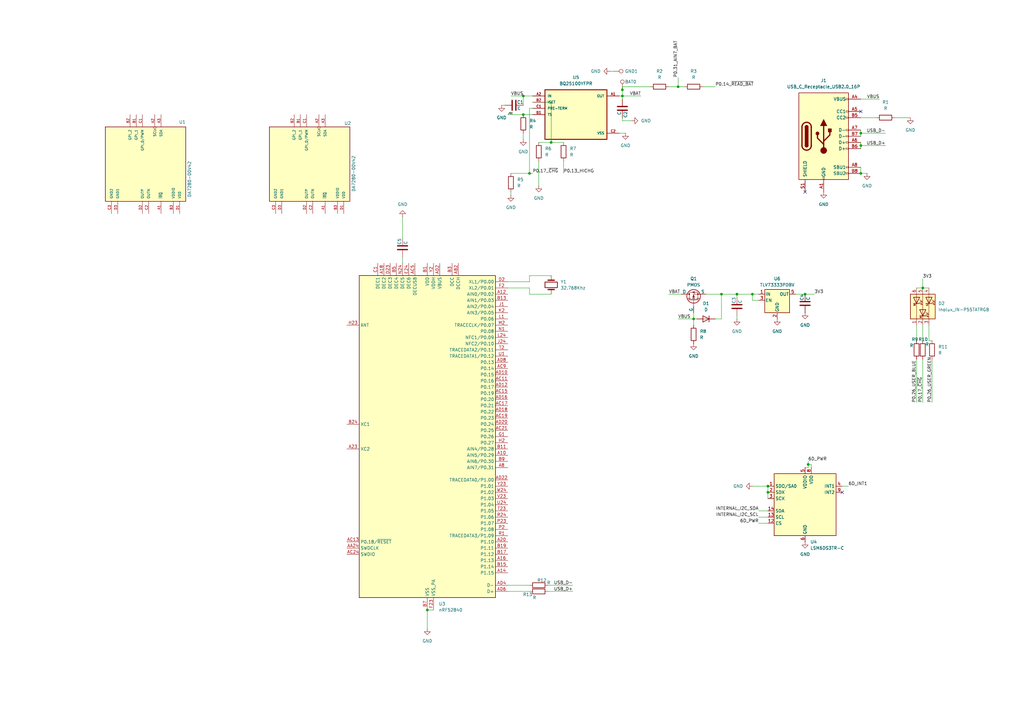
<source format=kicad_sch>
(kicad_sch
	(version 20250114)
	(generator "eeschema")
	(generator_version "9.0")
	(uuid "85cf9212-affa-4e9a-a568-1311b90cc1d6")
	(paper "A3")
	(title_block
		(title "Hapsole_Smart_Device")
		(date "2025-06-04")
		(rev "Rev 1.2.0")
		(company "Hapsole")
	)
	(lib_symbols
		(symbol "Arjun_Custom:BQ25100YFPR"
			(pin_names
				(offset 1.016)
			)
			(exclude_from_sim no)
			(in_bom yes)
			(on_board yes)
			(property "Reference" "U"
				(at -12.7 11.16 0)
				(effects
					(font
						(size 1.27 1.27)
					)
					(justify left bottom)
				)
			)
			(property "Value" "BQ25100YFPR"
				(at -12.7 -14.16 0)
				(effects
					(font
						(size 1.27 1.27)
					)
					(justify left bottom)
				)
			)
			(property "Footprint" "BQ25100YFPR:BGA6N40P3X2_157X88X50N"
				(at 0 0 0)
				(effects
					(font
						(size 1.27 1.27)
					)
					(justify bottom)
					(hide yes)
				)
			)
			(property "Datasheet" ""
				(at 0 0 0)
				(effects
					(font
						(size 1.27 1.27)
					)
					(hide yes)
				)
			)
			(property "Description" ""
				(at 0 0 0)
				(effects
					(font
						(size 1.27 1.27)
					)
					(hide yes)
				)
			)
			(property "MF" "Texas Instruments"
				(at 0 0 0)
				(effects
					(font
						(size 1.27 1.27)
					)
					(justify bottom)
					(hide yes)
				)
			)
			(property "Description_1" "Standalone 1-cell, 250-mA linear battery charger with 4.2-V charge voltage and prog. pre-charge"
				(at 0 0 0)
				(effects
					(font
						(size 1.27 1.27)
					)
					(justify bottom)
					(hide yes)
				)
			)
			(property "Package" "DSBGA-6 Texas Instruments"
				(at 0 0 0)
				(effects
					(font
						(size 1.27 1.27)
					)
					(justify bottom)
					(hide yes)
				)
			)
			(property "Price" "None"
				(at 0 0 0)
				(effects
					(font
						(size 1.27 1.27)
					)
					(justify bottom)
					(hide yes)
				)
			)
			(property "SnapEDA_Link" "https://www.snapeda.com/parts/BQ25100YFPR/Texas+Instruments/view-part/?ref=snap"
				(at 0 0 0)
				(effects
					(font
						(size 1.27 1.27)
					)
					(justify bottom)
					(hide yes)
				)
			)
			(property "MP" "BQ25100YFPR"
				(at 0 0 0)
				(effects
					(font
						(size 1.27 1.27)
					)
					(justify bottom)
					(hide yes)
				)
			)
			(property "Availability" "In Stock"
				(at 0 0 0)
				(effects
					(font
						(size 1.27 1.27)
					)
					(justify bottom)
					(hide yes)
				)
			)
			(property "Check_prices" "https://www.snapeda.com/parts/BQ25100YFPR/Texas+Instruments/view-part/?ref=eda"
				(at 0 0 0)
				(effects
					(font
						(size 1.27 1.27)
					)
					(justify bottom)
					(hide yes)
				)
			)
			(symbol "BQ25100YFPR_0_0"
				(rectangle
					(start -12.7 -10.16)
					(end 12.7 10.16)
					(stroke
						(width 0.41)
						(type default)
					)
					(fill
						(type background)
					)
				)
				(pin input line
					(at -17.78 7.62 0)
					(length 5.08)
					(name "IN"
						(effects
							(font
								(size 1.016 1.016)
							)
						)
					)
					(number "A2"
						(effects
							(font
								(size 1.016 1.016)
							)
						)
					)
				)
				(pin input line
					(at -17.78 5.08 0)
					(length 5.08)
					(name "ISET"
						(effects
							(font
								(size 1.016 1.016)
							)
						)
					)
					(number "B2"
						(effects
							(font
								(size 1.016 1.016)
							)
						)
					)
				)
				(pin input line
					(at -17.78 2.54 0)
					(length 5.08)
					(name "PRE-TERM"
						(effects
							(font
								(size 1.016 1.016)
							)
						)
					)
					(number "C1"
						(effects
							(font
								(size 1.016 1.016)
							)
						)
					)
				)
				(pin input line
					(at -17.78 0 0)
					(length 5.08)
					(name "TS"
						(effects
							(font
								(size 1.016 1.016)
							)
						)
					)
					(number "B1"
						(effects
							(font
								(size 1.016 1.016)
							)
						)
					)
				)
				(pin output line
					(at 17.78 7.62 180)
					(length 5.08)
					(name "OUT"
						(effects
							(font
								(size 1.016 1.016)
							)
						)
					)
					(number "A1"
						(effects
							(font
								(size 1.016 1.016)
							)
						)
					)
				)
				(pin power_in line
					(at 17.78 -7.62 180)
					(length 5.08)
					(name "VSS"
						(effects
							(font
								(size 1.016 1.016)
							)
						)
					)
					(number "C2"
						(effects
							(font
								(size 1.016 1.016)
							)
						)
					)
				)
			)
			(embedded_fonts no)
		)
		(symbol "Arjun_Custom:DA7280-00V42"
			(pin_names
				(offset 1.016)
			)
			(exclude_from_sim no)
			(in_bom yes)
			(on_board yes)
			(property "Reference" "U"
				(at -15.24 16.002 0)
				(effects
					(font
						(size 1.27 1.27)
					)
					(justify left bottom)
				)
			)
			(property "Value" "DA7280-00V42"
				(at -15.24 -20.32 0)
				(effects
					(font
						(size 1.27 1.27)
					)
					(justify left bottom)
				)
			)
			(property "Footprint" "DA7280-00V42:BGA12N40P4X3_175X135X57"
				(at 0 0 0)
				(effects
					(font
						(size 1.27 1.27)
					)
					(justify bottom)
					(hide yes)
				)
			)
			(property "Datasheet" ""
				(at 0 0 0)
				(effects
					(font
						(size 1.27 1.27)
					)
					(hide yes)
				)
			)
			(property "Description" ""
				(at 0 0 0)
				(effects
					(font
						(size 1.27 1.27)
					)
					(hide yes)
				)
			)
			(property "MF" "Dialog Semiconductor GmbH"
				(at 0 0 0)
				(effects
					(font
						(size 1.27 1.27)
					)
					(justify bottom)
					(hide yes)
				)
			)
			(property "MAXIMUM_PACKAGE_HEIGHT" "0.575mm"
				(at 0 0 0)
				(effects
					(font
						(size 1.27 1.27)
					)
					(justify bottom)
					(hide yes)
				)
			)
			(property "CREATOR" "ANA"
				(at 0 0 0)
				(effects
					(font
						(size 1.27 1.27)
					)
					(justify bottom)
					(hide yes)
				)
			)
			(property "Price" "None"
				(at 0 0 0)
				(effects
					(font
						(size 1.27 1.27)
					)
					(justify bottom)
					(hide yes)
				)
			)
			(property "Package" "UFBGA-12 Dialog Semiconductor GmbH"
				(at 0 0 0)
				(effects
					(font
						(size 1.27 1.27)
					)
					(justify bottom)
					(hide yes)
				)
			)
			(property "Check_prices" "https://www.snapeda.com/parts/DA7280-00V42/Dialog+Semiconductor/view-part/?ref=eda"
				(at 0 0 0)
				(effects
					(font
						(size 1.27 1.27)
					)
					(justify bottom)
					(hide yes)
				)
			)
			(property "STANDARD" "IPC-7351B"
				(at 0 0 0)
				(effects
					(font
						(size 1.27 1.27)
					)
					(justify bottom)
					(hide yes)
				)
			)
			(property "PARTREV" "3.2"
				(at 0 0 0)
				(effects
					(font
						(size 1.27 1.27)
					)
					(justify bottom)
					(hide yes)
				)
			)
			(property "VERIFIER" "RODRIGO"
				(at 0 0 0)
				(effects
					(font
						(size 1.27 1.27)
					)
					(justify bottom)
					(hide yes)
				)
			)
			(property "SnapEDA_Link" "https://www.snapeda.com/parts/DA7280-00V42/Dialog+Semiconductor/view-part/?ref=snap"
				(at 0 0 0)
				(effects
					(font
						(size 1.27 1.27)
					)
					(justify bottom)
					(hide yes)
				)
			)
			(property "MP" "DA7280-00V42"
				(at 0 0 0)
				(effects
					(font
						(size 1.27 1.27)
					)
					(justify bottom)
					(hide yes)
				)
			)
			(property "Description_1" "Motor Driver I²C 12-WLCSP (1.35x1.75)"
				(at 0 0 0)
				(effects
					(font
						(size 1.27 1.27)
					)
					(justify bottom)
					(hide yes)
				)
			)
			(property "Availability" "Not in stock"
				(at 0 0 0)
				(effects
					(font
						(size 1.27 1.27)
					)
					(justify bottom)
					(hide yes)
				)
			)
			(property "MANUFACTURER" "Renesas"
				(at 0 0 0)
				(effects
					(font
						(size 1.27 1.27)
					)
					(justify bottom)
					(hide yes)
				)
			)
			(symbol "DA7280-00V42_0_0"
				(rectangle
					(start -15.24 -17.78)
					(end 15.24 15.24)
					(stroke
						(width 0.254)
						(type default)
					)
					(fill
						(type background)
					)
				)
				(pin bidirectional line
					(at -20.32 5.08 0)
					(length 5.08)
					(name "SDA"
						(effects
							(font
								(size 1.016 1.016)
							)
						)
					)
					(number "A3"
						(effects
							(font
								(size 1.016 1.016)
							)
						)
					)
				)
				(pin input clock
					(at -20.32 2.54 0)
					(length 5.08)
					(name "SCL"
						(effects
							(font
								(size 1.016 1.016)
							)
						)
					)
					(number "A2"
						(effects
							(font
								(size 1.016 1.016)
							)
						)
					)
				)
				(pin input line
					(at -20.32 -2.54 0)
					(length 5.08)
					(name "GPI_0/PWM"
						(effects
							(font
								(size 1.016 1.016)
							)
						)
					)
					(number "C1"
						(effects
							(font
								(size 1.016 1.016)
							)
						)
					)
				)
				(pin input line
					(at -20.32 -5.08 0)
					(length 5.08)
					(name "GPI_1"
						(effects
							(font
								(size 1.016 1.016)
							)
						)
					)
					(number "B1"
						(effects
							(font
								(size 1.016 1.016)
							)
						)
					)
				)
				(pin input line
					(at -20.32 -7.62 0)
					(length 5.08)
					(name "GPI_2"
						(effects
							(font
								(size 1.016 1.016)
							)
						)
					)
					(number "B2"
						(effects
							(font
								(size 1.016 1.016)
							)
						)
					)
				)
				(pin power_in line
					(at 20.32 12.7 180)
					(length 5.08)
					(name "VDD"
						(effects
							(font
								(size 1.016 1.016)
							)
						)
					)
					(number "D1"
						(effects
							(font
								(size 1.016 1.016)
							)
						)
					)
				)
				(pin power_in line
					(at 20.32 10.16 180)
					(length 5.08)
					(name "VDDIO"
						(effects
							(font
								(size 1.016 1.016)
							)
						)
					)
					(number "B3"
						(effects
							(font
								(size 1.016 1.016)
							)
						)
					)
				)
				(pin output line
					(at 20.32 5.08 180)
					(length 5.08)
					(name "~{IRQ}"
						(effects
							(font
								(size 1.016 1.016)
							)
						)
					)
					(number "A1"
						(effects
							(font
								(size 1.016 1.016)
							)
						)
					)
				)
				(pin output line
					(at 20.32 0 180)
					(length 5.08)
					(name "OUTN"
						(effects
							(font
								(size 1.016 1.016)
							)
						)
					)
					(number "C2"
						(effects
							(font
								(size 1.016 1.016)
							)
						)
					)
				)
				(pin output line
					(at 20.32 -2.54 180)
					(length 5.08)
					(name "OUTP"
						(effects
							(font
								(size 1.016 1.016)
							)
						)
					)
					(number "D2"
						(effects
							(font
								(size 1.016 1.016)
							)
						)
					)
				)
				(pin power_in line
					(at 20.32 -12.7 180)
					(length 5.08)
					(name "GND1"
						(effects
							(font
								(size 1.016 1.016)
							)
						)
					)
					(number "D3"
						(effects
							(font
								(size 1.016 1.016)
							)
						)
					)
				)
				(pin power_in line
					(at 20.32 -15.24 180)
					(length 5.08)
					(name "GND2"
						(effects
							(font
								(size 1.016 1.016)
							)
						)
					)
					(number "C3"
						(effects
							(font
								(size 1.016 1.016)
							)
						)
					)
				)
			)
			(embedded_fonts no)
		)
		(symbol "Connector:TestPoint"
			(pin_numbers
				(hide yes)
			)
			(pin_names
				(offset 0.762)
				(hide yes)
			)
			(exclude_from_sim no)
			(in_bom yes)
			(on_board yes)
			(property "Reference" "TP"
				(at 0 6.858 0)
				(effects
					(font
						(size 1.27 1.27)
					)
				)
			)
			(property "Value" "TestPoint"
				(at 0 5.08 0)
				(effects
					(font
						(size 1.27 1.27)
					)
				)
			)
			(property "Footprint" ""
				(at 5.08 0 0)
				(effects
					(font
						(size 1.27 1.27)
					)
					(hide yes)
				)
			)
			(property "Datasheet" "~"
				(at 5.08 0 0)
				(effects
					(font
						(size 1.27 1.27)
					)
					(hide yes)
				)
			)
			(property "Description" "test point"
				(at 0 0 0)
				(effects
					(font
						(size 1.27 1.27)
					)
					(hide yes)
				)
			)
			(property "ki_keywords" "test point tp"
				(at 0 0 0)
				(effects
					(font
						(size 1.27 1.27)
					)
					(hide yes)
				)
			)
			(property "ki_fp_filters" "Pin* Test*"
				(at 0 0 0)
				(effects
					(font
						(size 1.27 1.27)
					)
					(hide yes)
				)
			)
			(symbol "TestPoint_0_1"
				(circle
					(center 0 3.302)
					(radius 0.762)
					(stroke
						(width 0)
						(type default)
					)
					(fill
						(type none)
					)
				)
			)
			(symbol "TestPoint_1_1"
				(pin passive line
					(at 0 0 90)
					(length 2.54)
					(name "1"
						(effects
							(font
								(size 1.27 1.27)
							)
						)
					)
					(number "1"
						(effects
							(font
								(size 1.27 1.27)
							)
						)
					)
				)
			)
			(embedded_fonts no)
		)
		(symbol "Connector:USB_C_Receptacle_USB2.0_16P"
			(pin_names
				(offset 1.016)
			)
			(exclude_from_sim no)
			(in_bom yes)
			(on_board yes)
			(property "Reference" "J"
				(at 0 22.225 0)
				(effects
					(font
						(size 1.27 1.27)
					)
				)
			)
			(property "Value" "USB_C_Receptacle_USB2.0_16P"
				(at 0 19.685 0)
				(effects
					(font
						(size 1.27 1.27)
					)
				)
			)
			(property "Footprint" ""
				(at 3.81 0 0)
				(effects
					(font
						(size 1.27 1.27)
					)
					(hide yes)
				)
			)
			(property "Datasheet" "https://www.usb.org/sites/default/files/documents/usb_type-c.zip"
				(at 3.81 0 0)
				(effects
					(font
						(size 1.27 1.27)
					)
					(hide yes)
				)
			)
			(property "Description" "USB 2.0-only 16P Type-C Receptacle connector"
				(at 0 0 0)
				(effects
					(font
						(size 1.27 1.27)
					)
					(hide yes)
				)
			)
			(property "ki_keywords" "usb universal serial bus type-C USB2.0"
				(at 0 0 0)
				(effects
					(font
						(size 1.27 1.27)
					)
					(hide yes)
				)
			)
			(property "ki_fp_filters" "USB*C*Receptacle*"
				(at 0 0 0)
				(effects
					(font
						(size 1.27 1.27)
					)
					(hide yes)
				)
			)
			(symbol "USB_C_Receptacle_USB2.0_16P_0_0"
				(rectangle
					(start -0.254 -17.78)
					(end 0.254 -16.764)
					(stroke
						(width 0)
						(type default)
					)
					(fill
						(type none)
					)
				)
				(rectangle
					(start 10.16 15.494)
					(end 9.144 14.986)
					(stroke
						(width 0)
						(type default)
					)
					(fill
						(type none)
					)
				)
				(rectangle
					(start 10.16 10.414)
					(end 9.144 9.906)
					(stroke
						(width 0)
						(type default)
					)
					(fill
						(type none)
					)
				)
				(rectangle
					(start 10.16 7.874)
					(end 9.144 7.366)
					(stroke
						(width 0)
						(type default)
					)
					(fill
						(type none)
					)
				)
				(rectangle
					(start 10.16 2.794)
					(end 9.144 2.286)
					(stroke
						(width 0)
						(type default)
					)
					(fill
						(type none)
					)
				)
				(rectangle
					(start 10.16 0.254)
					(end 9.144 -0.254)
					(stroke
						(width 0)
						(type default)
					)
					(fill
						(type none)
					)
				)
				(rectangle
					(start 10.16 -2.286)
					(end 9.144 -2.794)
					(stroke
						(width 0)
						(type default)
					)
					(fill
						(type none)
					)
				)
				(rectangle
					(start 10.16 -4.826)
					(end 9.144 -5.334)
					(stroke
						(width 0)
						(type default)
					)
					(fill
						(type none)
					)
				)
				(rectangle
					(start 10.16 -12.446)
					(end 9.144 -12.954)
					(stroke
						(width 0)
						(type default)
					)
					(fill
						(type none)
					)
				)
				(rectangle
					(start 10.16 -14.986)
					(end 9.144 -15.494)
					(stroke
						(width 0)
						(type default)
					)
					(fill
						(type none)
					)
				)
			)
			(symbol "USB_C_Receptacle_USB2.0_16P_0_1"
				(rectangle
					(start -10.16 17.78)
					(end 10.16 -17.78)
					(stroke
						(width 0.254)
						(type default)
					)
					(fill
						(type background)
					)
				)
				(polyline
					(pts
						(xy -8.89 -3.81) (xy -8.89 3.81)
					)
					(stroke
						(width 0.508)
						(type default)
					)
					(fill
						(type none)
					)
				)
				(rectangle
					(start -7.62 -3.81)
					(end -6.35 3.81)
					(stroke
						(width 0.254)
						(type default)
					)
					(fill
						(type outline)
					)
				)
				(arc
					(start -7.62 3.81)
					(mid -6.985 4.4423)
					(end -6.35 3.81)
					(stroke
						(width 0.254)
						(type default)
					)
					(fill
						(type none)
					)
				)
				(arc
					(start -7.62 3.81)
					(mid -6.985 4.4423)
					(end -6.35 3.81)
					(stroke
						(width 0.254)
						(type default)
					)
					(fill
						(type outline)
					)
				)
				(arc
					(start -8.89 3.81)
					(mid -6.985 5.7067)
					(end -5.08 3.81)
					(stroke
						(width 0.508)
						(type default)
					)
					(fill
						(type none)
					)
				)
				(arc
					(start -5.08 -3.81)
					(mid -6.985 -5.7067)
					(end -8.89 -3.81)
					(stroke
						(width 0.508)
						(type default)
					)
					(fill
						(type none)
					)
				)
				(arc
					(start -6.35 -3.81)
					(mid -6.985 -4.4423)
					(end -7.62 -3.81)
					(stroke
						(width 0.254)
						(type default)
					)
					(fill
						(type none)
					)
				)
				(arc
					(start -6.35 -3.81)
					(mid -6.985 -4.4423)
					(end -7.62 -3.81)
					(stroke
						(width 0.254)
						(type default)
					)
					(fill
						(type outline)
					)
				)
				(polyline
					(pts
						(xy -5.08 3.81) (xy -5.08 -3.81)
					)
					(stroke
						(width 0.508)
						(type default)
					)
					(fill
						(type none)
					)
				)
				(circle
					(center -2.54 1.143)
					(radius 0.635)
					(stroke
						(width 0.254)
						(type default)
					)
					(fill
						(type outline)
					)
				)
				(polyline
					(pts
						(xy -1.27 4.318) (xy 0 6.858) (xy 1.27 4.318) (xy -1.27 4.318)
					)
					(stroke
						(width 0.254)
						(type default)
					)
					(fill
						(type outline)
					)
				)
				(polyline
					(pts
						(xy 0 -2.032) (xy 2.54 0.508) (xy 2.54 1.778)
					)
					(stroke
						(width 0.508)
						(type default)
					)
					(fill
						(type none)
					)
				)
				(polyline
					(pts
						(xy 0 -3.302) (xy -2.54 -0.762) (xy -2.54 0.508)
					)
					(stroke
						(width 0.508)
						(type default)
					)
					(fill
						(type none)
					)
				)
				(polyline
					(pts
						(xy 0 -5.842) (xy 0 4.318)
					)
					(stroke
						(width 0.508)
						(type default)
					)
					(fill
						(type none)
					)
				)
				(circle
					(center 0 -5.842)
					(radius 1.27)
					(stroke
						(width 0)
						(type default)
					)
					(fill
						(type outline)
					)
				)
				(rectangle
					(start 1.905 1.778)
					(end 3.175 3.048)
					(stroke
						(width 0.254)
						(type default)
					)
					(fill
						(type outline)
					)
				)
			)
			(symbol "USB_C_Receptacle_USB2.0_16P_1_1"
				(pin passive line
					(at -7.62 -22.86 90)
					(length 5.08)
					(name "SHIELD"
						(effects
							(font
								(size 1.27 1.27)
							)
						)
					)
					(number "S1"
						(effects
							(font
								(size 1.27 1.27)
							)
						)
					)
				)
				(pin passive line
					(at 0 -22.86 90)
					(length 5.08)
					(name "GND"
						(effects
							(font
								(size 1.27 1.27)
							)
						)
					)
					(number "A1"
						(effects
							(font
								(size 1.27 1.27)
							)
						)
					)
				)
				(pin passive line
					(at 0 -22.86 90)
					(length 5.08)
					(hide yes)
					(name "GND"
						(effects
							(font
								(size 1.27 1.27)
							)
						)
					)
					(number "A12"
						(effects
							(font
								(size 1.27 1.27)
							)
						)
					)
				)
				(pin passive line
					(at 0 -22.86 90)
					(length 5.08)
					(hide yes)
					(name "GND"
						(effects
							(font
								(size 1.27 1.27)
							)
						)
					)
					(number "B1"
						(effects
							(font
								(size 1.27 1.27)
							)
						)
					)
				)
				(pin passive line
					(at 0 -22.86 90)
					(length 5.08)
					(hide yes)
					(name "GND"
						(effects
							(font
								(size 1.27 1.27)
							)
						)
					)
					(number "B12"
						(effects
							(font
								(size 1.27 1.27)
							)
						)
					)
				)
				(pin passive line
					(at 15.24 15.24 180)
					(length 5.08)
					(name "VBUS"
						(effects
							(font
								(size 1.27 1.27)
							)
						)
					)
					(number "A4"
						(effects
							(font
								(size 1.27 1.27)
							)
						)
					)
				)
				(pin passive line
					(at 15.24 15.24 180)
					(length 5.08)
					(hide yes)
					(name "VBUS"
						(effects
							(font
								(size 1.27 1.27)
							)
						)
					)
					(number "A9"
						(effects
							(font
								(size 1.27 1.27)
							)
						)
					)
				)
				(pin passive line
					(at 15.24 15.24 180)
					(length 5.08)
					(hide yes)
					(name "VBUS"
						(effects
							(font
								(size 1.27 1.27)
							)
						)
					)
					(number "B4"
						(effects
							(font
								(size 1.27 1.27)
							)
						)
					)
				)
				(pin passive line
					(at 15.24 15.24 180)
					(length 5.08)
					(hide yes)
					(name "VBUS"
						(effects
							(font
								(size 1.27 1.27)
							)
						)
					)
					(number "B9"
						(effects
							(font
								(size 1.27 1.27)
							)
						)
					)
				)
				(pin bidirectional line
					(at 15.24 10.16 180)
					(length 5.08)
					(name "CC1"
						(effects
							(font
								(size 1.27 1.27)
							)
						)
					)
					(number "A5"
						(effects
							(font
								(size 1.27 1.27)
							)
						)
					)
				)
				(pin bidirectional line
					(at 15.24 7.62 180)
					(length 5.08)
					(name "CC2"
						(effects
							(font
								(size 1.27 1.27)
							)
						)
					)
					(number "B5"
						(effects
							(font
								(size 1.27 1.27)
							)
						)
					)
				)
				(pin bidirectional line
					(at 15.24 2.54 180)
					(length 5.08)
					(name "D-"
						(effects
							(font
								(size 1.27 1.27)
							)
						)
					)
					(number "A7"
						(effects
							(font
								(size 1.27 1.27)
							)
						)
					)
				)
				(pin bidirectional line
					(at 15.24 0 180)
					(length 5.08)
					(name "D-"
						(effects
							(font
								(size 1.27 1.27)
							)
						)
					)
					(number "B7"
						(effects
							(font
								(size 1.27 1.27)
							)
						)
					)
				)
				(pin bidirectional line
					(at 15.24 -2.54 180)
					(length 5.08)
					(name "D+"
						(effects
							(font
								(size 1.27 1.27)
							)
						)
					)
					(number "A6"
						(effects
							(font
								(size 1.27 1.27)
							)
						)
					)
				)
				(pin bidirectional line
					(at 15.24 -5.08 180)
					(length 5.08)
					(name "D+"
						(effects
							(font
								(size 1.27 1.27)
							)
						)
					)
					(number "B6"
						(effects
							(font
								(size 1.27 1.27)
							)
						)
					)
				)
				(pin bidirectional line
					(at 15.24 -12.7 180)
					(length 5.08)
					(name "SBU1"
						(effects
							(font
								(size 1.27 1.27)
							)
						)
					)
					(number "A8"
						(effects
							(font
								(size 1.27 1.27)
							)
						)
					)
				)
				(pin bidirectional line
					(at 15.24 -15.24 180)
					(length 5.08)
					(name "SBU2"
						(effects
							(font
								(size 1.27 1.27)
							)
						)
					)
					(number "B8"
						(effects
							(font
								(size 1.27 1.27)
							)
						)
					)
				)
			)
			(embedded_fonts no)
		)
		(symbol "Device:C"
			(pin_numbers
				(hide yes)
			)
			(pin_names
				(offset 0.254)
			)
			(exclude_from_sim no)
			(in_bom yes)
			(on_board yes)
			(property "Reference" "C"
				(at 0.635 2.54 0)
				(effects
					(font
						(size 1.27 1.27)
					)
					(justify left)
				)
			)
			(property "Value" "C"
				(at 0.635 -2.54 0)
				(effects
					(font
						(size 1.27 1.27)
					)
					(justify left)
				)
			)
			(property "Footprint" ""
				(at 0.9652 -3.81 0)
				(effects
					(font
						(size 1.27 1.27)
					)
					(hide yes)
				)
			)
			(property "Datasheet" "~"
				(at 0 0 0)
				(effects
					(font
						(size 1.27 1.27)
					)
					(hide yes)
				)
			)
			(property "Description" "Unpolarized capacitor"
				(at 0 0 0)
				(effects
					(font
						(size 1.27 1.27)
					)
					(hide yes)
				)
			)
			(property "ki_keywords" "cap capacitor"
				(at 0 0 0)
				(effects
					(font
						(size 1.27 1.27)
					)
					(hide yes)
				)
			)
			(property "ki_fp_filters" "C_*"
				(at 0 0 0)
				(effects
					(font
						(size 1.27 1.27)
					)
					(hide yes)
				)
			)
			(symbol "C_0_1"
				(polyline
					(pts
						(xy -2.032 0.762) (xy 2.032 0.762)
					)
					(stroke
						(width 0.508)
						(type default)
					)
					(fill
						(type none)
					)
				)
				(polyline
					(pts
						(xy -2.032 -0.762) (xy 2.032 -0.762)
					)
					(stroke
						(width 0.508)
						(type default)
					)
					(fill
						(type none)
					)
				)
			)
			(symbol "C_1_1"
				(pin passive line
					(at 0 3.81 270)
					(length 2.794)
					(name "~"
						(effects
							(font
								(size 1.27 1.27)
							)
						)
					)
					(number "1"
						(effects
							(font
								(size 1.27 1.27)
							)
						)
					)
				)
				(pin passive line
					(at 0 -3.81 90)
					(length 2.794)
					(name "~"
						(effects
							(font
								(size 1.27 1.27)
							)
						)
					)
					(number "2"
						(effects
							(font
								(size 1.27 1.27)
							)
						)
					)
				)
			)
			(embedded_fonts no)
		)
		(symbol "Device:Crystal"
			(pin_numbers
				(hide yes)
			)
			(pin_names
				(offset 1.016)
				(hide yes)
			)
			(exclude_from_sim no)
			(in_bom yes)
			(on_board yes)
			(property "Reference" "Y"
				(at 0 3.81 0)
				(effects
					(font
						(size 1.27 1.27)
					)
				)
			)
			(property "Value" "Crystal"
				(at 0 -3.81 0)
				(effects
					(font
						(size 1.27 1.27)
					)
				)
			)
			(property "Footprint" ""
				(at 0 0 0)
				(effects
					(font
						(size 1.27 1.27)
					)
					(hide yes)
				)
			)
			(property "Datasheet" "~"
				(at 0 0 0)
				(effects
					(font
						(size 1.27 1.27)
					)
					(hide yes)
				)
			)
			(property "Description" "Two pin crystal"
				(at 0 0 0)
				(effects
					(font
						(size 1.27 1.27)
					)
					(hide yes)
				)
			)
			(property "ki_keywords" "quartz ceramic resonator oscillator"
				(at 0 0 0)
				(effects
					(font
						(size 1.27 1.27)
					)
					(hide yes)
				)
			)
			(property "ki_fp_filters" "Crystal*"
				(at 0 0 0)
				(effects
					(font
						(size 1.27 1.27)
					)
					(hide yes)
				)
			)
			(symbol "Crystal_0_1"
				(polyline
					(pts
						(xy -2.54 0) (xy -1.905 0)
					)
					(stroke
						(width 0)
						(type default)
					)
					(fill
						(type none)
					)
				)
				(polyline
					(pts
						(xy -1.905 -1.27) (xy -1.905 1.27)
					)
					(stroke
						(width 0.508)
						(type default)
					)
					(fill
						(type none)
					)
				)
				(rectangle
					(start -1.143 2.54)
					(end 1.143 -2.54)
					(stroke
						(width 0.3048)
						(type default)
					)
					(fill
						(type none)
					)
				)
				(polyline
					(pts
						(xy 1.905 -1.27) (xy 1.905 1.27)
					)
					(stroke
						(width 0.508)
						(type default)
					)
					(fill
						(type none)
					)
				)
				(polyline
					(pts
						(xy 2.54 0) (xy 1.905 0)
					)
					(stroke
						(width 0)
						(type default)
					)
					(fill
						(type none)
					)
				)
			)
			(symbol "Crystal_1_1"
				(pin passive line
					(at -3.81 0 0)
					(length 1.27)
					(name "1"
						(effects
							(font
								(size 1.27 1.27)
							)
						)
					)
					(number "1"
						(effects
							(font
								(size 1.27 1.27)
							)
						)
					)
				)
				(pin passive line
					(at 3.81 0 180)
					(length 1.27)
					(name "2"
						(effects
							(font
								(size 1.27 1.27)
							)
						)
					)
					(number "2"
						(effects
							(font
								(size 1.27 1.27)
							)
						)
					)
				)
			)
			(embedded_fonts no)
		)
		(symbol "Device:D"
			(pin_numbers
				(hide yes)
			)
			(pin_names
				(offset 1.016)
				(hide yes)
			)
			(exclude_from_sim no)
			(in_bom yes)
			(on_board yes)
			(property "Reference" "D"
				(at 0 2.54 0)
				(effects
					(font
						(size 1.27 1.27)
					)
				)
			)
			(property "Value" "D"
				(at 0 -2.54 0)
				(effects
					(font
						(size 1.27 1.27)
					)
				)
			)
			(property "Footprint" ""
				(at 0 0 0)
				(effects
					(font
						(size 1.27 1.27)
					)
					(hide yes)
				)
			)
			(property "Datasheet" "~"
				(at 0 0 0)
				(effects
					(font
						(size 1.27 1.27)
					)
					(hide yes)
				)
			)
			(property "Description" "Diode"
				(at 0 0 0)
				(effects
					(font
						(size 1.27 1.27)
					)
					(hide yes)
				)
			)
			(property "Sim.Device" "D"
				(at 0 0 0)
				(effects
					(font
						(size 1.27 1.27)
					)
					(hide yes)
				)
			)
			(property "Sim.Pins" "1=K 2=A"
				(at 0 0 0)
				(effects
					(font
						(size 1.27 1.27)
					)
					(hide yes)
				)
			)
			(property "ki_keywords" "diode"
				(at 0 0 0)
				(effects
					(font
						(size 1.27 1.27)
					)
					(hide yes)
				)
			)
			(property "ki_fp_filters" "TO-???* *_Diode_* *SingleDiode* D_*"
				(at 0 0 0)
				(effects
					(font
						(size 1.27 1.27)
					)
					(hide yes)
				)
			)
			(symbol "D_0_1"
				(polyline
					(pts
						(xy -1.27 1.27) (xy -1.27 -1.27)
					)
					(stroke
						(width 0.254)
						(type default)
					)
					(fill
						(type none)
					)
				)
				(polyline
					(pts
						(xy 1.27 1.27) (xy 1.27 -1.27) (xy -1.27 0) (xy 1.27 1.27)
					)
					(stroke
						(width 0.254)
						(type default)
					)
					(fill
						(type none)
					)
				)
				(polyline
					(pts
						(xy 1.27 0) (xy -1.27 0)
					)
					(stroke
						(width 0)
						(type default)
					)
					(fill
						(type none)
					)
				)
			)
			(symbol "D_1_1"
				(pin passive line
					(at -3.81 0 0)
					(length 2.54)
					(name "K"
						(effects
							(font
								(size 1.27 1.27)
							)
						)
					)
					(number "1"
						(effects
							(font
								(size 1.27 1.27)
							)
						)
					)
				)
				(pin passive line
					(at 3.81 0 180)
					(length 2.54)
					(name "A"
						(effects
							(font
								(size 1.27 1.27)
							)
						)
					)
					(number "2"
						(effects
							(font
								(size 1.27 1.27)
							)
						)
					)
				)
			)
			(embedded_fonts no)
		)
		(symbol "Device:R"
			(pin_numbers
				(hide yes)
			)
			(pin_names
				(offset 0)
			)
			(exclude_from_sim no)
			(in_bom yes)
			(on_board yes)
			(property "Reference" "R"
				(at 2.032 0 90)
				(effects
					(font
						(size 1.27 1.27)
					)
				)
			)
			(property "Value" "R"
				(at 0 0 90)
				(effects
					(font
						(size 1.27 1.27)
					)
				)
			)
			(property "Footprint" ""
				(at -1.778 0 90)
				(effects
					(font
						(size 1.27 1.27)
					)
					(hide yes)
				)
			)
			(property "Datasheet" "~"
				(at 0 0 0)
				(effects
					(font
						(size 1.27 1.27)
					)
					(hide yes)
				)
			)
			(property "Description" "Resistor"
				(at 0 0 0)
				(effects
					(font
						(size 1.27 1.27)
					)
					(hide yes)
				)
			)
			(property "ki_keywords" "R res resistor"
				(at 0 0 0)
				(effects
					(font
						(size 1.27 1.27)
					)
					(hide yes)
				)
			)
			(property "ki_fp_filters" "R_*"
				(at 0 0 0)
				(effects
					(font
						(size 1.27 1.27)
					)
					(hide yes)
				)
			)
			(symbol "R_0_1"
				(rectangle
					(start -1.016 -2.54)
					(end 1.016 2.54)
					(stroke
						(width 0.254)
						(type default)
					)
					(fill
						(type none)
					)
				)
			)
			(symbol "R_1_1"
				(pin passive line
					(at 0 3.81 270)
					(length 1.27)
					(name "~"
						(effects
							(font
								(size 1.27 1.27)
							)
						)
					)
					(number "1"
						(effects
							(font
								(size 1.27 1.27)
							)
						)
					)
				)
				(pin passive line
					(at 0 -3.81 90)
					(length 1.27)
					(name "~"
						(effects
							(font
								(size 1.27 1.27)
							)
						)
					)
					(number "2"
						(effects
							(font
								(size 1.27 1.27)
							)
						)
					)
				)
			)
			(embedded_fonts no)
		)
		(symbol "LED:Inolux_IN-P55TATRGB"
			(pin_names
				(hide yes)
			)
			(exclude_from_sim no)
			(in_bom yes)
			(on_board yes)
			(property "Reference" "D"
				(at -5.08 6.35 0)
				(effects
					(font
						(size 1.27 1.27)
					)
					(justify left)
				)
			)
			(property "Value" "Inolux_IN-P55TATRGB"
				(at -5.08 -6.35 0)
				(effects
					(font
						(size 1.27 1.27)
					)
					(justify left)
				)
			)
			(property "Footprint" "LED_SMD:LED_Inolux_IN-P55TATRGB_PLCC6_5.0x5.5mm_P1.8mm"
				(at -5.08 -8.128 0)
				(effects
					(font
						(size 1.27 1.27)
					)
					(justify left)
					(hide yes)
				)
			)
			(property "Datasheet" "https://www.inolux-corp.com/datasheet/SMDLED/RGB%20Top%20View/IN-P55TATRGB.pdf"
				(at -5.08 -10.16 0)
				(effects
					(font
						(size 1.27 1.27)
					)
					(justify left)
					(hide yes)
				)
			)
			(property "Description" "Inolux RGB LED, PLCC-6"
				(at 0 0 0)
				(effects
					(font
						(size 1.27 1.27)
					)
					(hide yes)
				)
			)
			(property "ki_keywords" "LED RGB"
				(at 0 0 0)
				(effects
					(font
						(size 1.27 1.27)
					)
					(hide yes)
				)
			)
			(property "ki_fp_filters" "LED*Inolux*PLCC6*5.0x5.5mm*"
				(at 0 0 0)
				(effects
					(font
						(size 1.27 1.27)
					)
					(hide yes)
				)
			)
			(symbol "Inolux_IN-P55TATRGB_0_0"
				(text "B"
					(at -0.635 -3.3274 0)
					(effects
						(font
							(size 0.762 0.762)
						)
					)
				)
			)
			(symbol "Inolux_IN-P55TATRGB_0_1"
				(rectangle
					(start -5.08 5.08)
					(end 5.08 -5.08)
					(stroke
						(width 0.254)
						(type default)
					)
					(fill
						(type background)
					)
				)
				(polyline
					(pts
						(xy -5.08 2.54) (xy 5.08 2.54)
					)
					(stroke
						(width 0)
						(type default)
					)
					(fill
						(type none)
					)
				)
				(polyline
					(pts
						(xy -5.08 0) (xy 5.08 0)
					)
					(stroke
						(width 0)
						(type default)
					)
					(fill
						(type none)
					)
				)
				(polyline
					(pts
						(xy -5.08 -2.54) (xy 5.08 -2.54)
					)
					(stroke
						(width 0)
						(type default)
					)
					(fill
						(type none)
					)
				)
				(polyline
					(pts
						(xy -3.81 3.81) (xy -3.81 1.27) (xy -1.27 2.54) (xy -3.81 3.81)
					)
					(stroke
						(width 0.254)
						(type default)
					)
					(fill
						(type none)
					)
				)
				(polyline
					(pts
						(xy -3.81 -1.27) (xy -3.81 -3.81) (xy -1.27 -2.54) (xy -3.81 -1.27)
					)
					(stroke
						(width 0.254)
						(type default)
					)
					(fill
						(type none)
					)
				)
				(polyline
					(pts
						(xy -2.794 3.81) (xy -1.778 4.826)
					)
					(stroke
						(width 0)
						(type default)
					)
					(fill
						(type none)
					)
				)
				(polyline
					(pts
						(xy -2.794 -1.27) (xy -1.778 -0.254)
					)
					(stroke
						(width 0)
						(type default)
					)
					(fill
						(type none)
					)
				)
				(polyline
					(pts
						(xy -2.54 4.572) (xy -1.778 4.826) (xy -2.032 4.064)
					)
					(stroke
						(width 0)
						(type default)
					)
					(fill
						(type none)
					)
				)
				(polyline
					(pts
						(xy -2.032 -1.016) (xy -1.778 -0.254) (xy -2.54 -0.508)
					)
					(stroke
						(width 0)
						(type default)
					)
					(fill
						(type none)
					)
				)
				(polyline
					(pts
						(xy -1.778 3.81) (xy -0.762 4.826)
					)
					(stroke
						(width 0)
						(type default)
					)
					(fill
						(type none)
					)
				)
				(polyline
					(pts
						(xy -1.778 -1.27) (xy -0.762 -0.254)
					)
					(stroke
						(width 0)
						(type default)
					)
					(fill
						(type none)
					)
				)
				(polyline
					(pts
						(xy -1.524 4.572) (xy -0.762 4.826) (xy -1.016 4.064)
					)
					(stroke
						(width 0)
						(type default)
					)
					(fill
						(type none)
					)
				)
				(polyline
					(pts
						(xy -1.524 -0.508) (xy -0.762 -0.254) (xy -1.016 -1.016)
					)
					(stroke
						(width 0)
						(type default)
					)
					(fill
						(type none)
					)
				)
				(polyline
					(pts
						(xy -1.27 3.81) (xy -1.27 1.27)
					)
					(stroke
						(width 0.254)
						(type default)
					)
					(fill
						(type none)
					)
				)
				(polyline
					(pts
						(xy -1.27 -1.27) (xy -1.27 -3.81)
					)
					(stroke
						(width 0.254)
						(type default)
					)
					(fill
						(type none)
					)
				)
				(polyline
					(pts
						(xy 1.27 1.27) (xy 1.27 -1.27) (xy 3.81 0) (xy 1.27 1.27)
					)
					(stroke
						(width 0.254)
						(type default)
					)
					(fill
						(type none)
					)
				)
				(polyline
					(pts
						(xy 2.286 1.27) (xy 3.302 2.286)
					)
					(stroke
						(width 0)
						(type default)
					)
					(fill
						(type none)
					)
				)
				(polyline
					(pts
						(xy 3.048 1.524) (xy 3.302 2.286) (xy 2.54 2.032)
					)
					(stroke
						(width 0)
						(type default)
					)
					(fill
						(type none)
					)
				)
				(polyline
					(pts
						(xy 3.302 1.27) (xy 4.318 2.286)
					)
					(stroke
						(width 0)
						(type default)
					)
					(fill
						(type none)
					)
				)
				(polyline
					(pts
						(xy 3.556 2.032) (xy 4.318 2.286) (xy 4.064 1.524)
					)
					(stroke
						(width 0)
						(type default)
					)
					(fill
						(type none)
					)
				)
				(polyline
					(pts
						(xy 3.81 1.27) (xy 3.81 -1.27)
					)
					(stroke
						(width 0.254)
						(type default)
					)
					(fill
						(type none)
					)
				)
			)
			(symbol "Inolux_IN-P55TATRGB_1_0"
				(text "G"
					(at -0.635 1.8034 0)
					(effects
						(font
							(size 0.762 0.762)
						)
					)
				)
				(text "R"
					(at 4.4196 -0.7112 0)
					(effects
						(font
							(size 0.762 0.762)
						)
					)
				)
			)
			(symbol "Inolux_IN-P55TATRGB_1_1"
				(pin passive line
					(at -7.62 2.54 0)
					(length 2.54)
					(name "AG"
						(effects
							(font
								(size 1.27 1.27)
							)
						)
					)
					(number "4"
						(effects
							(font
								(size 1.27 1.27)
							)
						)
					)
				)
				(pin passive line
					(at -7.62 0 0)
					(length 2.54)
					(name "AR"
						(effects
							(font
								(size 1.27 1.27)
							)
						)
					)
					(number "5"
						(effects
							(font
								(size 1.27 1.27)
							)
						)
					)
				)
				(pin passive line
					(at -7.62 -2.54 0)
					(length 2.54)
					(name "AB"
						(effects
							(font
								(size 1.27 1.27)
							)
						)
					)
					(number "6"
						(effects
							(font
								(size 1.27 1.27)
							)
						)
					)
				)
				(pin passive line
					(at 7.62 2.54 180)
					(length 2.54)
					(name "KG"
						(effects
							(font
								(size 1.27 1.27)
							)
						)
					)
					(number "3"
						(effects
							(font
								(size 1.27 1.27)
							)
						)
					)
				)
				(pin passive line
					(at 7.62 0 180)
					(length 2.54)
					(name "KR"
						(effects
							(font
								(size 1.27 1.27)
							)
						)
					)
					(number "2"
						(effects
							(font
								(size 1.27 1.27)
							)
						)
					)
				)
				(pin passive line
					(at 7.62 -2.54 180)
					(length 2.54)
					(name "KB"
						(effects
							(font
								(size 1.27 1.27)
							)
						)
					)
					(number "1"
						(effects
							(font
								(size 1.27 1.27)
							)
						)
					)
				)
			)
			(embedded_fonts no)
		)
		(symbol "MCU_Nordic:nRF52840"
			(exclude_from_sim no)
			(in_bom yes)
			(on_board yes)
			(property "Reference" "U"
				(at 0 5.08 0)
				(effects
					(font
						(size 1.27 1.27)
					)
				)
			)
			(property "Value" "nRF52840"
				(at 0 2.54 0)
				(effects
					(font
						(size 1.27 1.27)
					)
				)
			)
			(property "Footprint" "Package_DFN_QFN:Nordic_AQFN-73-1EP_7x7mm_P0.5mm"
				(at 0 -73.66 0)
				(effects
					(font
						(size 1.27 1.27)
					)
					(hide yes)
				)
			)
			(property "Datasheet" "http://infocenter.nordicsemi.com/topic/com.nordic.infocenter.nrf52/dita/nrf52/chips/nrf52840.html"
				(at -16.51 48.26 0)
				(effects
					(font
						(size 1.27 1.27)
					)
					(hide yes)
				)
			)
			(property "Description" "Multiprotocol BLE/ANT/2.4 GHz/802.15.4 Cortex-M4F SoC, AQFN-73"
				(at 0 0 0)
				(effects
					(font
						(size 1.27 1.27)
					)
					(hide yes)
				)
			)
			(property "ki_keywords" "MCU ARM BLE ANT 2.4GHz 802.15.4"
				(at 0 0 0)
				(effects
					(font
						(size 1.27 1.27)
					)
					(hide yes)
				)
			)
			(property "ki_fp_filters" "Nordic*AQFN*1EP*7x7mm*P0.5mm*"
				(at 0 0 0)
				(effects
					(font
						(size 1.27 1.27)
					)
					(hide yes)
				)
			)
			(symbol "nRF52840_0_1"
				(rectangle
					(start -27.94 66.04)
					(end 27.94 -66.04)
					(stroke
						(width 0.254)
						(type default)
					)
					(fill
						(type background)
					)
				)
			)
			(symbol "nRF52840_1_1"
				(pin passive line
					(at -33.02 45.72 0)
					(length 5.08)
					(name "ANT"
						(effects
							(font
								(size 1.27 1.27)
							)
						)
					)
					(number "H23"
						(effects
							(font
								(size 1.27 1.27)
							)
						)
					)
				)
				(pin input line
					(at -33.02 5.08 0)
					(length 5.08)
					(name "XC1"
						(effects
							(font
								(size 1.27 1.27)
							)
						)
					)
					(number "B24"
						(effects
							(font
								(size 1.27 1.27)
							)
						)
					)
				)
				(pin input line
					(at -33.02 -5.08 0)
					(length 5.08)
					(name "XC2"
						(effects
							(font
								(size 1.27 1.27)
							)
						)
					)
					(number "A23"
						(effects
							(font
								(size 1.27 1.27)
							)
						)
					)
				)
				(pin bidirectional line
					(at -33.02 -43.18 0)
					(length 5.08)
					(name "P0.18/~{RESET}"
						(effects
							(font
								(size 1.27 1.27)
							)
						)
					)
					(number "AC13"
						(effects
							(font
								(size 1.27 1.27)
							)
						)
					)
				)
				(pin input line
					(at -33.02 -45.72 0)
					(length 5.08)
					(name "SWDCLK"
						(effects
							(font
								(size 1.27 1.27)
							)
						)
					)
					(number "AA24"
						(effects
							(font
								(size 1.27 1.27)
							)
						)
					)
				)
				(pin bidirectional line
					(at -33.02 -48.26 0)
					(length 5.08)
					(name "SWDIO"
						(effects
							(font
								(size 1.27 1.27)
							)
						)
					)
					(number "AC24"
						(effects
							(font
								(size 1.27 1.27)
							)
						)
					)
				)
				(pin passive line
					(at -20.32 71.12 270)
					(length 5.08)
					(name "DEC1"
						(effects
							(font
								(size 1.27 1.27)
							)
						)
					)
					(number "C1"
						(effects
							(font
								(size 1.27 1.27)
							)
						)
					)
				)
				(pin passive line
					(at -17.78 71.12 270)
					(length 5.08)
					(name "DEC2"
						(effects
							(font
								(size 1.27 1.27)
							)
						)
					)
					(number "A18"
						(effects
							(font
								(size 1.27 1.27)
							)
						)
					)
				)
				(pin passive line
					(at -15.24 71.12 270)
					(length 5.08)
					(name "DEC3"
						(effects
							(font
								(size 1.27 1.27)
							)
						)
					)
					(number "D23"
						(effects
							(font
								(size 1.27 1.27)
							)
						)
					)
				)
				(pin passive line
					(at -12.7 71.12 270)
					(length 5.08)
					(name "DEC4"
						(effects
							(font
								(size 1.27 1.27)
							)
						)
					)
					(number "B5"
						(effects
							(font
								(size 1.27 1.27)
							)
						)
					)
				)
				(pin passive line
					(at -10.16 71.12 270)
					(length 5.08)
					(name "DEC5"
						(effects
							(font
								(size 1.27 1.27)
							)
						)
					)
					(number "N24"
						(effects
							(font
								(size 1.27 1.27)
							)
						)
					)
				)
				(pin passive line
					(at -7.62 71.12 270)
					(length 5.08)
					(name "DEC6"
						(effects
							(font
								(size 1.27 1.27)
							)
						)
					)
					(number "E24"
						(effects
							(font
								(size 1.27 1.27)
							)
						)
					)
				)
				(pin passive line
					(at -5.08 71.12 270)
					(length 5.08)
					(name "DECUSB"
						(effects
							(font
								(size 1.27 1.27)
							)
						)
					)
					(number "AC5"
						(effects
							(font
								(size 1.27 1.27)
							)
						)
					)
				)
				(pin passive line
					(at 0 71.12 270)
					(length 5.08)
					(hide yes)
					(name "VDD"
						(effects
							(font
								(size 1.27 1.27)
							)
						)
					)
					(number "A22"
						(effects
							(font
								(size 1.27 1.27)
							)
						)
					)
				)
				(pin passive line
					(at 0 71.12 270)
					(length 5.08)
					(hide yes)
					(name "VDD"
						(effects
							(font
								(size 1.27 1.27)
							)
						)
					)
					(number "AD14"
						(effects
							(font
								(size 1.27 1.27)
							)
						)
					)
				)
				(pin passive line
					(at 0 71.12 270)
					(length 5.08)
					(hide yes)
					(name "VDD"
						(effects
							(font
								(size 1.27 1.27)
							)
						)
					)
					(number "AD23"
						(effects
							(font
								(size 1.27 1.27)
							)
						)
					)
				)
				(pin power_in line
					(at 0 71.12 270)
					(length 5.08)
					(name "VDD"
						(effects
							(font
								(size 1.27 1.27)
							)
						)
					)
					(number "B1"
						(effects
							(font
								(size 1.27 1.27)
							)
						)
					)
				)
				(pin passive line
					(at 0 71.12 270)
					(length 5.08)
					(hide yes)
					(name "VDD"
						(effects
							(font
								(size 1.27 1.27)
							)
						)
					)
					(number "W1"
						(effects
							(font
								(size 1.27 1.27)
							)
						)
					)
				)
				(pin power_in line
					(at 0 -71.12 90)
					(length 5.08)
					(name "VSS"
						(effects
							(font
								(size 1.27 1.27)
							)
						)
					)
					(number "B7"
						(effects
							(font
								(size 1.27 1.27)
							)
						)
					)
				)
				(pin passive line
					(at 0 -71.12 90)
					(length 5.08)
					(hide yes)
					(name "VSS"
						(effects
							(font
								(size 1.27 1.27)
							)
						)
					)
					(number "EP"
						(effects
							(font
								(size 1.27 1.27)
							)
						)
					)
				)
				(pin power_in line
					(at 2.54 71.12 270)
					(length 5.08)
					(name "VDDH"
						(effects
							(font
								(size 1.27 1.27)
							)
						)
					)
					(number "Y2"
						(effects
							(font
								(size 1.27 1.27)
							)
						)
					)
				)
				(pin power_in line
					(at 2.54 -71.12 90)
					(length 5.08)
					(name "VSS_PA"
						(effects
							(font
								(size 1.27 1.27)
							)
						)
					)
					(number "F23"
						(effects
							(font
								(size 1.27 1.27)
							)
						)
					)
				)
				(pin power_in line
					(at 5.08 71.12 270)
					(length 5.08)
					(name "VBUS"
						(effects
							(font
								(size 1.27 1.27)
							)
						)
					)
					(number "AD2"
						(effects
							(font
								(size 1.27 1.27)
							)
						)
					)
				)
				(pin power_out line
					(at 10.16 71.12 270)
					(length 5.08)
					(name "DCC"
						(effects
							(font
								(size 1.27 1.27)
							)
						)
					)
					(number "B3"
						(effects
							(font
								(size 1.27 1.27)
							)
						)
					)
				)
				(pin power_out line
					(at 12.7 71.12 270)
					(length 5.08)
					(name "DCCH"
						(effects
							(font
								(size 1.27 1.27)
							)
						)
					)
					(number "AB2"
						(effects
							(font
								(size 1.27 1.27)
							)
						)
					)
				)
				(pin bidirectional line
					(at 33.02 63.5 180)
					(length 5.08)
					(name "XL1/P0.00"
						(effects
							(font
								(size 1.27 1.27)
							)
						)
					)
					(number "D2"
						(effects
							(font
								(size 1.27 1.27)
							)
						)
					)
				)
				(pin bidirectional line
					(at 33.02 60.96 180)
					(length 5.08)
					(name "XL2/P0.01"
						(effects
							(font
								(size 1.27 1.27)
							)
						)
					)
					(number "F2"
						(effects
							(font
								(size 1.27 1.27)
							)
						)
					)
				)
				(pin bidirectional line
					(at 33.02 58.42 180)
					(length 5.08)
					(name "AIN0/P0.02"
						(effects
							(font
								(size 1.27 1.27)
							)
						)
					)
					(number "A12"
						(effects
							(font
								(size 1.27 1.27)
							)
						)
					)
				)
				(pin bidirectional line
					(at 33.02 55.88 180)
					(length 5.08)
					(name "AIN1/P0.03"
						(effects
							(font
								(size 1.27 1.27)
							)
						)
					)
					(number "B13"
						(effects
							(font
								(size 1.27 1.27)
							)
						)
					)
				)
				(pin bidirectional line
					(at 33.02 53.34 180)
					(length 5.08)
					(name "AIN2/P0.04"
						(effects
							(font
								(size 1.27 1.27)
							)
						)
					)
					(number "J1"
						(effects
							(font
								(size 1.27 1.27)
							)
						)
					)
				)
				(pin bidirectional line
					(at 33.02 50.8 180)
					(length 5.08)
					(name "AIN3/P0.05"
						(effects
							(font
								(size 1.27 1.27)
							)
						)
					)
					(number "K2"
						(effects
							(font
								(size 1.27 1.27)
							)
						)
					)
				)
				(pin bidirectional line
					(at 33.02 48.26 180)
					(length 5.08)
					(name "P0.06"
						(effects
							(font
								(size 1.27 1.27)
							)
						)
					)
					(number "L1"
						(effects
							(font
								(size 1.27 1.27)
							)
						)
					)
				)
				(pin bidirectional line
					(at 33.02 45.72 180)
					(length 5.08)
					(name "TRACECLK/P0.07"
						(effects
							(font
								(size 1.27 1.27)
							)
						)
					)
					(number "M2"
						(effects
							(font
								(size 1.27 1.27)
							)
						)
					)
				)
				(pin bidirectional line
					(at 33.02 43.18 180)
					(length 5.08)
					(name "P0.08"
						(effects
							(font
								(size 1.27 1.27)
							)
						)
					)
					(number "N1"
						(effects
							(font
								(size 1.27 1.27)
							)
						)
					)
				)
				(pin bidirectional line
					(at 33.02 40.64 180)
					(length 5.08)
					(name "NFC1/P0.09"
						(effects
							(font
								(size 1.27 1.27)
							)
						)
					)
					(number "L24"
						(effects
							(font
								(size 1.27 1.27)
							)
						)
					)
				)
				(pin bidirectional line
					(at 33.02 38.1 180)
					(length 5.08)
					(name "NFC2/P0.10"
						(effects
							(font
								(size 1.27 1.27)
							)
						)
					)
					(number "J24"
						(effects
							(font
								(size 1.27 1.27)
							)
						)
					)
				)
				(pin bidirectional line
					(at 33.02 35.56 180)
					(length 5.08)
					(name "TRACEDATA2/P0.11"
						(effects
							(font
								(size 1.27 1.27)
							)
						)
					)
					(number "T2"
						(effects
							(font
								(size 1.27 1.27)
							)
						)
					)
				)
				(pin bidirectional line
					(at 33.02 33.02 180)
					(length 5.08)
					(name "TRACEDATA1/P0.12"
						(effects
							(font
								(size 1.27 1.27)
							)
						)
					)
					(number "U1"
						(effects
							(font
								(size 1.27 1.27)
							)
						)
					)
				)
				(pin bidirectional line
					(at 33.02 30.48 180)
					(length 5.08)
					(name "P0.13"
						(effects
							(font
								(size 1.27 1.27)
							)
						)
					)
					(number "AD8"
						(effects
							(font
								(size 1.27 1.27)
							)
						)
					)
				)
				(pin bidirectional line
					(at 33.02 27.94 180)
					(length 5.08)
					(name "P0.14"
						(effects
							(font
								(size 1.27 1.27)
							)
						)
					)
					(number "AC9"
						(effects
							(font
								(size 1.27 1.27)
							)
						)
					)
				)
				(pin bidirectional line
					(at 33.02 25.4 180)
					(length 5.08)
					(name "P0.15"
						(effects
							(font
								(size 1.27 1.27)
							)
						)
					)
					(number "AD10"
						(effects
							(font
								(size 1.27 1.27)
							)
						)
					)
				)
				(pin bidirectional line
					(at 33.02 22.86 180)
					(length 5.08)
					(name "P0.16"
						(effects
							(font
								(size 1.27 1.27)
							)
						)
					)
					(number "AC11"
						(effects
							(font
								(size 1.27 1.27)
							)
						)
					)
				)
				(pin bidirectional line
					(at 33.02 20.32 180)
					(length 5.08)
					(name "P0.17"
						(effects
							(font
								(size 1.27 1.27)
							)
						)
					)
					(number "AD12"
						(effects
							(font
								(size 1.27 1.27)
							)
						)
					)
				)
				(pin bidirectional line
					(at 33.02 17.78 180)
					(length 5.08)
					(name "P0.19"
						(effects
							(font
								(size 1.27 1.27)
							)
						)
					)
					(number "AC15"
						(effects
							(font
								(size 1.27 1.27)
							)
						)
					)
				)
				(pin bidirectional line
					(at 33.02 15.24 180)
					(length 5.08)
					(name "P0.20"
						(effects
							(font
								(size 1.27 1.27)
							)
						)
					)
					(number "AD16"
						(effects
							(font
								(size 1.27 1.27)
							)
						)
					)
				)
				(pin bidirectional line
					(at 33.02 12.7 180)
					(length 5.08)
					(name "P0.21"
						(effects
							(font
								(size 1.27 1.27)
							)
						)
					)
					(number "AC17"
						(effects
							(font
								(size 1.27 1.27)
							)
						)
					)
				)
				(pin bidirectional line
					(at 33.02 10.16 180)
					(length 5.08)
					(name "P0.22"
						(effects
							(font
								(size 1.27 1.27)
							)
						)
					)
					(number "AD18"
						(effects
							(font
								(size 1.27 1.27)
							)
						)
					)
				)
				(pin bidirectional line
					(at 33.02 7.62 180)
					(length 5.08)
					(name "P0.23"
						(effects
							(font
								(size 1.27 1.27)
							)
						)
					)
					(number "AC19"
						(effects
							(font
								(size 1.27 1.27)
							)
						)
					)
				)
				(pin bidirectional line
					(at 33.02 5.08 180)
					(length 5.08)
					(name "P0.24"
						(effects
							(font
								(size 1.27 1.27)
							)
						)
					)
					(number "AD20"
						(effects
							(font
								(size 1.27 1.27)
							)
						)
					)
				)
				(pin bidirectional line
					(at 33.02 2.54 180)
					(length 5.08)
					(name "P0.25"
						(effects
							(font
								(size 1.27 1.27)
							)
						)
					)
					(number "AC21"
						(effects
							(font
								(size 1.27 1.27)
							)
						)
					)
				)
				(pin bidirectional line
					(at 33.02 0 180)
					(length 5.08)
					(name "P0.26"
						(effects
							(font
								(size 1.27 1.27)
							)
						)
					)
					(number "G1"
						(effects
							(font
								(size 1.27 1.27)
							)
						)
					)
				)
				(pin bidirectional line
					(at 33.02 -2.54 180)
					(length 5.08)
					(name "P0.27"
						(effects
							(font
								(size 1.27 1.27)
							)
						)
					)
					(number "H2"
						(effects
							(font
								(size 1.27 1.27)
							)
						)
					)
				)
				(pin bidirectional line
					(at 33.02 -5.08 180)
					(length 5.08)
					(name "AIN4/P0.28"
						(effects
							(font
								(size 1.27 1.27)
							)
						)
					)
					(number "B11"
						(effects
							(font
								(size 1.27 1.27)
							)
						)
					)
				)
				(pin bidirectional line
					(at 33.02 -7.62 180)
					(length 5.08)
					(name "AIN5/P0.29"
						(effects
							(font
								(size 1.27 1.27)
							)
						)
					)
					(number "A10"
						(effects
							(font
								(size 1.27 1.27)
							)
						)
					)
				)
				(pin bidirectional line
					(at 33.02 -10.16 180)
					(length 5.08)
					(name "AIN6/P0.30"
						(effects
							(font
								(size 1.27 1.27)
							)
						)
					)
					(number "B9"
						(effects
							(font
								(size 1.27 1.27)
							)
						)
					)
				)
				(pin bidirectional line
					(at 33.02 -12.7 180)
					(length 5.08)
					(name "AIN7/P0.31"
						(effects
							(font
								(size 1.27 1.27)
							)
						)
					)
					(number "A8"
						(effects
							(font
								(size 1.27 1.27)
							)
						)
					)
				)
				(pin bidirectional line
					(at 33.02 -17.78 180)
					(length 5.08)
					(name "TRACEDATA0/P1.00"
						(effects
							(font
								(size 1.27 1.27)
							)
						)
					)
					(number "AD22"
						(effects
							(font
								(size 1.27 1.27)
							)
						)
					)
				)
				(pin bidirectional line
					(at 33.02 -20.32 180)
					(length 5.08)
					(name "P1.01"
						(effects
							(font
								(size 1.27 1.27)
							)
						)
					)
					(number "Y23"
						(effects
							(font
								(size 1.27 1.27)
							)
						)
					)
				)
				(pin bidirectional line
					(at 33.02 -22.86 180)
					(length 5.08)
					(name "P1.02"
						(effects
							(font
								(size 1.27 1.27)
							)
						)
					)
					(number "W24"
						(effects
							(font
								(size 1.27 1.27)
							)
						)
					)
				)
				(pin bidirectional line
					(at 33.02 -25.4 180)
					(length 5.08)
					(name "P1.03"
						(effects
							(font
								(size 1.27 1.27)
							)
						)
					)
					(number "V23"
						(effects
							(font
								(size 1.27 1.27)
							)
						)
					)
				)
				(pin bidirectional line
					(at 33.02 -27.94 180)
					(length 5.08)
					(name "P1.04"
						(effects
							(font
								(size 1.27 1.27)
							)
						)
					)
					(number "U24"
						(effects
							(font
								(size 1.27 1.27)
							)
						)
					)
				)
				(pin bidirectional line
					(at 33.02 -30.48 180)
					(length 5.08)
					(name "P1.05"
						(effects
							(font
								(size 1.27 1.27)
							)
						)
					)
					(number "T23"
						(effects
							(font
								(size 1.27 1.27)
							)
						)
					)
				)
				(pin bidirectional line
					(at 33.02 -33.02 180)
					(length 5.08)
					(name "P1.06"
						(effects
							(font
								(size 1.27 1.27)
							)
						)
					)
					(number "R24"
						(effects
							(font
								(size 1.27 1.27)
							)
						)
					)
				)
				(pin bidirectional line
					(at 33.02 -35.56 180)
					(length 5.08)
					(name "P1.07"
						(effects
							(font
								(size 1.27 1.27)
							)
						)
					)
					(number "P23"
						(effects
							(font
								(size 1.27 1.27)
							)
						)
					)
				)
				(pin bidirectional line
					(at 33.02 -38.1 180)
					(length 5.08)
					(name "P1.08"
						(effects
							(font
								(size 1.27 1.27)
							)
						)
					)
					(number "P2"
						(effects
							(font
								(size 1.27 1.27)
							)
						)
					)
				)
				(pin bidirectional line
					(at 33.02 -40.64 180)
					(length 5.08)
					(name "TRACEDATA3/P1.09"
						(effects
							(font
								(size 1.27 1.27)
							)
						)
					)
					(number "R1"
						(effects
							(font
								(size 1.27 1.27)
							)
						)
					)
				)
				(pin bidirectional line
					(at 33.02 -43.18 180)
					(length 5.08)
					(name "P1.10"
						(effects
							(font
								(size 1.27 1.27)
							)
						)
					)
					(number "A20"
						(effects
							(font
								(size 1.27 1.27)
							)
						)
					)
				)
				(pin bidirectional line
					(at 33.02 -45.72 180)
					(length 5.08)
					(name "P1.11"
						(effects
							(font
								(size 1.27 1.27)
							)
						)
					)
					(number "B19"
						(effects
							(font
								(size 1.27 1.27)
							)
						)
					)
				)
				(pin bidirectional line
					(at 33.02 -48.26 180)
					(length 5.08)
					(name "P1.12"
						(effects
							(font
								(size 1.27 1.27)
							)
						)
					)
					(number "B17"
						(effects
							(font
								(size 1.27 1.27)
							)
						)
					)
				)
				(pin bidirectional line
					(at 33.02 -50.8 180)
					(length 5.08)
					(name "P1.13"
						(effects
							(font
								(size 1.27 1.27)
							)
						)
					)
					(number "A16"
						(effects
							(font
								(size 1.27 1.27)
							)
						)
					)
				)
				(pin bidirectional line
					(at 33.02 -53.34 180)
					(length 5.08)
					(name "P1.14"
						(effects
							(font
								(size 1.27 1.27)
							)
						)
					)
					(number "B15"
						(effects
							(font
								(size 1.27 1.27)
							)
						)
					)
				)
				(pin bidirectional line
					(at 33.02 -55.88 180)
					(length 5.08)
					(name "P1.15"
						(effects
							(font
								(size 1.27 1.27)
							)
						)
					)
					(number "A14"
						(effects
							(font
								(size 1.27 1.27)
							)
						)
					)
				)
				(pin bidirectional line
					(at 33.02 -60.96 180)
					(length 5.08)
					(name "D-"
						(effects
							(font
								(size 1.27 1.27)
							)
						)
					)
					(number "AD4"
						(effects
							(font
								(size 1.27 1.27)
							)
						)
					)
				)
				(pin bidirectional line
					(at 33.02 -63.5 180)
					(length 5.08)
					(name "D+"
						(effects
							(font
								(size 1.27 1.27)
							)
						)
					)
					(number "AD6"
						(effects
							(font
								(size 1.27 1.27)
							)
						)
					)
				)
			)
			(embedded_fonts no)
		)
		(symbol "Regulator_Linear:TLV73333PDBV"
			(pin_names
				(offset 0.254)
			)
			(exclude_from_sim no)
			(in_bom yes)
			(on_board yes)
			(property "Reference" "U"
				(at -3.81 5.715 0)
				(effects
					(font
						(size 1.27 1.27)
					)
				)
			)
			(property "Value" "TLV73333PDBV"
				(at 0 5.715 0)
				(effects
					(font
						(size 1.27 1.27)
					)
					(justify left)
				)
			)
			(property "Footprint" "Package_TO_SOT_SMD:SOT-23-5"
				(at 0 8.255 0)
				(effects
					(font
						(size 1.27 1.27)
						(italic yes)
					)
					(hide yes)
				)
			)
			(property "Datasheet" "http://www.ti.com/lit/ds/symlink/tlv733p.pdf"
				(at 0 0 0)
				(effects
					(font
						(size 1.27 1.27)
					)
					(hide yes)
				)
			)
			(property "Description" "300mA Capacitor-Free Low Dropout Voltage Regulator, Fixed Output 3.3V, SOT-23-5"
				(at 0 0 0)
				(effects
					(font
						(size 1.27 1.27)
					)
					(hide yes)
				)
			)
			(property "ki_keywords" "300mA LDO Regulator Fixed Positive Capacitor-Free"
				(at 0 0 0)
				(effects
					(font
						(size 1.27 1.27)
					)
					(hide yes)
				)
			)
			(property "ki_fp_filters" "SOT?23*"
				(at 0 0 0)
				(effects
					(font
						(size 1.27 1.27)
					)
					(hide yes)
				)
			)
			(symbol "TLV73333PDBV_0_1"
				(rectangle
					(start -5.08 4.445)
					(end 5.08 -5.08)
					(stroke
						(width 0.254)
						(type default)
					)
					(fill
						(type background)
					)
				)
			)
			(symbol "TLV73333PDBV_1_1"
				(pin power_in line
					(at -7.62 2.54 0)
					(length 2.54)
					(name "IN"
						(effects
							(font
								(size 1.27 1.27)
							)
						)
					)
					(number "1"
						(effects
							(font
								(size 1.27 1.27)
							)
						)
					)
				)
				(pin input line
					(at -7.62 0 0)
					(length 2.54)
					(name "EN"
						(effects
							(font
								(size 1.27 1.27)
							)
						)
					)
					(number "3"
						(effects
							(font
								(size 1.27 1.27)
							)
						)
					)
				)
				(pin power_in line
					(at 0 -7.62 90)
					(length 2.54)
					(name "GND"
						(effects
							(font
								(size 1.27 1.27)
							)
						)
					)
					(number "2"
						(effects
							(font
								(size 1.27 1.27)
							)
						)
					)
				)
				(pin no_connect line
					(at 5.08 0 180)
					(length 2.54)
					(hide yes)
					(name "NC"
						(effects
							(font
								(size 1.27 1.27)
							)
						)
					)
					(number "4"
						(effects
							(font
								(size 1.27 1.27)
							)
						)
					)
				)
				(pin power_out line
					(at 7.62 2.54 180)
					(length 2.54)
					(name "OUT"
						(effects
							(font
								(size 1.27 1.27)
							)
						)
					)
					(number "5"
						(effects
							(font
								(size 1.27 1.27)
							)
						)
					)
				)
			)
			(embedded_fonts no)
		)
		(symbol "Sensor_Motion:LSM6DS3"
			(exclude_from_sim no)
			(in_bom yes)
			(on_board yes)
			(property "Reference" "U"
				(at -11.43 15.24 0)
				(effects
					(font
						(size 1.27 1.27)
					)
					(justify left)
				)
			)
			(property "Value" "LSM6DS3"
				(at -11.43 12.7 0)
				(effects
					(font
						(size 1.27 1.27)
					)
					(justify left bottom)
				)
			)
			(property "Footprint" "Package_LGA:LGA-14_3x2.5mm_P0.5mm_LayoutBorder3x4y"
				(at -10.16 -17.78 0)
				(effects
					(font
						(size 1.27 1.27)
					)
					(justify left)
					(hide yes)
				)
			)
			(property "Datasheet" "https://www.st.com/resource/en/datasheet/lsm6ds3tr-c.pdf"
				(at 2.54 -16.51 0)
				(effects
					(font
						(size 1.27 1.27)
					)
					(hide yes)
				)
			)
			(property "Description" "I2C/SPI, iNEMO inertial module: always-on 3D accelerometer and 3D gyroscope"
				(at 0 0 0)
				(effects
					(font
						(size 1.27 1.27)
					)
					(hide yes)
				)
			)
			(property "ki_keywords" "Accelerometer Gyroscope MEMS"
				(at 0 0 0)
				(effects
					(font
						(size 1.27 1.27)
					)
					(hide yes)
				)
			)
			(property "ki_fp_filters" "LGA*3x2.5mm*P0.5mm*LayoutBorder3x4y*"
				(at 0 0 0)
				(effects
					(font
						(size 1.27 1.27)
					)
					(hide yes)
				)
			)
			(symbol "LSM6DS3_0_1"
				(rectangle
					(start -12.7 12.7)
					(end 12.7 -12.7)
					(stroke
						(width 0.254)
						(type default)
					)
					(fill
						(type background)
					)
				)
			)
			(symbol "LSM6DS3_1_1"
				(pin bidirectional line
					(at -15.24 7.62 0)
					(length 2.54)
					(name "SDO/SA0"
						(effects
							(font
								(size 1.27 1.27)
							)
						)
					)
					(number "1"
						(effects
							(font
								(size 1.27 1.27)
							)
						)
					)
				)
				(pin bidirectional line
					(at -15.24 5.08 0)
					(length 2.54)
					(name "SDX"
						(effects
							(font
								(size 1.27 1.27)
							)
						)
					)
					(number "2"
						(effects
							(font
								(size 1.27 1.27)
							)
						)
					)
				)
				(pin input line
					(at -15.24 2.54 0)
					(length 2.54)
					(name "SCX"
						(effects
							(font
								(size 1.27 1.27)
							)
						)
					)
					(number "3"
						(effects
							(font
								(size 1.27 1.27)
							)
						)
					)
				)
				(pin bidirectional line
					(at -15.24 -2.54 0)
					(length 2.54)
					(name "SDA"
						(effects
							(font
								(size 1.27 1.27)
							)
						)
					)
					(number "14"
						(effects
							(font
								(size 1.27 1.27)
							)
						)
					)
				)
				(pin input line
					(at -15.24 -5.08 0)
					(length 2.54)
					(name "SCL"
						(effects
							(font
								(size 1.27 1.27)
							)
						)
					)
					(number "13"
						(effects
							(font
								(size 1.27 1.27)
							)
						)
					)
				)
				(pin input line
					(at -15.24 -7.62 0)
					(length 2.54)
					(name "CS"
						(effects
							(font
								(size 1.27 1.27)
							)
						)
					)
					(number "12"
						(effects
							(font
								(size 1.27 1.27)
							)
						)
					)
				)
				(pin power_in line
					(at 0 15.24 270)
					(length 2.54)
					(name "VDDIO"
						(effects
							(font
								(size 1.27 1.27)
							)
						)
					)
					(number "5"
						(effects
							(font
								(size 1.27 1.27)
							)
						)
					)
				)
				(pin power_in line
					(at 0 -15.24 90)
					(length 2.54)
					(name "GND"
						(effects
							(font
								(size 1.27 1.27)
							)
						)
					)
					(number "6"
						(effects
							(font
								(size 1.27 1.27)
							)
						)
					)
				)
				(pin passive line
					(at 0 -15.24 90)
					(length 2.54)
					(hide yes)
					(name "GND"
						(effects
							(font
								(size 1.27 1.27)
							)
						)
					)
					(number "7"
						(effects
							(font
								(size 1.27 1.27)
							)
						)
					)
				)
				(pin power_in line
					(at 2.54 15.24 270)
					(length 2.54)
					(name "VDD"
						(effects
							(font
								(size 1.27 1.27)
							)
						)
					)
					(number "8"
						(effects
							(font
								(size 1.27 1.27)
							)
						)
					)
				)
				(pin no_connect line
					(at 12.7 -2.54 180)
					(length 3.81)
					(hide yes)
					(name "NC"
						(effects
							(font
								(size 1.27 1.27)
							)
						)
					)
					(number "11"
						(effects
							(font
								(size 1.27 1.27)
							)
						)
					)
				)
				(pin no_connect line
					(at 12.7 -5.08 180)
					(length 3.81)
					(hide yes)
					(name "NC"
						(effects
							(font
								(size 1.27 1.27)
							)
						)
					)
					(number "10"
						(effects
							(font
								(size 1.27 1.27)
							)
						)
					)
				)
				(pin output line
					(at 15.24 7.62 180)
					(length 2.54)
					(name "INT1"
						(effects
							(font
								(size 1.27 1.27)
							)
						)
					)
					(number "4"
						(effects
							(font
								(size 1.27 1.27)
							)
						)
					)
				)
				(pin output line
					(at 15.24 5.08 180)
					(length 2.54)
					(name "INT2"
						(effects
							(font
								(size 1.27 1.27)
							)
						)
					)
					(number "9"
						(effects
							(font
								(size 1.27 1.27)
							)
						)
					)
				)
			)
			(embedded_fonts no)
		)
		(symbol "Simulation_SPICE:PMOS"
			(pin_numbers
				(hide yes)
			)
			(pin_names
				(offset 0)
			)
			(exclude_from_sim no)
			(in_bom yes)
			(on_board yes)
			(property "Reference" "Q"
				(at 5.08 1.27 0)
				(effects
					(font
						(size 1.27 1.27)
					)
					(justify left)
				)
			)
			(property "Value" "PMOS"
				(at 5.08 -1.27 0)
				(effects
					(font
						(size 1.27 1.27)
					)
					(justify left)
				)
			)
			(property "Footprint" ""
				(at 5.08 2.54 0)
				(effects
					(font
						(size 1.27 1.27)
					)
					(hide yes)
				)
			)
			(property "Datasheet" "https://ngspice.sourceforge.io/docs/ngspice-html-manual/manual.xhtml#cha_MOSFETs"
				(at 0 -12.7 0)
				(effects
					(font
						(size 1.27 1.27)
					)
					(hide yes)
				)
			)
			(property "Description" "P-MOSFET transistor, drain/source/gate"
				(at 0 0 0)
				(effects
					(font
						(size 1.27 1.27)
					)
					(hide yes)
				)
			)
			(property "Sim.Device" "PMOS"
				(at 0 -17.145 0)
				(effects
					(font
						(size 1.27 1.27)
					)
					(hide yes)
				)
			)
			(property "Sim.Type" "VDMOS"
				(at 0 -19.05 0)
				(effects
					(font
						(size 1.27 1.27)
					)
					(hide yes)
				)
			)
			(property "Sim.Pins" "1=D 2=G 3=S"
				(at 0 -15.24 0)
				(effects
					(font
						(size 1.27 1.27)
					)
					(hide yes)
				)
			)
			(property "ki_keywords" "transistor PMOS P-MOS P-MOSFET simulation"
				(at 0 0 0)
				(effects
					(font
						(size 1.27 1.27)
					)
					(hide yes)
				)
			)
			(symbol "PMOS_0_1"
				(polyline
					(pts
						(xy 0.254 1.905) (xy 0.254 -1.905)
					)
					(stroke
						(width 0.254)
						(type default)
					)
					(fill
						(type none)
					)
				)
				(polyline
					(pts
						(xy 0.254 0) (xy -2.54 0)
					)
					(stroke
						(width 0)
						(type default)
					)
					(fill
						(type none)
					)
				)
				(polyline
					(pts
						(xy 0.762 2.286) (xy 0.762 1.27)
					)
					(stroke
						(width 0.254)
						(type default)
					)
					(fill
						(type none)
					)
				)
				(polyline
					(pts
						(xy 0.762 1.778) (xy 3.302 1.778) (xy 3.302 -1.778) (xy 0.762 -1.778)
					)
					(stroke
						(width 0)
						(type default)
					)
					(fill
						(type none)
					)
				)
				(polyline
					(pts
						(xy 0.762 0.508) (xy 0.762 -0.508)
					)
					(stroke
						(width 0.254)
						(type default)
					)
					(fill
						(type none)
					)
				)
				(polyline
					(pts
						(xy 0.762 -1.27) (xy 0.762 -2.286)
					)
					(stroke
						(width 0.254)
						(type default)
					)
					(fill
						(type none)
					)
				)
				(circle
					(center 1.651 0)
					(radius 2.794)
					(stroke
						(width 0.254)
						(type default)
					)
					(fill
						(type none)
					)
				)
				(polyline
					(pts
						(xy 2.286 0) (xy 1.27 0.381) (xy 1.27 -0.381) (xy 2.286 0)
					)
					(stroke
						(width 0)
						(type default)
					)
					(fill
						(type outline)
					)
				)
				(polyline
					(pts
						(xy 2.54 2.54) (xy 2.54 1.778)
					)
					(stroke
						(width 0)
						(type default)
					)
					(fill
						(type none)
					)
				)
				(circle
					(center 2.54 1.778)
					(radius 0.254)
					(stroke
						(width 0)
						(type default)
					)
					(fill
						(type outline)
					)
				)
				(circle
					(center 2.54 -1.778)
					(radius 0.254)
					(stroke
						(width 0)
						(type default)
					)
					(fill
						(type outline)
					)
				)
				(polyline
					(pts
						(xy 2.54 -2.54) (xy 2.54 0) (xy 0.762 0)
					)
					(stroke
						(width 0)
						(type default)
					)
					(fill
						(type none)
					)
				)
				(polyline
					(pts
						(xy 2.794 -0.508) (xy 2.921 -0.381) (xy 3.683 -0.381) (xy 3.81 -0.254)
					)
					(stroke
						(width 0)
						(type default)
					)
					(fill
						(type none)
					)
				)
				(polyline
					(pts
						(xy 3.302 -0.381) (xy 2.921 0.254) (xy 3.683 0.254) (xy 3.302 -0.381)
					)
					(stroke
						(width 0)
						(type default)
					)
					(fill
						(type none)
					)
				)
			)
			(symbol "PMOS_1_1"
				(pin input line
					(at -5.08 0 0)
					(length 2.54)
					(name "G"
						(effects
							(font
								(size 1.27 1.27)
							)
						)
					)
					(number "2"
						(effects
							(font
								(size 1.27 1.27)
							)
						)
					)
				)
				(pin passive line
					(at 2.54 5.08 270)
					(length 2.54)
					(name "D"
						(effects
							(font
								(size 1.27 1.27)
							)
						)
					)
					(number "1"
						(effects
							(font
								(size 1.27 1.27)
							)
						)
					)
				)
				(pin passive line
					(at 2.54 -5.08 90)
					(length 2.54)
					(name "S"
						(effects
							(font
								(size 1.27 1.27)
							)
						)
					)
					(number "3"
						(effects
							(font
								(size 1.27 1.27)
							)
						)
					)
				)
			)
			(embedded_fonts no)
		)
		(symbol "power:GND"
			(power)
			(pin_numbers
				(hide yes)
			)
			(pin_names
				(offset 0)
				(hide yes)
			)
			(exclude_from_sim no)
			(in_bom yes)
			(on_board yes)
			(property "Reference" "#PWR"
				(at 0 -6.35 0)
				(effects
					(font
						(size 1.27 1.27)
					)
					(hide yes)
				)
			)
			(property "Value" "GND"
				(at 0 -3.81 0)
				(effects
					(font
						(size 1.27 1.27)
					)
				)
			)
			(property "Footprint" ""
				(at 0 0 0)
				(effects
					(font
						(size 1.27 1.27)
					)
					(hide yes)
				)
			)
			(property "Datasheet" ""
				(at 0 0 0)
				(effects
					(font
						(size 1.27 1.27)
					)
					(hide yes)
				)
			)
			(property "Description" "Power symbol creates a global label with name \"GND\" , ground"
				(at 0 0 0)
				(effects
					(font
						(size 1.27 1.27)
					)
					(hide yes)
				)
			)
			(property "ki_keywords" "global power"
				(at 0 0 0)
				(effects
					(font
						(size 1.27 1.27)
					)
					(hide yes)
				)
			)
			(symbol "GND_0_1"
				(polyline
					(pts
						(xy 0 0) (xy 0 -1.27) (xy 1.27 -1.27) (xy 0 -2.54) (xy -1.27 -1.27) (xy 0 -1.27)
					)
					(stroke
						(width 0)
						(type default)
					)
					(fill
						(type none)
					)
				)
			)
			(symbol "GND_1_1"
				(pin power_in line
					(at 0 0 270)
					(length 0)
					(name "~"
						(effects
							(font
								(size 1.27 1.27)
							)
						)
					)
					(number "1"
						(effects
							(font
								(size 1.27 1.27)
							)
						)
					)
				)
			)
			(embedded_fonts no)
		)
	)
	(junction
		(at 314.96 201.93)
		(diameter 0)
		(color 0 0 0 0)
		(uuid "09224933-42c9-4104-b23d-d0950e46294b")
	)
	(junction
		(at 284.48 130.81)
		(diameter 0)
		(color 0 0 0 0)
		(uuid "1d9a4306-13f7-4985-ba2b-b9881ba52cd9")
	)
	(junction
		(at 214.63 46.99)
		(diameter 0)
		(color 0 0 0 0)
		(uuid "2b3d6a98-1950-4565-871c-6eee52b28a8a")
	)
	(junction
		(at 217.17 71.12)
		(diameter 0)
		(color 0 0 0 0)
		(uuid "32627713-d727-4ff8-b16f-84dce5091e35")
	)
	(junction
		(at 214.63 39.37)
		(diameter 0)
		(color 0 0 0 0)
		(uuid "38f77e55-c924-4655-a702-0a51062e7e98")
	)
	(junction
		(at 255.27 36.83)
		(diameter 0)
		(color 0 0 0 0)
		(uuid "3a1f3fc3-fdc7-4a4d-876b-d47417a59760")
	)
	(junction
		(at 331.47 190.5)
		(diameter 0)
		(color 0 0 0 0)
		(uuid "3d962d0d-13ee-4c90-875f-0e1481c520b1")
	)
	(junction
		(at 278.13 35.56)
		(diameter 0)
		(color 0 0 0 0)
		(uuid "4b72a634-7feb-40b7-8a5a-ffb0877e8870")
	)
	(junction
		(at 353.06 59.69)
		(diameter 0)
		(color 0 0 0 0)
		(uuid "4e64e9be-11cc-44b1-b3a4-46cd32919db7")
	)
	(junction
		(at 175.26 250.19)
		(diameter 0)
		(color 0 0 0 0)
		(uuid "5a17bdac-c979-4f25-b3b6-da24ff698954")
	)
	(junction
		(at 295.91 120.65)
		(diameter 0)
		(color 0 0 0 0)
		(uuid "5fa096e2-e1f7-46ee-a174-30ce370935be")
	)
	(junction
		(at 308.61 120.65)
		(diameter 0)
		(color 0 0 0 0)
		(uuid "69a0dd30-593b-4bcb-94df-39b1ca4c5b46")
	)
	(junction
		(at 314.96 199.39)
		(diameter 0)
		(color 0 0 0 0)
		(uuid "7f03bfac-141c-4a6e-a885-0011ab42e364")
	)
	(junction
		(at 226.06 58.42)
		(diameter 0)
		(color 0 0 0 0)
		(uuid "9fc6540c-a684-44f6-a8e1-c483cc93da1b")
	)
	(junction
		(at 353.06 54.61)
		(diameter 0)
		(color 0 0 0 0)
		(uuid "a1f06c18-5c94-4b37-ad5e-b642245d71ba")
	)
	(junction
		(at 378.46 118.11)
		(diameter 0)
		(color 0 0 0 0)
		(uuid "a36ddc0e-b0d0-492d-9b66-d4d7b2e0751b")
	)
	(junction
		(at 255.27 39.37)
		(diameter 0)
		(color 0 0 0 0)
		(uuid "b86c79d5-03fd-4564-97a9-ce6c9e9f34a3")
	)
	(junction
		(at 353.06 71.12)
		(diameter 0)
		(color 0 0 0 0)
		(uuid "e96093d5-2299-47fd-89ee-126fa7f71105")
	)
	(junction
		(at 330.2 120.65)
		(diameter 0)
		(color 0 0 0 0)
		(uuid "f08680bb-0589-4734-9246-78077818dba8")
	)
	(junction
		(at 302.26 120.65)
		(diameter 0)
		(color 0 0 0 0)
		(uuid "f7203270-8cf0-4ec6-ac93-c2196e69922a")
	)
	(no_connect
		(at 345.44 201.93)
		(uuid "05644f0d-c14a-4721-9c28-5932a28f609f")
	)
	(no_connect
		(at 330.2 78.74)
		(uuid "5748d236-c965-4139-8ebf-3859508b340a")
	)
	(no_connect
		(at 353.06 45.72)
		(uuid "ff27736b-c8de-4cd7-aaee-205187d1ee3e")
	)
	(wire
		(pts
			(xy 208.28 46.99) (xy 214.63 46.99)
		)
		(stroke
			(width 0)
			(type default)
		)
		(uuid "07653d0c-f100-4f46-b6e3-a0311f408415")
	)
	(wire
		(pts
			(xy 347.98 199.39) (xy 345.44 199.39)
		)
		(stroke
			(width 0)
			(type default)
		)
		(uuid "07675b47-ed81-4af7-9352-38811f3b45d9")
	)
	(wire
		(pts
			(xy 208.28 118.11) (xy 217.17 118.11)
		)
		(stroke
			(width 0)
			(type default)
		)
		(uuid "0982b6cd-33e5-458b-8447-abbb7f2c869d")
	)
	(wire
		(pts
			(xy 381 139.7) (xy 382.27 139.7)
		)
		(stroke
			(width 0)
			(type default)
		)
		(uuid "0c261f53-9fa7-4662-9ae2-e2c0710aa16b")
	)
	(wire
		(pts
			(xy 205.74 43.18) (xy 207.01 43.18)
		)
		(stroke
			(width 0)
			(type default)
		)
		(uuid "0efab9f0-a2e6-45ad-b7ab-516ae6e9f731")
	)
	(wire
		(pts
			(xy 284.48 133.35) (xy 284.48 130.81)
		)
		(stroke
			(width 0)
			(type default)
		)
		(uuid "0f4cefe4-b171-4295-b1c8-7e22606ec640")
	)
	(wire
		(pts
			(xy 255.27 40.64) (xy 255.27 39.37)
		)
		(stroke
			(width 0)
			(type default)
		)
		(uuid "13390301-210d-4d1f-95d6-41764d805cde")
	)
	(wire
		(pts
			(xy 217.17 242.57) (xy 208.28 242.57)
		)
		(stroke
			(width 0)
			(type default)
		)
		(uuid "15b06714-4327-41b8-9f45-f9037f99570a")
	)
	(wire
		(pts
			(xy 217.17 240.03) (xy 208.28 240.03)
		)
		(stroke
			(width 0)
			(type default)
		)
		(uuid "15e57f62-9d39-41d4-897c-9116d820f385")
	)
	(wire
		(pts
			(xy 381 133.35) (xy 381 139.7)
		)
		(stroke
			(width 0)
			(type default)
		)
		(uuid "1da8c696-7da3-4da7-9f3a-0764262a7d3f")
	)
	(wire
		(pts
			(xy 214.63 46.99) (xy 218.44 46.99)
		)
		(stroke
			(width 0)
			(type default)
		)
		(uuid "1e959557-4c44-4498-8f51-0ff5663f5355")
	)
	(wire
		(pts
			(xy 293.37 130.81) (xy 295.91 130.81)
		)
		(stroke
			(width 0)
			(type default)
		)
		(uuid "1f1e215c-ce35-448b-a087-d171470e2c9f")
	)
	(wire
		(pts
			(xy 353.06 40.64) (xy 360.68 40.64)
		)
		(stroke
			(width 0)
			(type default)
		)
		(uuid "1f928ab5-39c7-49c2-9fbd-85dfba76fd1c")
	)
	(wire
		(pts
			(xy 311.15 214.63) (xy 314.96 214.63)
		)
		(stroke
			(width 0)
			(type default)
		)
		(uuid "209daada-d53e-43d9-83d0-772099001642")
	)
	(wire
		(pts
			(xy 217.17 115.57) (xy 217.17 113.03)
		)
		(stroke
			(width 0)
			(type default)
		)
		(uuid "20a831d5-f725-41ee-854a-fc11cadafbe4")
	)
	(wire
		(pts
			(xy 331.47 190.5) (xy 332.74 190.5)
		)
		(stroke
			(width 0)
			(type default)
		)
		(uuid "211fe731-8841-443a-ac59-d75b6435d8dd")
	)
	(wire
		(pts
			(xy 295.91 130.81) (xy 295.91 120.65)
		)
		(stroke
			(width 0)
			(type default)
		)
		(uuid "22f3e50b-1260-41d5-9a0a-ce8083ba9a3a")
	)
	(wire
		(pts
			(xy 331.47 190.5) (xy 331.47 191.77)
		)
		(stroke
			(width 0)
			(type default)
		)
		(uuid "29183aa7-2756-4e79-94d7-26625244e70f")
	)
	(wire
		(pts
			(xy 353.06 54.61) (xy 353.06 55.88)
		)
		(stroke
			(width 0)
			(type default)
		)
		(uuid "3019e7a7-6df8-4d60-ab0b-b9fc4712de11")
	)
	(wire
		(pts
			(xy 231.14 58.42) (xy 226.06 58.42)
		)
		(stroke
			(width 0)
			(type default)
		)
		(uuid "32420664-6daa-47da-8a9c-5e76346c5818")
	)
	(wire
		(pts
			(xy 234.95 240.03) (xy 224.79 240.03)
		)
		(stroke
			(width 0)
			(type default)
		)
		(uuid "3411919f-d61f-42fb-89ed-ef07554d4110")
	)
	(wire
		(pts
			(xy 255.27 39.37) (xy 262.89 39.37)
		)
		(stroke
			(width 0)
			(type default)
		)
		(uuid "34c8ad4f-563b-4325-8326-a906685109b0")
	)
	(wire
		(pts
			(xy 331.47 191.77) (xy 330.2 191.77)
		)
		(stroke
			(width 0)
			(type default)
		)
		(uuid "354c058c-287b-482d-be23-63252e457e47")
	)
	(wire
		(pts
			(xy 274.32 120.65) (xy 279.4 120.65)
		)
		(stroke
			(width 0)
			(type default)
		)
		(uuid "36cf8231-0ff9-4dfe-a166-ffa2c67d5e7e")
	)
	(wire
		(pts
			(xy 378.46 118.11) (xy 381 118.11)
		)
		(stroke
			(width 0)
			(type default)
		)
		(uuid "38e293cd-9ffa-47e8-be3f-022538c84ef5")
	)
	(wire
		(pts
			(xy 353.06 54.61) (xy 363.22 54.61)
		)
		(stroke
			(width 0)
			(type default)
		)
		(uuid "41f157e6-7a0b-439f-b80d-cbf207bdd4af")
	)
	(wire
		(pts
			(xy 175.26 257.81) (xy 175.26 250.19)
		)
		(stroke
			(width 0)
			(type default)
		)
		(uuid "48bcaeb2-8bc8-4a3e-92ca-78d57c4dd08f")
	)
	(wire
		(pts
			(xy 311.15 123.19) (xy 308.61 123.19)
		)
		(stroke
			(width 0)
			(type default)
		)
		(uuid "491e82ec-91bb-4285-81c9-3388cb703560")
	)
	(wire
		(pts
			(xy 353.06 59.69) (xy 353.06 60.96)
		)
		(stroke
			(width 0)
			(type default)
		)
		(uuid "4fde077c-4ad5-4a17-b7f4-b8e57143d957")
	)
	(wire
		(pts
			(xy 284.48 130.81) (xy 285.75 130.81)
		)
		(stroke
			(width 0)
			(type default)
		)
		(uuid "57846062-0b2b-4a86-90d4-863f5c3dbfc0")
	)
	(wire
		(pts
			(xy 217.17 44.45) (xy 217.17 71.12)
		)
		(stroke
			(width 0)
			(type default)
		)
		(uuid "5a9df7ea-f82a-4b3d-b8af-416c9d23f23f")
	)
	(wire
		(pts
			(xy 353.06 59.69) (xy 363.22 59.69)
		)
		(stroke
			(width 0)
			(type default)
		)
		(uuid "5d78d8a7-3b69-4067-8e40-cf22b648dd56")
	)
	(wire
		(pts
			(xy 209.55 78.74) (xy 209.55 80.01)
		)
		(stroke
			(width 0)
			(type default)
		)
		(uuid "62df6b88-9c23-4b03-918b-d0080d200692")
	)
	(wire
		(pts
			(xy 175.26 250.19) (xy 177.8 250.19)
		)
		(stroke
			(width 0)
			(type default)
		)
		(uuid "65f91339-dbde-4b01-9a83-ce15e01aa707")
	)
	(wire
		(pts
			(xy 209.55 39.37) (xy 214.63 39.37)
		)
		(stroke
			(width 0)
			(type default)
		)
		(uuid "6a0766c7-93b6-494e-a92c-59fde7f3a458")
	)
	(wire
		(pts
			(xy 295.91 120.65) (xy 302.26 120.65)
		)
		(stroke
			(width 0)
			(type default)
		)
		(uuid "6b7af27d-1495-4ddb-a344-a9d59e826626")
	)
	(wire
		(pts
			(xy 278.13 35.56) (xy 280.67 35.56)
		)
		(stroke
			(width 0)
			(type default)
		)
		(uuid "6bace29c-115e-495e-98fb-eee5bbe03ea3")
	)
	(wire
		(pts
			(xy 331.47 189.23) (xy 331.47 190.5)
		)
		(stroke
			(width 0)
			(type default)
		)
		(uuid "6e42393e-498b-48e8-9841-cc659b288fd9")
	)
	(wire
		(pts
			(xy 373.38 48.26) (xy 367.03 48.26)
		)
		(stroke
			(width 0)
			(type default)
		)
		(uuid "70d306e2-4a16-407b-9ab8-59b7560bea88")
	)
	(wire
		(pts
			(xy 326.39 120.65) (xy 330.2 120.65)
		)
		(stroke
			(width 0)
			(type default)
		)
		(uuid "70d47fad-c442-43f6-8f80-29657ed6507d")
	)
	(wire
		(pts
			(xy 278.13 31.75) (xy 278.13 35.56)
		)
		(stroke
			(width 0)
			(type default)
		)
		(uuid "72499ab2-3450-4203-bbfe-d8cc7650336a")
	)
	(wire
		(pts
			(xy 217.17 44.45) (xy 218.44 44.45)
		)
		(stroke
			(width 0)
			(type default)
		)
		(uuid "739d0e1a-231c-4270-84f1-b2f9ba035938")
	)
	(wire
		(pts
			(xy 353.06 53.34) (xy 353.06 54.61)
		)
		(stroke
			(width 0)
			(type default)
		)
		(uuid "74667c52-3ab1-4212-a8cb-34c713e282ba")
	)
	(wire
		(pts
			(xy 274.32 35.56) (xy 278.13 35.56)
		)
		(stroke
			(width 0)
			(type default)
		)
		(uuid "746e5616-870b-4454-bad5-85e184d13f1a")
	)
	(wire
		(pts
			(xy 375.92 139.7) (xy 375.92 133.35)
		)
		(stroke
			(width 0)
			(type default)
		)
		(uuid "75303d8c-3614-4016-a0ef-bf9682aa1030")
	)
	(wire
		(pts
			(xy 214.63 39.37) (xy 218.44 39.37)
		)
		(stroke
			(width 0)
			(type default)
		)
		(uuid "76cb3782-c2dd-4bde-92bb-3596d68c08dd")
	)
	(wire
		(pts
			(xy 302.26 130.81) (xy 302.26 129.54)
		)
		(stroke
			(width 0)
			(type default)
		)
		(uuid "792facad-a0ff-4623-9197-3337b8880a9d")
	)
	(wire
		(pts
			(xy 302.26 120.65) (xy 308.61 120.65)
		)
		(stroke
			(width 0)
			(type default)
		)
		(uuid "7a2b703e-da3d-4e39-bdf9-f6c920ea8c5d")
	)
	(wire
		(pts
			(xy 314.96 199.39) (xy 314.96 201.93)
		)
		(stroke
			(width 0)
			(type default)
		)
		(uuid "7b1cd209-f70d-4f4f-a9fc-28597f23c6c9")
	)
	(wire
		(pts
			(xy 278.13 130.81) (xy 284.48 130.81)
		)
		(stroke
			(width 0)
			(type default)
		)
		(uuid "7eaac0b9-ef97-4221-91dc-a9afac5ede99")
	)
	(wire
		(pts
			(xy 256.54 54.61) (xy 254 54.61)
		)
		(stroke
			(width 0)
			(type default)
		)
		(uuid "7ff3f82f-8a67-4ea9-a9ec-4c484cfe1d22")
	)
	(wire
		(pts
			(xy 217.17 120.65) (xy 226.06 120.65)
		)
		(stroke
			(width 0)
			(type default)
		)
		(uuid "8143aa6e-0237-4312-b481-5fb69071acc0")
	)
	(wire
		(pts
			(xy 217.17 71.12) (xy 209.55 71.12)
		)
		(stroke
			(width 0)
			(type default)
		)
		(uuid "842773b6-dcb9-43a9-adc7-ecc64a12de02")
	)
	(wire
		(pts
			(xy 314.96 201.93) (xy 314.96 204.47)
		)
		(stroke
			(width 0)
			(type default)
		)
		(uuid "84ecf7c3-dccd-4504-9603-d88939c84d40")
	)
	(wire
		(pts
			(xy 218.44 41.91) (xy 226.06 41.91)
		)
		(stroke
			(width 0)
			(type default)
		)
		(uuid "8b5b5070-281b-4a5e-8b54-8623e5bec7a1")
	)
	(wire
		(pts
			(xy 311.15 209.55) (xy 314.96 209.55)
		)
		(stroke
			(width 0)
			(type default)
		)
		(uuid "8d8edecd-0649-43cb-a6c5-e26aeed6b9d0")
	)
	(wire
		(pts
			(xy 208.28 115.57) (xy 217.17 115.57)
		)
		(stroke
			(width 0)
			(type default)
		)
		(uuid "8e2385dc-2fce-4dac-8f6c-c6861cd84273")
	)
	(wire
		(pts
			(xy 355.6 71.12) (xy 353.06 71.12)
		)
		(stroke
			(width 0)
			(type default)
		)
		(uuid "96d5d5a5-aaaa-4dc8-86c1-e8d9834b192c")
	)
	(wire
		(pts
			(xy 353.06 48.26) (xy 359.41 48.26)
		)
		(stroke
			(width 0)
			(type default)
		)
		(uuid "9c47a40b-847e-4fbc-a8a8-6696bf9e4cf8")
	)
	(wire
		(pts
			(xy 353.06 68.58) (xy 353.06 71.12)
		)
		(stroke
			(width 0)
			(type default)
		)
		(uuid "a2e70d93-f056-4c8b-ba41-2ea85a9dc139")
	)
	(wire
		(pts
			(xy 308.61 199.39) (xy 314.96 199.39)
		)
		(stroke
			(width 0)
			(type default)
		)
		(uuid "a43c6982-edf7-452b-8bb3-9ea4f964423a")
	)
	(wire
		(pts
			(xy 255.27 49.53) (xy 255.27 48.26)
		)
		(stroke
			(width 0)
			(type default)
		)
		(uuid "a6e63632-ae2c-48a1-97a3-53c2f9f8b9c3")
	)
	(wire
		(pts
			(xy 330.2 120.65) (xy 334.01 120.65)
		)
		(stroke
			(width 0)
			(type default)
		)
		(uuid "a88ba099-4638-4d3a-8aa5-c9222f2e567c")
	)
	(wire
		(pts
			(xy 332.74 190.5) (xy 332.74 191.77)
		)
		(stroke
			(width 0)
			(type default)
		)
		(uuid "ae3d4dbf-3b24-4905-b90b-13f5773911d2")
	)
	(wire
		(pts
			(xy 378.46 114.3) (xy 378.46 118.11)
		)
		(stroke
			(width 0)
			(type default)
		)
		(uuid "b121df49-e563-4647-b228-9e26fcbb3b9f")
	)
	(wire
		(pts
			(xy 302.26 121.92) (xy 302.26 120.65)
		)
		(stroke
			(width 0)
			(type default)
		)
		(uuid "b161e880-3093-4eb5-9cda-410ef6e07901")
	)
	(wire
		(pts
			(xy 214.63 43.18) (xy 214.63 39.37)
		)
		(stroke
			(width 0)
			(type default)
		)
		(uuid "b17f964b-08e7-4b3a-b49a-ddafa530a268")
	)
	(wire
		(pts
			(xy 284.48 130.81) (xy 284.48 128.27)
		)
		(stroke
			(width 0)
			(type default)
		)
		(uuid "b44f4d3d-5f09-432f-9b72-e93dd2ee047f")
	)
	(wire
		(pts
			(xy 378.46 133.35) (xy 378.46 139.7)
		)
		(stroke
			(width 0)
			(type default)
		)
		(uuid "b74296db-178e-4bb7-83bc-e09262383117")
	)
	(wire
		(pts
			(xy 226.06 41.91) (xy 226.06 58.42)
		)
		(stroke
			(width 0)
			(type default)
		)
		(uuid "b7f38064-dfbb-4c1e-8cbc-c0287a27c96c")
	)
	(wire
		(pts
			(xy 217.17 113.03) (xy 226.06 113.03)
		)
		(stroke
			(width 0)
			(type default)
		)
		(uuid "c095c535-f6c1-4d9a-9958-ea8657cca617")
	)
	(wire
		(pts
			(xy 165.1 88.9) (xy 165.1 97.79)
		)
		(stroke
			(width 0)
			(type default)
		)
		(uuid "c1a08262-bdc6-4766-90e3-712bb6a917cc")
	)
	(wire
		(pts
			(xy 218.44 71.12) (xy 217.17 71.12)
		)
		(stroke
			(width 0)
			(type default)
		)
		(uuid "c414b767-4090-453a-bbb9-738e6e6d1c87")
	)
	(wire
		(pts
			(xy 266.7 35.56) (xy 255.27 35.56)
		)
		(stroke
			(width 0)
			(type default)
		)
		(uuid "cb556a3d-6757-4483-8e76-2b5d06fac01a")
	)
	(wire
		(pts
			(xy 375.92 118.11) (xy 378.46 118.11)
		)
		(stroke
			(width 0)
			(type default)
		)
		(uuid "cc158ae5-b04b-483d-a01a-b17cfb7bb7b5")
	)
	(wire
		(pts
			(xy 224.79 242.57) (xy 234.95 242.57)
		)
		(stroke
			(width 0)
			(type default)
		)
		(uuid "cd4b9261-5325-4f5d-8f1e-98807ef42055")
	)
	(wire
		(pts
			(xy 308.61 123.19) (xy 308.61 120.65)
		)
		(stroke
			(width 0)
			(type default)
		)
		(uuid "cd933833-d7f4-4b03-a949-6b2ce843f3be")
	)
	(wire
		(pts
			(xy 250.19 29.21) (xy 251.46 29.21)
		)
		(stroke
			(width 0)
			(type default)
		)
		(uuid "cf88b461-1e9b-435e-8c5d-0fb993f0b279")
	)
	(wire
		(pts
			(xy 289.56 120.65) (xy 295.91 120.65)
		)
		(stroke
			(width 0)
			(type default)
		)
		(uuid "d27e8f48-35e1-4cbc-9202-dcfe1ef882ce")
	)
	(wire
		(pts
			(xy 375.92 165.1) (xy 375.92 147.32)
		)
		(stroke
			(width 0)
			(type default)
		)
		(uuid "d38f92a6-2bf8-43b3-8a59-8932e8aa8154")
	)
	(wire
		(pts
			(xy 226.06 58.42) (xy 220.98 58.42)
		)
		(stroke
			(width 0)
			(type default)
		)
		(uuid "d3ef3c88-6caa-494b-a138-66640a614f44")
	)
	(wire
		(pts
			(xy 353.06 58.42) (xy 353.06 59.69)
		)
		(stroke
			(width 0)
			(type default)
		)
		(uuid "d70c094e-4901-4589-bdc4-3e1277727838")
	)
	(wire
		(pts
			(xy 382.27 165.1) (xy 382.27 147.32)
		)
		(stroke
			(width 0)
			(type default)
		)
		(uuid "d843bf24-caa8-47d8-a314-9f4ac25fb886")
	)
	(wire
		(pts
			(xy 165.1 105.41) (xy 165.1 107.95)
		)
		(stroke
			(width 0)
			(type default)
		)
		(uuid "dcbe0147-f862-4931-a95e-1c1ef2885bf8")
	)
	(wire
		(pts
			(xy 217.17 118.11) (xy 217.17 120.65)
		)
		(stroke
			(width 0)
			(type default)
		)
		(uuid "de078611-b818-4574-91e1-62ed460870ca")
	)
	(wire
		(pts
			(xy 293.37 35.56) (xy 288.29 35.56)
		)
		(stroke
			(width 0)
			(type default)
		)
		(uuid "e007825f-d7cc-436d-98ae-4f99dadf6882")
	)
	(wire
		(pts
			(xy 378.46 165.1) (xy 378.46 147.32)
		)
		(stroke
			(width 0)
			(type default)
		)
		(uuid "e3794c0b-6e34-484e-9e4c-14b67569911d")
	)
	(wire
		(pts
			(xy 255.27 35.56) (xy 255.27 36.83)
		)
		(stroke
			(width 0)
			(type default)
		)
		(uuid "e3cd8986-a23d-42fd-8a72-bbcb6d1429eb")
	)
	(wire
		(pts
			(xy 254 39.37) (xy 255.27 39.37)
		)
		(stroke
			(width 0)
			(type default)
		)
		(uuid "e6dbfa59-bd7b-4532-9dc4-4ca5fa2ac13c")
	)
	(wire
		(pts
			(xy 255.27 36.83) (xy 255.27 39.37)
		)
		(stroke
			(width 0)
			(type default)
		)
		(uuid "e9e461ca-3f81-4feb-8bc4-f395d7e27d69")
	)
	(wire
		(pts
			(xy 231.14 71.12) (xy 231.14 66.04)
		)
		(stroke
			(width 0)
			(type default)
		)
		(uuid "ed7f29d6-e777-4601-a5d9-29d6307203f9")
	)
	(wire
		(pts
			(xy 311.15 212.09) (xy 314.96 212.09)
		)
		(stroke
			(width 0)
			(type default)
		)
		(uuid "f2069539-9b24-49f8-a622-01e446581e0d")
	)
	(wire
		(pts
			(xy 220.98 76.2) (xy 220.98 66.04)
		)
		(stroke
			(width 0)
			(type default)
		)
		(uuid "f65ceea4-fb25-4dcf-ac82-3c32340f3c79")
	)
	(wire
		(pts
			(xy 308.61 120.65) (xy 311.15 120.65)
		)
		(stroke
			(width 0)
			(type default)
		)
		(uuid "f8c2b0fa-8c47-4221-a1d9-37dcccdfbcfe")
	)
	(wire
		(pts
			(xy 214.63 57.15) (xy 214.63 54.61)
		)
		(stroke
			(width 0)
			(type default)
		)
		(uuid "fac2c777-63fa-4113-a405-0981d3ff2ccc")
	)
	(wire
		(pts
			(xy 259.08 49.53) (xy 255.27 49.53)
		)
		(stroke
			(width 0)
			(type default)
		)
		(uuid "fe11b3c7-e0d2-410f-a156-2cb9130624cc")
	)
	(label "INTERNAL_I2C_SCL"
		(at 311.15 212.09 180)
		(effects
			(font
				(size 1.27 1.27)
			)
			(justify right bottom)
		)
		(uuid "01f6a1db-1514-400c-a6ce-1707a1c5f5b3")
	)
	(label "P0.31_AIN7_BAT"
		(at 278.13 31.75 90)
		(effects
			(font
				(size 1.27 1.27)
			)
			(justify left bottom)
		)
		(uuid "057bfb00-d603-469a-9690-907cbfc99c7c")
	)
	(label "6D_INT1"
		(at 347.98 199.39 0)
		(effects
			(font
				(size 1.27 1.27)
			)
			(justify left bottom)
		)
		(uuid "0692eca2-e39a-42b2-be38-0fe934f03cd8")
	)
	(label "VBUS"
		(at 278.13 130.81 0)
		(effects
			(font
				(size 1.27 1.27)
			)
			(justify left bottom)
		)
		(uuid "154e4be9-b01e-46b9-901e-026d9233327f")
	)
	(label "INTERNAL_I2C_SDA"
		(at 311.15 209.55 180)
		(effects
			(font
				(size 1.27 1.27)
			)
			(justify right bottom)
		)
		(uuid "231d6cf1-9f46-4071-bfde-14acb085443f")
	)
	(label "VBUS"
		(at 209.55 39.37 0)
		(effects
			(font
				(size 1.27 1.27)
			)
			(justify left bottom)
		)
		(uuid "25a9c83c-5845-46ed-ba1a-e28e28507053")
	)
	(label "P0.14_~{READ_BAT}"
		(at 293.37 35.56 0)
		(effects
			(font
				(size 1.27 1.27)
			)
			(justify left bottom)
		)
		(uuid "2e8cea19-902b-43bc-bd21-0e96356befab")
	)
	(label "P0.17_~{CHG}"
		(at 218.44 71.12 0)
		(effects
			(font
				(size 1.27 1.27)
			)
			(justify left bottom)
		)
		(uuid "351582c3-8f85-40a9-90c1-644720b40c93")
	)
	(label "6D_PWR"
		(at 311.15 214.63 180)
		(effects
			(font
				(size 1.27 1.27)
			)
			(justify right bottom)
		)
		(uuid "394cc8ea-105a-4642-bc49-adb84cbf2936")
	)
	(label "3V3"
		(at 334.01 120.65 0)
		(effects
			(font
				(size 1.27 1.27)
			)
			(justify left bottom)
		)
		(uuid "3ebe6e7e-322a-4213-b356-218a0957d3c4")
	)
	(label "P0.17_~{CHG}"
		(at 378.46 165.1 90)
		(effects
			(font
				(size 1.27 1.27)
			)
			(justify left bottom)
		)
		(uuid "438bfc99-2208-4253-8f9f-7c82ddd1b8a1")
	)
	(label "6D_PWR"
		(at 331.47 189.23 0)
		(effects
			(font
				(size 1.27 1.27)
			)
			(justify left bottom)
		)
		(uuid "4e42c447-ed36-47cd-846f-51eeb9301235")
	)
	(label "3V3"
		(at 378.46 114.3 0)
		(effects
			(font
				(size 1.27 1.27)
			)
			(justify left bottom)
		)
		(uuid "59f0c810-c311-4425-9636-bd1060c56c76")
	)
	(label "VBUS"
		(at 360.68 40.64 180)
		(effects
			(font
				(size 1.27 1.27)
			)
			(justify right bottom)
		)
		(uuid "84b448b3-1aab-4015-b713-ffedbaae820e")
	)
	(label "USB_D+"
		(at 363.22 59.69 180)
		(effects
			(font
				(size 1.27 1.27)
			)
			(justify right bottom)
		)
		(uuid "a457ac68-57b4-4e05-8be2-dd3262347e08")
	)
	(label "P0.26_USER_GREEN"
		(at 382.27 165.1 90)
		(effects
			(font
				(size 1.27 1.27)
			)
			(justify left bottom)
		)
		(uuid "cc234f09-8cba-43b5-b492-fece74f66502")
	)
	(label "{slash}CE"
		(at 208.28 46.99 0)
		(effects
			(font
				(size 0.635 0.635)
			)
			(justify left bottom)
		)
		(uuid "d0d98e93-ab4d-4f83-8e68-b07d67b4afb4")
	)
	(label "USB_D+"
		(at 234.95 242.57 180)
		(effects
			(font
				(size 1.27 1.27)
			)
			(justify right bottom)
		)
		(uuid "d24252c6-80ab-4520-a46c-2a854bd046b3")
	)
	(label "P0.26_USER_BLUE"
		(at 375.92 165.1 90)
		(effects
			(font
				(size 1.27 1.27)
			)
			(justify left bottom)
		)
		(uuid "d9ba59dc-f83f-48a0-b56c-96a759461e3b")
	)
	(label "VBAT"
		(at 274.32 120.65 0)
		(effects
			(font
				(size 1.27 1.27)
			)
			(justify left bottom)
		)
		(uuid "dfdcdbc6-a8a3-4f03-a686-96b4cdb9fae3")
	)
	(label "USB_D-"
		(at 234.95 240.03 180)
		(effects
			(font
				(size 1.27 1.27)
			)
			(justify right bottom)
		)
		(uuid "e024155c-015c-49f9-82c4-cf72011aa887")
	)
	(label "VBAT"
		(at 262.89 39.37 180)
		(effects
			(font
				(size 1.27 1.27)
			)
			(justify right bottom)
		)
		(uuid "e5cbb799-93a6-4856-9b37-8bfd24291eca")
	)
	(label "USB_D-"
		(at 363.22 54.61 180)
		(effects
			(font
				(size 1.27 1.27)
			)
			(justify right bottom)
		)
		(uuid "ebfdfe1c-66a4-4fe5-a37b-212bb9873d05")
	)
	(label "P0.13_HICHG"
		(at 231.14 71.12 0)
		(effects
			(font
				(size 1.27 1.27)
			)
			(justify left bottom)
		)
		(uuid "f8a2b893-2353-46f9-b583-76b9744d20cc")
	)
	(symbol
		(lib_id "Device:R")
		(at 375.92 143.51 180)
		(unit 1)
		(exclude_from_sim no)
		(in_bom yes)
		(on_board yes)
		(dnp no)
		(uuid "0ad7770e-86ad-42ed-aeb9-5491e193d36d")
		(property "Reference" "R9"
			(at 373.888 139.192 0)
			(effects
				(font
					(size 1.27 1.27)
				)
				(justify right)
			)
		)
		(property "Value" "R"
			(at 373.126 141.732 0)
			(effects
				(font
					(size 1.27 1.27)
				)
				(justify right)
			)
		)
		(property "Footprint" ""
			(at 377.698 143.51 90)
			(effects
				(font
					(size 1.27 1.27)
				)
				(hide yes)
			)
		)
		(property "Datasheet" "~"
			(at 375.92 143.51 0)
			(effects
				(font
					(size 1.27 1.27)
				)
				(hide yes)
			)
		)
		(property "Description" "Resistor"
			(at 375.92 143.51 0)
			(effects
				(font
					(size 1.27 1.27)
				)
				(hide yes)
			)
		)
		(pin "2"
			(uuid "1d6b19a1-f203-4d7d-88d9-c4ad730a7448")
		)
		(pin "1"
			(uuid "b728a665-1112-48ac-929a-9c7eadf6a165")
		)
		(instances
			(project "hapsole"
				(path "/85cf9212-affa-4e9a-a568-1311b90cc1d6"
					(reference "R9")
					(unit 1)
				)
			)
		)
	)
	(symbol
		(lib_id "Device:R")
		(at 363.22 48.26 90)
		(unit 1)
		(exclude_from_sim no)
		(in_bom yes)
		(on_board yes)
		(dnp no)
		(fields_autoplaced yes)
		(uuid "0e00ded6-2106-4cda-828b-cde153608990")
		(property "Reference" "R1"
			(at 363.22 41.91 90)
			(effects
				(font
					(size 1.27 1.27)
				)
			)
		)
		(property "Value" "R"
			(at 363.22 44.45 90)
			(effects
				(font
					(size 1.27 1.27)
				)
			)
		)
		(property "Footprint" ""
			(at 363.22 50.038 90)
			(effects
				(font
					(size 1.27 1.27)
				)
				(hide yes)
			)
		)
		(property "Datasheet" "~"
			(at 363.22 48.26 0)
			(effects
				(font
					(size 1.27 1.27)
				)
				(hide yes)
			)
		)
		(property "Description" "Resistor"
			(at 363.22 48.26 0)
			(effects
				(font
					(size 1.27 1.27)
				)
				(hide yes)
			)
		)
		(pin "1"
			(uuid "3bf4db92-93de-4db1-a3fd-b7dd1dde1aa0")
		)
		(pin "2"
			(uuid "f47852d9-38c8-4fd5-8892-82ca6ea87046")
		)
		(instances
			(project ""
				(path "/85cf9212-affa-4e9a-a568-1311b90cc1d6"
					(reference "R1")
					(unit 1)
				)
			)
		)
	)
	(symbol
		(lib_id "Device:R")
		(at 220.98 240.03 270)
		(unit 1)
		(exclude_from_sim no)
		(in_bom yes)
		(on_board yes)
		(dnp no)
		(uuid "125fcff0-7e2d-4e62-bfb4-0f1137ece801")
		(property "Reference" "R12"
			(at 222.25 237.998 90)
			(effects
				(font
					(size 1.27 1.27)
				)
			)
		)
		(property "Value" "R"
			(at 225.044 239.014 90)
			(effects
				(font
					(size 1.27 1.27)
				)
			)
		)
		(property "Footprint" ""
			(at 220.98 238.252 90)
			(effects
				(font
					(size 1.27 1.27)
				)
				(hide yes)
			)
		)
		(property "Datasheet" "~"
			(at 220.98 240.03 0)
			(effects
				(font
					(size 1.27 1.27)
				)
				(hide yes)
			)
		)
		(property "Description" "Resistor"
			(at 220.98 240.03 0)
			(effects
				(font
					(size 1.27 1.27)
				)
				(hide yes)
			)
		)
		(pin "2"
			(uuid "f7e2665f-c2cf-466e-8f44-facf59b02dc0")
		)
		(pin "1"
			(uuid "d1e1b26e-e64f-41d4-90b3-646c28fbe1b6")
		)
		(instances
			(project "hapsole"
				(path "/85cf9212-affa-4e9a-a568-1311b90cc1d6"
					(reference "R12")
					(unit 1)
				)
			)
		)
	)
	(symbol
		(lib_id "power:GND")
		(at 373.38 48.26 0)
		(unit 1)
		(exclude_from_sim no)
		(in_bom yes)
		(on_board yes)
		(dnp no)
		(fields_autoplaced yes)
		(uuid "141cee1f-5315-4677-a0e2-84e152b04466")
		(property "Reference" "#PWR02"
			(at 373.38 54.61 0)
			(effects
				(font
					(size 1.27 1.27)
				)
				(hide yes)
			)
		)
		(property "Value" "GND"
			(at 373.38 53.34 0)
			(effects
				(font
					(size 1.27 1.27)
				)
			)
		)
		(property "Footprint" ""
			(at 373.38 48.26 0)
			(effects
				(font
					(size 1.27 1.27)
				)
				(hide yes)
			)
		)
		(property "Datasheet" ""
			(at 373.38 48.26 0)
			(effects
				(font
					(size 1.27 1.27)
				)
				(hide yes)
			)
		)
		(property "Description" "Power symbol creates a global label with name \"GND\" , ground"
			(at 373.38 48.26 0)
			(effects
				(font
					(size 1.27 1.27)
				)
				(hide yes)
			)
		)
		(pin "1"
			(uuid "bdda5ceb-f4be-43b3-9b14-cf5195e8bfda")
		)
		(instances
			(project "hapsole"
				(path "/85cf9212-affa-4e9a-a568-1311b90cc1d6"
					(reference "#PWR02")
					(unit 1)
				)
			)
		)
	)
	(symbol
		(lib_id "power:GND")
		(at 337.82 78.74 0)
		(unit 1)
		(exclude_from_sim no)
		(in_bom yes)
		(on_board yes)
		(dnp no)
		(fields_autoplaced yes)
		(uuid "1534179b-15f7-4464-bb3f-d039f787f84d")
		(property "Reference" "#PWR03"
			(at 337.82 85.09 0)
			(effects
				(font
					(size 1.27 1.27)
				)
				(hide yes)
			)
		)
		(property "Value" "GND"
			(at 337.82 83.82 0)
			(effects
				(font
					(size 1.27 1.27)
				)
			)
		)
		(property "Footprint" ""
			(at 337.82 78.74 0)
			(effects
				(font
					(size 1.27 1.27)
				)
				(hide yes)
			)
		)
		(property "Datasheet" ""
			(at 337.82 78.74 0)
			(effects
				(font
					(size 1.27 1.27)
				)
				(hide yes)
			)
		)
		(property "Description" "Power symbol creates a global label with name \"GND\" , ground"
			(at 337.82 78.74 0)
			(effects
				(font
					(size 1.27 1.27)
				)
				(hide yes)
			)
		)
		(pin "1"
			(uuid "9ec636e0-8a59-4208-979a-3ebe2a06f0be")
		)
		(instances
			(project ""
				(path "/85cf9212-affa-4e9a-a568-1311b90cc1d6"
					(reference "#PWR03")
					(unit 1)
				)
			)
		)
	)
	(symbol
		(lib_id "Device:R")
		(at 209.55 74.93 180)
		(unit 1)
		(exclude_from_sim no)
		(in_bom yes)
		(on_board yes)
		(dnp no)
		(fields_autoplaced yes)
		(uuid "15555d0f-ec66-49ea-8c5c-2ff2d0d670ce")
		(property "Reference" "R5"
			(at 212.09 73.6599 0)
			(effects
				(font
					(size 1.27 1.27)
				)
				(justify right)
			)
		)
		(property "Value" "R"
			(at 212.09 76.1999 0)
			(effects
				(font
					(size 1.27 1.27)
				)
				(justify right)
			)
		)
		(property "Footprint" ""
			(at 211.328 74.93 90)
			(effects
				(font
					(size 1.27 1.27)
				)
				(hide yes)
			)
		)
		(property "Datasheet" "~"
			(at 209.55 74.93 0)
			(effects
				(font
					(size 1.27 1.27)
				)
				(hide yes)
			)
		)
		(property "Description" "Resistor"
			(at 209.55 74.93 0)
			(effects
				(font
					(size 1.27 1.27)
				)
				(hide yes)
			)
		)
		(pin "2"
			(uuid "b4271e15-e630-44eb-bca2-a5327d5e3741")
		)
		(pin "1"
			(uuid "e2d8955d-7508-4600-9443-021f6274f8a1")
		)
		(instances
			(project "hapsole"
				(path "/85cf9212-affa-4e9a-a568-1311b90cc1d6"
					(reference "R5")
					(unit 1)
				)
			)
		)
	)
	(symbol
		(lib_id "Sensor_Motion:LSM6DS3")
		(at 330.2 207.01 0)
		(unit 1)
		(exclude_from_sim no)
		(in_bom yes)
		(on_board yes)
		(dnp no)
		(fields_autoplaced yes)
		(uuid "1bdcae38-7925-49e4-b679-c256d0543da1")
		(property "Reference" "U4"
			(at 332.3433 222.25 0)
			(effects
				(font
					(size 1.27 1.27)
				)
				(justify left)
			)
		)
		(property "Value" "LSM6DS3TR-C"
			(at 332.3433 224.79 0)
			(effects
				(font
					(size 1.27 1.27)
				)
				(justify left)
			)
		)
		(property "Footprint" "Package_LGA:LGA-14_3x2.5mm_P0.5mm_LayoutBorder3x4y"
			(at 320.04 224.79 0)
			(effects
				(font
					(size 1.27 1.27)
				)
				(justify left)
				(hide yes)
			)
		)
		(property "Datasheet" "https://www.st.com/resource/en/datasheet/lsm6ds3tr-c.pdf"
			(at 332.74 223.52 0)
			(effects
				(font
					(size 1.27 1.27)
				)
				(hide yes)
			)
		)
		(property "Description" "I2C/SPI, iNEMO inertial module: always-on 3D accelerometer and 3D gyroscope"
			(at 330.2 207.01 0)
			(effects
				(font
					(size 1.27 1.27)
				)
				(hide yes)
			)
		)
		(pin "3"
			(uuid "5bd79f31-1395-437b-98ea-21ab5ff7c73b")
		)
		(pin "1"
			(uuid "0c4f10f7-b8a6-4fb6-8a07-788ad7085ebf")
		)
		(pin "6"
			(uuid "d06e1e20-3656-4cba-b27a-ca528f8cfeae")
		)
		(pin "11"
			(uuid "0baeffb3-cc3f-4992-a4a1-69c4f4734100")
		)
		(pin "14"
			(uuid "099f5ba3-679d-4512-838a-eec8be3457ca")
		)
		(pin "12"
			(uuid "3f0cf32e-087b-4fd5-a2c4-8c0beb84fa3b")
		)
		(pin "7"
			(uuid "590fe41a-b5dc-4c70-b802-a77eae95fd55")
		)
		(pin "5"
			(uuid "1f2d5c05-e882-445f-84d2-884b6b185db6")
		)
		(pin "9"
			(uuid "040c4f2c-4491-4147-af4f-1a827d91c5e3")
		)
		(pin "13"
			(uuid "fbdaa5a2-bafa-4059-b52a-2c7d9f9b6fc9")
		)
		(pin "8"
			(uuid "d06a8496-3d4a-464a-a57e-3a15b5d07609")
		)
		(pin "10"
			(uuid "9563c88a-1439-4d8c-9bac-6e56d44539bb")
		)
		(pin "2"
			(uuid "6e785929-ecfb-40d4-9e0d-be00ee55533f")
		)
		(pin "4"
			(uuid "4e062b9d-8a42-484d-9213-fbf85c9f8741")
		)
		(instances
			(project ""
				(path "/85cf9212-affa-4e9a-a568-1311b90cc1d6"
					(reference "U4")
					(unit 1)
				)
			)
		)
	)
	(symbol
		(lib_id "power:GND")
		(at 330.2 128.27 0)
		(unit 1)
		(exclude_from_sim no)
		(in_bom yes)
		(on_board yes)
		(dnp no)
		(fields_autoplaced yes)
		(uuid "1f895dc3-0ad0-4fd1-b70d-5ae4823d76e5")
		(property "Reference" "#PWR016"
			(at 330.2 134.62 0)
			(effects
				(font
					(size 1.27 1.27)
				)
				(hide yes)
			)
		)
		(property "Value" "GND"
			(at 330.2 133.35 0)
			(effects
				(font
					(size 1.27 1.27)
				)
			)
		)
		(property "Footprint" ""
			(at 330.2 128.27 0)
			(effects
				(font
					(size 1.27 1.27)
				)
				(hide yes)
			)
		)
		(property "Datasheet" ""
			(at 330.2 128.27 0)
			(effects
				(font
					(size 1.27 1.27)
				)
				(hide yes)
			)
		)
		(property "Description" "Power symbol creates a global label with name \"GND\" , ground"
			(at 330.2 128.27 0)
			(effects
				(font
					(size 1.27 1.27)
				)
				(hide yes)
			)
		)
		(pin "1"
			(uuid "c72f2adc-3fdf-4aa1-9b3d-e5db2daffe74")
		)
		(instances
			(project "hapsole"
				(path "/85cf9212-affa-4e9a-a568-1311b90cc1d6"
					(reference "#PWR016")
					(unit 1)
				)
			)
		)
	)
	(symbol
		(lib_id "Regulator_Linear:TLV73333PDBV")
		(at 318.77 123.19 0)
		(unit 1)
		(exclude_from_sim no)
		(in_bom yes)
		(on_board yes)
		(dnp no)
		(fields_autoplaced yes)
		(uuid "2d900279-1a73-45b7-98b6-3af7d360fa07")
		(property "Reference" "U6"
			(at 318.77 114.3 0)
			(effects
				(font
					(size 1.27 1.27)
				)
			)
		)
		(property "Value" "TLV73333PDBV"
			(at 318.77 116.84 0)
			(effects
				(font
					(size 1.27 1.27)
				)
			)
		)
		(property "Footprint" "Package_TO_SOT_SMD:SOT-23-5"
			(at 318.77 114.935 0)
			(effects
				(font
					(size 1.27 1.27)
					(italic yes)
				)
				(hide yes)
			)
		)
		(property "Datasheet" "http://www.ti.com/lit/ds/symlink/tlv733p.pdf"
			(at 318.77 123.19 0)
			(effects
				(font
					(size 1.27 1.27)
				)
				(hide yes)
			)
		)
		(property "Description" "300mA Capacitor-Free Low Dropout Voltage Regulator, Fixed Output 3.3V, SOT-23-5"
			(at 318.77 123.19 0)
			(effects
				(font
					(size 1.27 1.27)
				)
				(hide yes)
			)
		)
		(pin "1"
			(uuid "764881a7-72fd-473f-aba7-f34647b1034c")
		)
		(pin "3"
			(uuid "56dbffdf-d0fe-42f1-9447-82a412839499")
		)
		(pin "5"
			(uuid "dd1edd55-e990-411c-bd09-38b2e73858eb")
		)
		(pin "2"
			(uuid "d93a6129-a475-42db-a88c-426eba99907e")
		)
		(pin "4"
			(uuid "6f7f62d7-3988-416f-971e-2589255451cd")
		)
		(instances
			(project ""
				(path "/85cf9212-affa-4e9a-a568-1311b90cc1d6"
					(reference "U6")
					(unit 1)
				)
			)
		)
	)
	(symbol
		(lib_id "Connector:TestPoint")
		(at 255.27 36.83 0)
		(unit 1)
		(exclude_from_sim no)
		(in_bom yes)
		(on_board yes)
		(dnp no)
		(uuid "3ce3b286-078e-4f18-a6a2-5e274e446758")
		(property "Reference" "TP1"
			(at 257.81 32.2579 0)
			(effects
				(font
					(size 1.27 1.27)
				)
				(justify left)
				(hide yes)
			)
		)
		(property "Value" "BAT0"
			(at 256.286 33.528 0)
			(effects
				(font
					(size 1.27 1.27)
				)
				(justify left)
			)
		)
		(property "Footprint" ""
			(at 260.35 36.83 0)
			(effects
				(font
					(size 1.27 1.27)
				)
				(hide yes)
			)
		)
		(property "Datasheet" "~"
			(at 260.35 36.83 0)
			(effects
				(font
					(size 1.27 1.27)
				)
				(hide yes)
			)
		)
		(property "Description" "test point"
			(at 255.27 36.83 0)
			(effects
				(font
					(size 1.27 1.27)
				)
				(hide yes)
			)
		)
		(pin "1"
			(uuid "041d0d33-532b-403d-a7a4-de6cd015d78f")
		)
		(instances
			(project ""
				(path "/85cf9212-affa-4e9a-a568-1311b90cc1d6"
					(reference "TP1")
					(unit 1)
				)
			)
		)
	)
	(symbol
		(lib_id "Device:C")
		(at 330.2 124.46 180)
		(unit 1)
		(exclude_from_sim no)
		(in_bom yes)
		(on_board yes)
		(dnp no)
		(uuid "3cf0a4a1-64e4-44dd-a586-239e94797373")
		(property "Reference" "C4"
			(at 328.93 121.92 90)
			(effects
				(font
					(size 1.27 1.27)
				)
			)
		)
		(property "Value" "C"
			(at 331.47 122.428 90)
			(effects
				(font
					(size 1.27 1.27)
				)
			)
		)
		(property "Footprint" ""
			(at 329.2348 120.65 0)
			(effects
				(font
					(size 1.27 1.27)
				)
				(hide yes)
			)
		)
		(property "Datasheet" "~"
			(at 330.2 124.46 0)
			(effects
				(font
					(size 1.27 1.27)
				)
				(hide yes)
			)
		)
		(property "Description" "Unpolarized capacitor"
			(at 330.2 124.46 0)
			(effects
				(font
					(size 1.27 1.27)
				)
				(hide yes)
			)
		)
		(pin "2"
			(uuid "fd1aaf28-0e2d-4795-a2d5-dc9cb6a1b724")
		)
		(pin "1"
			(uuid "733a860d-1dc9-4b7a-ae3e-86696b9578a3")
		)
		(instances
			(project "hapsole"
				(path "/85cf9212-affa-4e9a-a568-1311b90cc1d6"
					(reference "C4")
					(unit 1)
				)
			)
		)
	)
	(symbol
		(lib_id "power:GND")
		(at 250.19 29.21 270)
		(unit 1)
		(exclude_from_sim no)
		(in_bom yes)
		(on_board yes)
		(dnp no)
		(fields_autoplaced yes)
		(uuid "403f5a14-31f4-4e33-8f21-3fccd3457f3e")
		(property "Reference" "#PWR06"
			(at 243.84 29.21 0)
			(effects
				(font
					(size 1.27 1.27)
				)
				(hide yes)
			)
		)
		(property "Value" "GND"
			(at 246.38 29.2099 90)
			(effects
				(font
					(size 1.27 1.27)
				)
				(justify right)
			)
		)
		(property "Footprint" ""
			(at 250.19 29.21 0)
			(effects
				(font
					(size 1.27 1.27)
				)
				(hide yes)
			)
		)
		(property "Datasheet" ""
			(at 250.19 29.21 0)
			(effects
				(font
					(size 1.27 1.27)
				)
				(hide yes)
			)
		)
		(property "Description" "Power symbol creates a global label with name \"GND\" , ground"
			(at 250.19 29.21 0)
			(effects
				(font
					(size 1.27 1.27)
				)
				(hide yes)
			)
		)
		(pin "1"
			(uuid "51850a71-e9ad-487c-9012-a0be131d487e")
		)
		(instances
			(project "hapsole"
				(path "/85cf9212-affa-4e9a-a568-1311b90cc1d6"
					(reference "#PWR06")
					(unit 1)
				)
			)
		)
	)
	(symbol
		(lib_id "power:GND")
		(at 220.98 76.2 0)
		(unit 1)
		(exclude_from_sim no)
		(in_bom yes)
		(on_board yes)
		(dnp no)
		(fields_autoplaced yes)
		(uuid "413c0ab7-f524-494b-9a1f-1afbce79678e")
		(property "Reference" "#PWR010"
			(at 220.98 82.55 0)
			(effects
				(font
					(size 1.27 1.27)
				)
				(hide yes)
			)
		)
		(property "Value" "GND"
			(at 220.98 81.28 0)
			(effects
				(font
					(size 1.27 1.27)
				)
			)
		)
		(property "Footprint" ""
			(at 220.98 76.2 0)
			(effects
				(font
					(size 1.27 1.27)
				)
				(hide yes)
			)
		)
		(property "Datasheet" ""
			(at 220.98 76.2 0)
			(effects
				(font
					(size 1.27 1.27)
				)
				(hide yes)
			)
		)
		(property "Description" "Power symbol creates a global label with name \"GND\" , ground"
			(at 220.98 76.2 0)
			(effects
				(font
					(size 1.27 1.27)
				)
				(hide yes)
			)
		)
		(pin "1"
			(uuid "7b540005-528b-4092-973b-014e6da34048")
		)
		(instances
			(project "hapsole"
				(path "/85cf9212-affa-4e9a-a568-1311b90cc1d6"
					(reference "#PWR010")
					(unit 1)
				)
			)
		)
	)
	(symbol
		(lib_id "Device:R")
		(at 220.98 242.57 270)
		(unit 1)
		(exclude_from_sim no)
		(in_bom yes)
		(on_board yes)
		(dnp no)
		(uuid "454ff329-8716-445a-b2b9-5a939ebf2272")
		(property "Reference" "R13"
			(at 216.408 243.84 90)
			(effects
				(font
					(size 1.27 1.27)
				)
			)
		)
		(property "Value" "R"
			(at 219.202 245.11 90)
			(effects
				(font
					(size 1.27 1.27)
				)
			)
		)
		(property "Footprint" ""
			(at 220.98 240.792 90)
			(effects
				(font
					(size 1.27 1.27)
				)
				(hide yes)
			)
		)
		(property "Datasheet" "~"
			(at 220.98 242.57 0)
			(effects
				(font
					(size 1.27 1.27)
				)
				(hide yes)
			)
		)
		(property "Description" "Resistor"
			(at 220.98 242.57 0)
			(effects
				(font
					(size 1.27 1.27)
				)
				(hide yes)
			)
		)
		(pin "2"
			(uuid "e0a212f8-39c6-4a4f-aa72-2b5df488fc83")
		)
		(pin "1"
			(uuid "117be594-0270-4865-9400-4fe0a0688033")
		)
		(instances
			(project "hapsole"
				(path "/85cf9212-affa-4e9a-a568-1311b90cc1d6"
					(reference "R13")
					(unit 1)
				)
			)
		)
	)
	(symbol
		(lib_id "Connector:USB_C_Receptacle_USB2.0_16P")
		(at 337.82 55.88 0)
		(unit 1)
		(exclude_from_sim no)
		(in_bom yes)
		(on_board yes)
		(dnp no)
		(fields_autoplaced yes)
		(uuid "461d5d77-2a27-4fbb-9e72-a93943bf9090")
		(property "Reference" "J1"
			(at 337.82 33.02 0)
			(effects
				(font
					(size 1.27 1.27)
				)
			)
		)
		(property "Value" "USB_C_Receptacle_USB2.0_16P"
			(at 337.82 35.56 0)
			(effects
				(font
					(size 1.27 1.27)
				)
			)
		)
		(property "Footprint" ""
			(at 341.63 55.88 0)
			(effects
				(font
					(size 1.27 1.27)
				)
				(hide yes)
			)
		)
		(property "Datasheet" "https://www.usb.org/sites/default/files/documents/usb_type-c.zip"
			(at 341.63 55.88 0)
			(effects
				(font
					(size 1.27 1.27)
				)
				(hide yes)
			)
		)
		(property "Description" "USB 2.0-only 16P Type-C Receptacle connector"
			(at 337.82 55.88 0)
			(effects
				(font
					(size 1.27 1.27)
				)
				(hide yes)
			)
		)
		(pin "A12"
			(uuid "54cbadf4-4770-4728-be54-b463cafe1942")
		)
		(pin "B1"
			(uuid "f2e2e19d-1ec7-44fb-825c-0d71c24b40ec")
		)
		(pin "B7"
			(uuid "57d3a346-5484-4366-ab24-8af13d489b5d")
		)
		(pin "A4"
			(uuid "d3a11090-ee0b-4a60-8728-ec9652650dea")
		)
		(pin "S1"
			(uuid "514883d0-4e14-4d6c-9d9a-d170eb5dba61")
		)
		(pin "B5"
			(uuid "cc0576d7-13b2-44f7-945e-5123415a88ff")
		)
		(pin "A1"
			(uuid "d1d1f21e-9d80-4655-9b5c-16056b679005")
		)
		(pin "B4"
			(uuid "79ec1efe-3c1e-4045-8c5a-6575f2a1df64")
		)
		(pin "A7"
			(uuid "f0e75fb2-3fea-4c30-97cb-9f69b9ceefcb")
		)
		(pin "B9"
			(uuid "aa7535bb-b2c8-4cf7-a196-5d0e887f3537")
		)
		(pin "A9"
			(uuid "64073fad-e3a3-45cd-84a8-4d6f0e6d084b")
		)
		(pin "B12"
			(uuid "67b4aa3d-6ff7-4a05-918f-65bc32638287")
		)
		(pin "A5"
			(uuid "4b3405d8-fd3b-4f2a-8bbc-5e7e2b247c0a")
		)
		(pin "A6"
			(uuid "0739cdb5-d0a3-4cb0-8b6d-310d79f53003")
		)
		(pin "B6"
			(uuid "cfdaa3ab-a747-42a6-bb0f-1c145422afa6")
		)
		(pin "A8"
			(uuid "328877aa-bebb-41a9-a82c-998bcc9bec72")
		)
		(pin "B8"
			(uuid "1709c6de-5e88-46f3-ad93-7be9d5c89cf6")
		)
		(instances
			(project ""
				(path "/85cf9212-affa-4e9a-a568-1311b90cc1d6"
					(reference "J1")
					(unit 1)
				)
			)
		)
	)
	(symbol
		(lib_id "Device:R")
		(at 382.27 143.51 180)
		(unit 1)
		(exclude_from_sim no)
		(in_bom yes)
		(on_board yes)
		(dnp no)
		(fields_autoplaced yes)
		(uuid "4a66f166-9ea7-4075-b431-18218ef7a639")
		(property "Reference" "R11"
			(at 384.81 142.2399 0)
			(effects
				(font
					(size 1.27 1.27)
				)
				(justify right)
			)
		)
		(property "Value" "R"
			(at 384.81 144.7799 0)
			(effects
				(font
					(size 1.27 1.27)
				)
				(justify right)
			)
		)
		(property "Footprint" ""
			(at 384.048 143.51 90)
			(effects
				(font
					(size 1.27 1.27)
				)
				(hide yes)
			)
		)
		(property "Datasheet" "~"
			(at 382.27 143.51 0)
			(effects
				(font
					(size 1.27 1.27)
				)
				(hide yes)
			)
		)
		(property "Description" "Resistor"
			(at 382.27 143.51 0)
			(effects
				(font
					(size 1.27 1.27)
				)
				(hide yes)
			)
		)
		(pin "2"
			(uuid "7e36c0c0-5302-48c2-9bf8-d8a574890618")
		)
		(pin "1"
			(uuid "7d5f6f47-7f00-4348-81c4-1b23fd28f521")
		)
		(instances
			(project "hapsole"
				(path "/85cf9212-affa-4e9a-a568-1311b90cc1d6"
					(reference "R11")
					(unit 1)
				)
			)
		)
	)
	(symbol
		(lib_id "Device:R")
		(at 214.63 50.8 180)
		(unit 1)
		(exclude_from_sim no)
		(in_bom yes)
		(on_board yes)
		(dnp no)
		(fields_autoplaced yes)
		(uuid "4e46fe74-e7b4-423c-b550-b90416edf748")
		(property "Reference" "R4"
			(at 217.17 49.5299 0)
			(effects
				(font
					(size 1.27 1.27)
				)
				(justify right)
			)
		)
		(property "Value" "R"
			(at 217.17 52.0699 0)
			(effects
				(font
					(size 1.27 1.27)
				)
				(justify right)
			)
		)
		(property "Footprint" ""
			(at 216.408 50.8 90)
			(effects
				(font
					(size 1.27 1.27)
				)
				(hide yes)
			)
		)
		(property "Datasheet" "~"
			(at 214.63 50.8 0)
			(effects
				(font
					(size 1.27 1.27)
				)
				(hide yes)
			)
		)
		(property "Description" "Resistor"
			(at 214.63 50.8 0)
			(effects
				(font
					(size 1.27 1.27)
				)
				(hide yes)
			)
		)
		(pin "2"
			(uuid "35b83fb5-025e-41b8-a326-88db40f41960")
		)
		(pin "1"
			(uuid "16a3bbf1-f347-42e1-8da8-6e42ca158d80")
		)
		(instances
			(project "hapsole"
				(path "/85cf9212-affa-4e9a-a568-1311b90cc1d6"
					(reference "R4")
					(unit 1)
				)
			)
		)
	)
	(symbol
		(lib_id "LED:Inolux_IN-P55TATRGB")
		(at 378.46 125.73 270)
		(unit 1)
		(exclude_from_sim no)
		(in_bom yes)
		(on_board yes)
		(dnp no)
		(fields_autoplaced yes)
		(uuid "62418ccf-6689-499c-b9b1-be734dd9c9d6")
		(property "Reference" "D2"
			(at 384.81 124.4599 90)
			(effects
				(font
					(size 1.27 1.27)
				)
				(justify left)
			)
		)
		(property "Value" "Inolux_IN-P55TATRGB"
			(at 384.81 126.9999 90)
			(effects
				(font
					(size 1.27 1.27)
				)
				(justify left)
			)
		)
		(property "Footprint" "LED_SMD:LED_Inolux_IN-P55TATRGB_PLCC6_5.0x5.5mm_P1.8mm"
			(at 370.332 120.65 0)
			(effects
				(font
					(size 1.27 1.27)
				)
				(justify left)
				(hide yes)
			)
		)
		(property "Datasheet" "https://www.inolux-corp.com/datasheet/SMDLED/RGB%20Top%20View/IN-P55TATRGB.pdf"
			(at 368.3 120.65 0)
			(effects
				(font
					(size 1.27 1.27)
				)
				(justify left)
				(hide yes)
			)
		)
		(property "Description" "Inolux RGB LED, PLCC-6"
			(at 378.46 125.73 0)
			(effects
				(font
					(size 1.27 1.27)
				)
				(hide yes)
			)
		)
		(pin "3"
			(uuid "6be41cfc-b1c7-41d9-8a4b-5becbbeab85c")
		)
		(pin "5"
			(uuid "1f7ef9de-17fd-4d72-8516-90c5a818893d")
		)
		(pin "1"
			(uuid "d14caa2d-6bff-47d9-aeb2-7a495b6752ec")
		)
		(pin "4"
			(uuid "446ca70e-b4c8-432c-8b9d-6cc326356ac2")
		)
		(pin "6"
			(uuid "319f01b8-b49e-4d3d-b22d-ed4db0de8ccd")
		)
		(pin "2"
			(uuid "25c1022a-20ef-4bc2-9638-5888333bfd88")
		)
		(instances
			(project ""
				(path "/85cf9212-affa-4e9a-a568-1311b90cc1d6"
					(reference "D2")
					(unit 1)
				)
			)
		)
	)
	(symbol
		(lib_id "Device:C")
		(at 165.1 101.6 180)
		(unit 1)
		(exclude_from_sim no)
		(in_bom yes)
		(on_board yes)
		(dnp no)
		(uuid "6c2bb87a-f0bf-4259-a684-7e30972863f8")
		(property "Reference" "C5"
			(at 163.83 99.06 90)
			(effects
				(font
					(size 1.27 1.27)
				)
			)
		)
		(property "Value" "C"
			(at 166.37 99.568 90)
			(effects
				(font
					(size 1.27 1.27)
				)
			)
		)
		(property "Footprint" ""
			(at 164.1348 97.79 0)
			(effects
				(font
					(size 1.27 1.27)
				)
				(hide yes)
			)
		)
		(property "Datasheet" "~"
			(at 165.1 101.6 0)
			(effects
				(font
					(size 1.27 1.27)
				)
				(hide yes)
			)
		)
		(property "Description" "Unpolarized capacitor"
			(at 165.1 101.6 0)
			(effects
				(font
					(size 1.27 1.27)
				)
				(hide yes)
			)
		)
		(pin "2"
			(uuid "a46acaec-2c03-4059-b905-b55666991bf0")
		)
		(pin "1"
			(uuid "d162abb0-aca9-4515-82f2-9cd5c4bfaed4")
		)
		(instances
			(project "hapsole"
				(path "/85cf9212-affa-4e9a-a568-1311b90cc1d6"
					(reference "C5")
					(unit 1)
				)
			)
		)
	)
	(symbol
		(lib_id "Device:R")
		(at 284.48 35.56 90)
		(unit 1)
		(exclude_from_sim no)
		(in_bom yes)
		(on_board yes)
		(dnp no)
		(fields_autoplaced yes)
		(uuid "7323a2ed-c009-4f1d-ac1b-daad5d006a06")
		(property "Reference" "R3"
			(at 284.48 29.21 90)
			(effects
				(font
					(size 1.27 1.27)
				)
			)
		)
		(property "Value" "R"
			(at 284.48 31.75 90)
			(effects
				(font
					(size 1.27 1.27)
				)
			)
		)
		(property "Footprint" ""
			(at 284.48 37.338 90)
			(effects
				(font
					(size 1.27 1.27)
				)
				(hide yes)
			)
		)
		(property "Datasheet" "~"
			(at 284.48 35.56 0)
			(effects
				(font
					(size 1.27 1.27)
				)
				(hide yes)
			)
		)
		(property "Description" "Resistor"
			(at 284.48 35.56 0)
			(effects
				(font
					(size 1.27 1.27)
				)
				(hide yes)
			)
		)
		(pin "1"
			(uuid "9af9bda3-54e3-4fc9-9b73-c20c9522a760")
		)
		(pin "2"
			(uuid "eb9d4724-956e-40e2-84ac-33a2bfaa7676")
		)
		(instances
			(project ""
				(path "/85cf9212-affa-4e9a-a568-1311b90cc1d6"
					(reference "R3")
					(unit 1)
				)
			)
		)
	)
	(symbol
		(lib_id "Device:D")
		(at 289.56 130.81 180)
		(unit 1)
		(exclude_from_sim no)
		(in_bom yes)
		(on_board yes)
		(dnp no)
		(fields_autoplaced yes)
		(uuid "73f3c478-ff26-47e5-8cf2-33b4f5e1d6f2")
		(property "Reference" "D1"
			(at 289.56 124.46 0)
			(effects
				(font
					(size 1.27 1.27)
				)
			)
		)
		(property "Value" "D"
			(at 289.56 127 0)
			(effects
				(font
					(size 1.27 1.27)
				)
			)
		)
		(property "Footprint" ""
			(at 289.56 130.81 0)
			(effects
				(font
					(size 1.27 1.27)
				)
				(hide yes)
			)
		)
		(property "Datasheet" "~"
			(at 289.56 130.81 0)
			(effects
				(font
					(size 1.27 1.27)
				)
				(hide yes)
			)
		)
		(property "Description" "Diode"
			(at 289.56 130.81 0)
			(effects
				(font
					(size 1.27 1.27)
				)
				(hide yes)
			)
		)
		(property "Sim.Device" "D"
			(at 289.56 130.81 0)
			(effects
				(font
					(size 1.27 1.27)
				)
				(hide yes)
			)
		)
		(property "Sim.Pins" "1=K 2=A"
			(at 289.56 130.81 0)
			(effects
				(font
					(size 1.27 1.27)
				)
				(hide yes)
			)
		)
		(pin "1"
			(uuid "c9925f41-2617-497e-80c1-240bcd49b7f9")
		)
		(pin "2"
			(uuid "de64753d-b2c6-45ef-9b36-96d5b6d2dd4f")
		)
		(instances
			(project ""
				(path "/85cf9212-affa-4e9a-a568-1311b90cc1d6"
					(reference "D1")
					(unit 1)
				)
			)
		)
	)
	(symbol
		(lib_id "Device:C")
		(at 255.27 44.45 0)
		(unit 1)
		(exclude_from_sim no)
		(in_bom yes)
		(on_board yes)
		(dnp no)
		(uuid "79dbf2cd-34b0-4839-a653-5b6c675be032")
		(property "Reference" "C2"
			(at 256.54 46.99 90)
			(effects
				(font
					(size 1.27 1.27)
				)
			)
		)
		(property "Value" "C"
			(at 254 46.482 90)
			(effects
				(font
					(size 1.27 1.27)
				)
			)
		)
		(property "Footprint" ""
			(at 256.2352 48.26 0)
			(effects
				(font
					(size 1.27 1.27)
				)
				(hide yes)
			)
		)
		(property "Datasheet" "~"
			(at 255.27 44.45 0)
			(effects
				(font
					(size 1.27 1.27)
				)
				(hide yes)
			)
		)
		(property "Description" "Unpolarized capacitor"
			(at 255.27 44.45 0)
			(effects
				(font
					(size 1.27 1.27)
				)
				(hide yes)
			)
		)
		(pin "2"
			(uuid "9113df81-9797-442b-ae2f-e31e1b0c1d49")
		)
		(pin "1"
			(uuid "d7fdf221-4bd0-4293-971c-611f61fbeb34")
		)
		(instances
			(project "hapsole"
				(path "/85cf9212-affa-4e9a-a568-1311b90cc1d6"
					(reference "C2")
					(unit 1)
				)
			)
		)
	)
	(symbol
		(lib_id "power:GND")
		(at 205.74 43.18 0)
		(unit 1)
		(exclude_from_sim no)
		(in_bom yes)
		(on_board yes)
		(dnp no)
		(fields_autoplaced yes)
		(uuid "807a4e3d-8a44-45f6-acea-c9faa058ed5a")
		(property "Reference" "#PWR04"
			(at 205.74 49.53 0)
			(effects
				(font
					(size 1.27 1.27)
				)
				(hide yes)
			)
		)
		(property "Value" "GND"
			(at 205.74 48.26 0)
			(effects
				(font
					(size 1.27 1.27)
				)
			)
		)
		(property "Footprint" ""
			(at 205.74 43.18 0)
			(effects
				(font
					(size 1.27 1.27)
				)
				(hide yes)
			)
		)
		(property "Datasheet" ""
			(at 205.74 43.18 0)
			(effects
				(font
					(size 1.27 1.27)
				)
				(hide yes)
			)
		)
		(property "Description" "Power symbol creates a global label with name \"GND\" , ground"
			(at 205.74 43.18 0)
			(effects
				(font
					(size 1.27 1.27)
				)
				(hide yes)
			)
		)
		(pin "1"
			(uuid "c2c795d4-9b08-439a-afda-ffe4fb751a59")
		)
		(instances
			(project "hapsole"
				(path "/85cf9212-affa-4e9a-a568-1311b90cc1d6"
					(reference "#PWR04")
					(unit 1)
				)
			)
		)
	)
	(symbol
		(lib_id "Device:C")
		(at 302.26 125.73 180)
		(unit 1)
		(exclude_from_sim no)
		(in_bom yes)
		(on_board yes)
		(dnp no)
		(uuid "82ebec41-4a69-4d34-87bb-9fac54e4e047")
		(property "Reference" "C3"
			(at 300.99 123.19 90)
			(effects
				(font
					(size 1.27 1.27)
				)
			)
		)
		(property "Value" "C"
			(at 303.53 123.698 90)
			(effects
				(font
					(size 1.27 1.27)
				)
			)
		)
		(property "Footprint" ""
			(at 301.2948 121.92 0)
			(effects
				(font
					(size 1.27 1.27)
				)
				(hide yes)
			)
		)
		(property "Datasheet" "~"
			(at 302.26 125.73 0)
			(effects
				(font
					(size 1.27 1.27)
				)
				(hide yes)
			)
		)
		(property "Description" "Unpolarized capacitor"
			(at 302.26 125.73 0)
			(effects
				(font
					(size 1.27 1.27)
				)
				(hide yes)
			)
		)
		(pin "2"
			(uuid "350f693a-7d32-4503-aacc-bbc3838f0666")
		)
		(pin "1"
			(uuid "eebb6a05-bdf8-46eb-bc95-80a798d390ad")
		)
		(instances
			(project "hapsole"
				(path "/85cf9212-affa-4e9a-a568-1311b90cc1d6"
					(reference "C3")
					(unit 1)
				)
			)
		)
	)
	(symbol
		(lib_id "power:GND")
		(at 318.77 130.81 0)
		(unit 1)
		(exclude_from_sim no)
		(in_bom yes)
		(on_board yes)
		(dnp no)
		(fields_autoplaced yes)
		(uuid "8401fb0e-4681-491e-abd3-ab6547ba9500")
		(property "Reference" "#PWR015"
			(at 318.77 137.16 0)
			(effects
				(font
					(size 1.27 1.27)
				)
				(hide yes)
			)
		)
		(property "Value" "GND"
			(at 318.77 135.89 0)
			(effects
				(font
					(size 1.27 1.27)
				)
			)
		)
		(property "Footprint" ""
			(at 318.77 130.81 0)
			(effects
				(font
					(size 1.27 1.27)
				)
				(hide yes)
			)
		)
		(property "Datasheet" ""
			(at 318.77 130.81 0)
			(effects
				(font
					(size 1.27 1.27)
				)
				(hide yes)
			)
		)
		(property "Description" "Power symbol creates a global label with name \"GND\" , ground"
			(at 318.77 130.81 0)
			(effects
				(font
					(size 1.27 1.27)
				)
				(hide yes)
			)
		)
		(pin "1"
			(uuid "9aff846b-7581-4dc3-88c8-9c542fd0af6f")
		)
		(instances
			(project "hapsole"
				(path "/85cf9212-affa-4e9a-a568-1311b90cc1d6"
					(reference "#PWR015")
					(unit 1)
				)
			)
		)
	)
	(symbol
		(lib_id "power:GND")
		(at 214.63 57.15 0)
		(unit 1)
		(exclude_from_sim no)
		(in_bom yes)
		(on_board yes)
		(dnp no)
		(fields_autoplaced yes)
		(uuid "85abbc6e-5c9c-474d-9872-a75a63e84f92")
		(property "Reference" "#PWR08"
			(at 214.63 63.5 0)
			(effects
				(font
					(size 1.27 1.27)
				)
				(hide yes)
			)
		)
		(property "Value" "GND"
			(at 214.63 62.23 0)
			(effects
				(font
					(size 1.27 1.27)
				)
			)
		)
		(property "Footprint" ""
			(at 214.63 57.15 0)
			(effects
				(font
					(size 1.27 1.27)
				)
				(hide yes)
			)
		)
		(property "Datasheet" ""
			(at 214.63 57.15 0)
			(effects
				(font
					(size 1.27 1.27)
				)
				(hide yes)
			)
		)
		(property "Description" "Power symbol creates a global label with name \"GND\" , ground"
			(at 214.63 57.15 0)
			(effects
				(font
					(size 1.27 1.27)
				)
				(hide yes)
			)
		)
		(pin "1"
			(uuid "75fcac3c-05ed-4369-97cb-821e4bd16e4f")
		)
		(instances
			(project "hapsole"
				(path "/85cf9212-affa-4e9a-a568-1311b90cc1d6"
					(reference "#PWR08")
					(unit 1)
				)
			)
		)
	)
	(symbol
		(lib_id "power:GND")
		(at 302.26 130.81 0)
		(unit 1)
		(exclude_from_sim no)
		(in_bom yes)
		(on_board yes)
		(dnp no)
		(fields_autoplaced yes)
		(uuid "929afdca-7ae0-44ac-b0b0-366d227c64ef")
		(property "Reference" "#PWR014"
			(at 302.26 137.16 0)
			(effects
				(font
					(size 1.27 1.27)
				)
				(hide yes)
			)
		)
		(property "Value" "GND"
			(at 302.26 135.89 0)
			(effects
				(font
					(size 1.27 1.27)
				)
			)
		)
		(property "Footprint" ""
			(at 302.26 130.81 0)
			(effects
				(font
					(size 1.27 1.27)
				)
				(hide yes)
			)
		)
		(property "Datasheet" ""
			(at 302.26 130.81 0)
			(effects
				(font
					(size 1.27 1.27)
				)
				(hide yes)
			)
		)
		(property "Description" "Power symbol creates a global label with name \"GND\" , ground"
			(at 302.26 130.81 0)
			(effects
				(font
					(size 1.27 1.27)
				)
				(hide yes)
			)
		)
		(pin "1"
			(uuid "e62755c6-ce5b-4677-b7b4-4218a82ab788")
		)
		(instances
			(project "hapsole"
				(path "/85cf9212-affa-4e9a-a568-1311b90cc1d6"
					(reference "#PWR014")
					(unit 1)
				)
			)
		)
	)
	(symbol
		(lib_id "Arjun_Custom:DA7280-00V42")
		(at 60.96 67.31 270)
		(unit 1)
		(exclude_from_sim no)
		(in_bom yes)
		(on_board yes)
		(dnp no)
		(uuid "996f1891-fc5a-4481-a95a-b47d4319b674")
		(property "Reference" "U1"
			(at 73.406 50.038 90)
			(effects
				(font
					(size 1.27 1.27)
				)
				(justify left)
			)
		)
		(property "Value" "DA7280-00V42"
			(at 77.724 66.04 0)
			(effects
				(font
					(size 1.27 1.27)
				)
				(justify left)
			)
		)
		(property "Footprint" "DA7280-00V42:BGA12N40P4X3_175X135X57"
			(at 60.96 67.31 0)
			(effects
				(font
					(size 1.27 1.27)
				)
				(justify bottom)
				(hide yes)
			)
		)
		(property "Datasheet" ""
			(at 60.96 67.31 0)
			(effects
				(font
					(size 1.27 1.27)
				)
				(hide yes)
			)
		)
		(property "Description" ""
			(at 60.96 67.31 0)
			(effects
				(font
					(size 1.27 1.27)
				)
				(hide yes)
			)
		)
		(property "MF" "Dialog Semiconductor GmbH"
			(at 60.96 67.31 0)
			(effects
				(font
					(size 1.27 1.27)
				)
				(justify bottom)
				(hide yes)
			)
		)
		(property "MAXIMUM_PACKAGE_HEIGHT" "0.575mm"
			(at 60.96 67.31 0)
			(effects
				(font
					(size 1.27 1.27)
				)
				(justify bottom)
				(hide yes)
			)
		)
		(property "CREATOR" "ANA"
			(at 60.96 67.31 0)
			(effects
				(font
					(size 1.27 1.27)
				)
				(justify bottom)
				(hide yes)
			)
		)
		(property "Price" "None"
			(at 60.96 67.31 0)
			(effects
				(font
					(size 1.27 1.27)
				)
				(justify bottom)
				(hide yes)
			)
		)
		(property "Package" "UFBGA-12 Dialog Semiconductor GmbH"
			(at 60.96 67.31 0)
			(effects
				(font
					(size 1.27 1.27)
				)
				(justify bottom)
				(hide yes)
			)
		)
		(property "Check_prices" "https://www.snapeda.com/parts/DA7280-00V42/Dialog+Semiconductor/view-part/?ref=eda"
			(at 60.96 67.31 0)
			(effects
				(font
					(size 1.27 1.27)
				)
				(justify bottom)
				(hide yes)
			)
		)
		(property "STANDARD" "IPC-7351B"
			(at 60.96 67.31 0)
			(effects
				(font
					(size 1.27 1.27)
				)
				(justify bottom)
				(hide yes)
			)
		)
		(property "PARTREV" "3.2"
			(at 60.96 67.31 0)
			(effects
				(font
					(size 1.27 1.27)
				)
				(justify bottom)
				(hide yes)
			)
		)
		(property "VERIFIER" "RODRIGO"
			(at 60.96 67.31 0)
			(effects
				(font
					(size 1.27 1.27)
				)
				(justify bottom)
				(hide yes)
			)
		)
		(property "SnapEDA_Link" "https://www.snapeda.com/parts/DA7280-00V42/Dialog+Semiconductor/view-part/?ref=snap"
			(at 60.96 67.31 0)
			(effects
				(font
					(size 1.27 1.27)
				)
				(justify bottom)
				(hide yes)
			)
		)
		(property "MP" "DA7280-00V42"
			(at 60.96 67.31 0)
			(effects
				(font
					(size 1.27 1.27)
				)
				(justify bottom)
				(hide yes)
			)
		)
		(property "Description_1" "Motor Driver I²C 12-WLCSP (1.35x1.75)"
			(at 60.96 67.31 0)
			(effects
				(font
					(size 1.27 1.27)
				)
				(justify bottom)
				(hide yes)
			)
		)
		(property "Availability" "Not in stock"
			(at 60.96 67.31 0)
			(effects
				(font
					(size 1.27 1.27)
				)
				(justify bottom)
				(hide yes)
			)
		)
		(property "MANUFACTURER" "Renesas"
			(at 60.96 67.31 0)
			(effects
				(font
					(size 1.27 1.27)
				)
				(justify bottom)
				(hide yes)
			)
		)
		(pin "A1"
			(uuid "5ec061b8-70d8-487d-85c7-e162689b9e7b")
		)
		(pin "A2"
			(uuid "7add2f38-ad4c-41e3-ab2c-359a51b18e66")
		)
		(pin "B3"
			(uuid "35a077e2-3389-4593-ab8d-6ea260617940")
		)
		(pin "B2"
			(uuid "927462b0-9a81-4583-baa3-01df1150846a")
		)
		(pin "C1"
			(uuid "8ae447cd-0570-4524-a70c-5b8c5b5a5059")
		)
		(pin "B1"
			(uuid "763b9149-629a-43c7-bed4-7bdfc373b8b1")
		)
		(pin "D1"
			(uuid "98e3ce9c-40be-442e-920f-d4829082b796")
		)
		(pin "C3"
			(uuid "7979692f-7c45-453e-a003-f43138ce8017")
		)
		(pin "A3"
			(uuid "39ea8300-84c4-4d78-9413-d71e6060dcfe")
		)
		(pin "D2"
			(uuid "80b47513-225d-4ade-a539-7b83440def6b")
		)
		(pin "D3"
			(uuid "ffe84abe-bdce-45d0-afad-2395ac49440d")
		)
		(pin "C2"
			(uuid "1da9a85a-b096-4c50-873e-bb1bc2510d58")
		)
		(instances
			(project ""
				(path "/85cf9212-affa-4e9a-a568-1311b90cc1d6"
					(reference "U1")
					(unit 1)
				)
			)
		)
	)
	(symbol
		(lib_id "Simulation_SPICE:PMOS")
		(at 284.48 123.19 90)
		(unit 1)
		(exclude_from_sim no)
		(in_bom yes)
		(on_board yes)
		(dnp no)
		(fields_autoplaced yes)
		(uuid "9c2e3eb5-2d64-46aa-9a97-d2d80d491715")
		(property "Reference" "Q1"
			(at 284.48 114.3 90)
			(effects
				(font
					(size 1.27 1.27)
				)
			)
		)
		(property "Value" "PMOS"
			(at 284.48 116.84 90)
			(effects
				(font
					(size 1.27 1.27)
				)
			)
		)
		(property "Footprint" ""
			(at 281.94 118.11 0)
			(effects
				(font
					(size 1.27 1.27)
				)
				(hide yes)
			)
		)
		(property "Datasheet" "https://ngspice.sourceforge.io/docs/ngspice-html-manual/manual.xhtml#cha_MOSFETs"
			(at 297.18 123.19 0)
			(effects
				(font
					(size 1.27 1.27)
				)
				(hide yes)
			)
		)
		(property "Description" "P-MOSFET transistor, drain/source/gate"
			(at 284.48 123.19 0)
			(effects
				(font
					(size 1.27 1.27)
				)
				(hide yes)
			)
		)
		(property "Sim.Device" "PMOS"
			(at 301.625 123.19 0)
			(effects
				(font
					(size 1.27 1.27)
				)
				(hide yes)
			)
		)
		(property "Sim.Type" "VDMOS"
			(at 303.53 123.19 0)
			(effects
				(font
					(size 1.27 1.27)
				)
				(hide yes)
			)
		)
		(property "Sim.Pins" "1=D 2=G 3=S"
			(at 299.72 123.19 0)
			(effects
				(font
					(size 1.27 1.27)
				)
				(hide yes)
			)
		)
		(pin "2"
			(uuid "627daf59-d318-4cbe-aae1-e7c4669371a7")
		)
		(pin "3"
			(uuid "391dc3a3-0c9c-4fbd-8ecb-e4ff6bc37840")
		)
		(pin "1"
			(uuid "843cba61-e756-45c8-afce-3dd21dad277f")
		)
		(instances
			(project ""
				(path "/85cf9212-affa-4e9a-a568-1311b90cc1d6"
					(reference "Q1")
					(unit 1)
				)
			)
		)
	)
	(symbol
		(lib_id "Arjun_Custom:DA7280-00V42")
		(at 128.27 67.31 270)
		(unit 1)
		(exclude_from_sim no)
		(in_bom yes)
		(on_board yes)
		(dnp no)
		(uuid "a2059b4f-945f-41b4-ac01-e57db02b172a")
		(property "Reference" "U2"
			(at 141.224 50.546 90)
			(effects
				(font
					(size 1.27 1.27)
				)
				(justify left)
			)
		)
		(property "Value" "DA7280-00V42"
			(at 145.034 63.754 0)
			(effects
				(font
					(size 1.27 1.27)
				)
				(justify left)
			)
		)
		(property "Footprint" "DA7280-00V42:BGA12N40P4X3_175X135X57"
			(at 128.27 67.31 0)
			(effects
				(font
					(size 1.27 1.27)
				)
				(justify bottom)
				(hide yes)
			)
		)
		(property "Datasheet" ""
			(at 128.27 67.31 0)
			(effects
				(font
					(size 1.27 1.27)
				)
				(hide yes)
			)
		)
		(property "Description" ""
			(at 128.27 67.31 0)
			(effects
				(font
					(size 1.27 1.27)
				)
				(hide yes)
			)
		)
		(property "MF" "Dialog Semiconductor GmbH"
			(at 128.27 67.31 0)
			(effects
				(font
					(size 1.27 1.27)
				)
				(justify bottom)
				(hide yes)
			)
		)
		(property "MAXIMUM_PACKAGE_HEIGHT" "0.575mm"
			(at 128.27 67.31 0)
			(effects
				(font
					(size 1.27 1.27)
				)
				(justify bottom)
				(hide yes)
			)
		)
		(property "CREATOR" "ANA"
			(at 128.27 67.31 0)
			(effects
				(font
					(size 1.27 1.27)
				)
				(justify bottom)
				(hide yes)
			)
		)
		(property "Price" "None"
			(at 128.27 67.31 0)
			(effects
				(font
					(size 1.27 1.27)
				)
				(justify bottom)
				(hide yes)
			)
		)
		(property "Package" "UFBGA-12 Dialog Semiconductor GmbH"
			(at 128.27 67.31 0)
			(effects
				(font
					(size 1.27 1.27)
				)
				(justify bottom)
				(hide yes)
			)
		)
		(property "Check_prices" "https://www.snapeda.com/parts/DA7280-00V42/Dialog+Semiconductor/view-part/?ref=eda"
			(at 128.27 67.31 0)
			(effects
				(font
					(size 1.27 1.27)
				)
				(justify bottom)
				(hide yes)
			)
		)
		(property "STANDARD" "IPC-7351B"
			(at 128.27 67.31 0)
			(effects
				(font
					(size 1.27 1.27)
				)
				(justify bottom)
				(hide yes)
			)
		)
		(property "PARTREV" "3.2"
			(at 128.27 67.31 0)
			(effects
				(font
					(size 1.27 1.27)
				)
				(justify bottom)
				(hide yes)
			)
		)
		(property "VERIFIER" "RODRIGO"
			(at 128.27 67.31 0)
			(effects
				(font
					(size 1.27 1.27)
				)
				(justify bottom)
				(hide yes)
			)
		)
		(property "SnapEDA_Link" "https://www.snapeda.com/parts/DA7280-00V42/Dialog+Semiconductor/view-part/?ref=snap"
			(at 128.27 67.31 0)
			(effects
				(font
					(size 1.27 1.27)
				)
				(justify bottom)
				(hide yes)
			)
		)
		(property "MP" "DA7280-00V42"
			(at 128.27 67.31 0)
			(effects
				(font
					(size 1.27 1.27)
				)
				(justify bottom)
				(hide yes)
			)
		)
		(property "Description_1" "Motor Driver I²C 12-WLCSP (1.35x1.75)"
			(at 128.27 67.31 0)
			(effects
				(font
					(size 1.27 1.27)
				)
				(justify bottom)
				(hide yes)
			)
		)
		(property "Availability" "Not in stock"
			(at 128.27 67.31 0)
			(effects
				(font
					(size 1.27 1.27)
				)
				(justify bottom)
				(hide yes)
			)
		)
		(property "MANUFACTURER" "Renesas"
			(at 128.27 67.31 0)
			(effects
				(font
					(size 1.27 1.27)
				)
				(justify bottom)
				(hide yes)
			)
		)
		(pin "B3"
			(uuid "1d4af666-92f0-4a98-b009-1f2a491b1fa5")
		)
		(pin "D3"
			(uuid "70200dd5-edcb-4f28-814e-d3d13563e292")
		)
		(pin "A1"
			(uuid "8ee279d2-0f12-481d-8f24-b166e460b7bf")
		)
		(pin "B2"
			(uuid "76ab9992-63ae-41a8-b37f-768ca5eaf889")
		)
		(pin "D2"
			(uuid "1cd6bb0e-1402-494e-9954-8ac45fb37c16")
		)
		(pin "C1"
			(uuid "16bab939-2ce6-4cb4-a11c-9e6b23f56144")
		)
		(pin "B1"
			(uuid "c804c073-6d24-4b6b-ae5f-5fbaaf8651d2")
		)
		(pin "C3"
			(uuid "5cb2aa6a-3433-42f0-a28d-ecf9ce4ed319")
		)
		(pin "A3"
			(uuid "30bc14a8-d79a-44df-b878-0fb15553c03f")
		)
		(pin "A2"
			(uuid "67647422-2613-4d08-85db-83a39564d286")
		)
		(pin "D1"
			(uuid "63ab4749-6868-4f1b-98e0-fd9364f9e3ad")
		)
		(pin "C2"
			(uuid "e5a36b70-b519-4b57-b219-3ff75fe66673")
		)
		(instances
			(project ""
				(path "/85cf9212-affa-4e9a-a568-1311b90cc1d6"
					(reference "U2")
					(unit 1)
				)
			)
		)
	)
	(symbol
		(lib_id "Device:C")
		(at 210.82 43.18 90)
		(unit 1)
		(exclude_from_sim no)
		(in_bom yes)
		(on_board yes)
		(dnp no)
		(uuid "a2671cdd-8fb2-4204-a437-d6fab8462d70")
		(property "Reference" "C1"
			(at 213.36 41.91 90)
			(effects
				(font
					(size 1.27 1.27)
				)
			)
		)
		(property "Value" "C"
			(at 212.852 44.45 90)
			(effects
				(font
					(size 1.27 1.27)
				)
			)
		)
		(property "Footprint" ""
			(at 214.63 42.2148 0)
			(effects
				(font
					(size 1.27 1.27)
				)
				(hide yes)
			)
		)
		(property "Datasheet" "~"
			(at 210.82 43.18 0)
			(effects
				(font
					(size 1.27 1.27)
				)
				(hide yes)
			)
		)
		(property "Description" "Unpolarized capacitor"
			(at 210.82 43.18 0)
			(effects
				(font
					(size 1.27 1.27)
				)
				(hide yes)
			)
		)
		(pin "2"
			(uuid "22890ad6-27d8-47eb-a963-4c4e3b6bca41")
		)
		(pin "1"
			(uuid "e775c214-1d32-462b-b116-8c6ff7ba68ee")
		)
		(instances
			(project ""
				(path "/85cf9212-affa-4e9a-a568-1311b90cc1d6"
					(reference "C1")
					(unit 1)
				)
			)
		)
	)
	(symbol
		(lib_id "Device:R")
		(at 284.48 137.16 180)
		(unit 1)
		(exclude_from_sim no)
		(in_bom yes)
		(on_board yes)
		(dnp no)
		(fields_autoplaced yes)
		(uuid "a475888e-8140-4612-8cb2-2a264085d330")
		(property "Reference" "R8"
			(at 287.02 135.8899 0)
			(effects
				(font
					(size 1.27 1.27)
				)
				(justify right)
			)
		)
		(property "Value" "R"
			(at 287.02 138.4299 0)
			(effects
				(font
					(size 1.27 1.27)
				)
				(justify right)
			)
		)
		(property "Footprint" ""
			(at 286.258 137.16 90)
			(effects
				(font
					(size 1.27 1.27)
				)
				(hide yes)
			)
		)
		(property "Datasheet" "~"
			(at 284.48 137.16 0)
			(effects
				(font
					(size 1.27 1.27)
				)
				(hide yes)
			)
		)
		(property "Description" "Resistor"
			(at 284.48 137.16 0)
			(effects
				(font
					(size 1.27 1.27)
				)
				(hide yes)
			)
		)
		(pin "2"
			(uuid "b7f369d0-e4be-4dc4-a466-16fdbb96f22b")
		)
		(pin "1"
			(uuid "05e55e4f-699c-4022-ab8d-1256c0f43314")
		)
		(instances
			(project "hapsole"
				(path "/85cf9212-affa-4e9a-a568-1311b90cc1d6"
					(reference "R8")
					(unit 1)
				)
			)
		)
	)
	(symbol
		(lib_id "power:GND")
		(at 209.55 80.01 0)
		(unit 1)
		(exclude_from_sim no)
		(in_bom yes)
		(on_board yes)
		(dnp no)
		(fields_autoplaced yes)
		(uuid "a744c35c-7a4c-4813-b504-3f7f677c489c")
		(property "Reference" "#PWR09"
			(at 209.55 86.36 0)
			(effects
				(font
					(size 1.27 1.27)
				)
				(hide yes)
			)
		)
		(property "Value" "GND"
			(at 209.55 85.09 0)
			(effects
				(font
					(size 1.27 1.27)
				)
			)
		)
		(property "Footprint" ""
			(at 209.55 80.01 0)
			(effects
				(font
					(size 1.27 1.27)
				)
				(hide yes)
			)
		)
		(property "Datasheet" ""
			(at 209.55 80.01 0)
			(effects
				(font
					(size 1.27 1.27)
				)
				(hide yes)
			)
		)
		(property "Description" "Power symbol creates a global label with name \"GND\" , ground"
			(at 209.55 80.01 0)
			(effects
				(font
					(size 1.27 1.27)
				)
				(hide yes)
			)
		)
		(pin "1"
			(uuid "18999ccf-aab8-46f4-b983-3bee28779abb")
		)
		(instances
			(project "hapsole"
				(path "/85cf9212-affa-4e9a-a568-1311b90cc1d6"
					(reference "#PWR09")
					(unit 1)
				)
			)
		)
	)
	(symbol
		(lib_id "Device:Crystal")
		(at 226.06 116.84 90)
		(unit 1)
		(exclude_from_sim no)
		(in_bom yes)
		(on_board yes)
		(dnp no)
		(fields_autoplaced yes)
		(uuid "a98d942c-e54d-4d60-802d-45bd0097a7aa")
		(property "Reference" "Y1"
			(at 229.87 115.5699 90)
			(effects
				(font
					(size 1.27 1.27)
				)
				(justify right)
			)
		)
		(property "Value" "32.768Khz"
			(at 229.87 118.1099 90)
			(effects
				(font
					(size 1.27 1.27)
				)
				(justify right)
			)
		)
		(property "Footprint" ""
			(at 226.06 116.84 0)
			(effects
				(font
					(size 1.27 1.27)
				)
				(hide yes)
			)
		)
		(property "Datasheet" "~"
			(at 226.06 116.84 0)
			(effects
				(font
					(size 1.27 1.27)
				)
				(hide yes)
			)
		)
		(property "Description" "Two pin crystal"
			(at 226.06 116.84 0)
			(effects
				(font
					(size 1.27 1.27)
				)
				(hide yes)
			)
		)
		(pin "1"
			(uuid "9bbd8981-80a2-4035-8569-8fd4fe8e1d51")
		)
		(pin "2"
			(uuid "c7719702-2159-4b9f-9ec2-b4c1190acd51")
		)
		(instances
			(project ""
				(path "/85cf9212-affa-4e9a-a568-1311b90cc1d6"
					(reference "Y1")
					(unit 1)
				)
			)
		)
	)
	(symbol
		(lib_id "power:GND")
		(at 355.6 71.12 0)
		(unit 1)
		(exclude_from_sim no)
		(in_bom yes)
		(on_board yes)
		(dnp no)
		(fields_autoplaced yes)
		(uuid "b3f49ac3-7795-41ac-bc1c-8ccfe5a1aab5")
		(property "Reference" "#PWR01"
			(at 355.6 77.47 0)
			(effects
				(font
					(size 1.27 1.27)
				)
				(hide yes)
			)
		)
		(property "Value" "GND"
			(at 355.6 76.2 0)
			(effects
				(font
					(size 1.27 1.27)
				)
			)
		)
		(property "Footprint" ""
			(at 355.6 71.12 0)
			(effects
				(font
					(size 1.27 1.27)
				)
				(hide yes)
			)
		)
		(property "Datasheet" ""
			(at 355.6 71.12 0)
			(effects
				(font
					(size 1.27 1.27)
				)
				(hide yes)
			)
		)
		(property "Description" "Power symbol creates a global label with name \"GND\" , ground"
			(at 355.6 71.12 0)
			(effects
				(font
					(size 1.27 1.27)
				)
				(hide yes)
			)
		)
		(pin "1"
			(uuid "25ed52e1-2da4-4b05-adf1-7580cf8cd45d")
		)
		(instances
			(project ""
				(path "/85cf9212-affa-4e9a-a568-1311b90cc1d6"
					(reference "#PWR01")
					(unit 1)
				)
			)
		)
	)
	(symbol
		(lib_id "Arjun_Custom:BQ25100YFPR")
		(at 236.22 46.99 0)
		(unit 1)
		(exclude_from_sim no)
		(in_bom yes)
		(on_board yes)
		(dnp no)
		(fields_autoplaced yes)
		(uuid "b75cc1c0-f5fa-4dc1-a9ff-240b597e465b")
		(property "Reference" "U5"
			(at 236.22 31.75 0)
			(effects
				(font
					(size 1.27 1.27)
				)
			)
		)
		(property "Value" "BQ25100YFPR"
			(at 236.22 34.29 0)
			(effects
				(font
					(size 1.27 1.27)
				)
			)
		)
		(property "Footprint" "BQ25100YFPR:BGA6N40P3X2_157X88X50N"
			(at 236.22 46.99 0)
			(effects
				(font
					(size 1.27 1.27)
				)
				(justify bottom)
				(hide yes)
			)
		)
		(property "Datasheet" ""
			(at 236.22 46.99 0)
			(effects
				(font
					(size 1.27 1.27)
				)
				(hide yes)
			)
		)
		(property "Description" ""
			(at 236.22 46.99 0)
			(effects
				(font
					(size 1.27 1.27)
				)
				(hide yes)
			)
		)
		(property "MF" "Texas Instruments"
			(at 236.22 46.99 0)
			(effects
				(font
					(size 1.27 1.27)
				)
				(justify bottom)
				(hide yes)
			)
		)
		(property "Description_1" "Standalone 1-cell, 250-mA linear battery charger with 4.2-V charge voltage and prog. pre-charge"
			(at 236.22 46.99 0)
			(effects
				(font
					(size 1.27 1.27)
				)
				(justify bottom)
				(hide yes)
			)
		)
		(property "Package" "DSBGA-6 Texas Instruments"
			(at 236.22 46.99 0)
			(effects
				(font
					(size 1.27 1.27)
				)
				(justify bottom)
				(hide yes)
			)
		)
		(property "Price" "None"
			(at 236.22 46.99 0)
			(effects
				(font
					(size 1.27 1.27)
				)
				(justify bottom)
				(hide yes)
			)
		)
		(property "SnapEDA_Link" "https://www.snapeda.com/parts/BQ25100YFPR/Texas+Instruments/view-part/?ref=snap"
			(at 236.22 46.99 0)
			(effects
				(font
					(size 1.27 1.27)
				)
				(justify bottom)
				(hide yes)
			)
		)
		(property "MP" "BQ25100YFPR"
			(at 236.22 46.99 0)
			(effects
				(font
					(size 1.27 1.27)
				)
				(justify bottom)
				(hide yes)
			)
		)
		(property "Availability" "In Stock"
			(at 236.22 46.99 0)
			(effects
				(font
					(size 1.27 1.27)
				)
				(justify bottom)
				(hide yes)
			)
		)
		(property "Check_prices" "https://www.snapeda.com/parts/BQ25100YFPR/Texas+Instruments/view-part/?ref=eda"
			(at 236.22 46.99 0)
			(effects
				(font
					(size 1.27 1.27)
				)
				(justify bottom)
				(hide yes)
			)
		)
		(pin "A1"
			(uuid "7dc5bc3e-d77d-4515-845f-c72b032c2b0f")
		)
		(pin "C1"
			(uuid "d42b11d7-0f3c-461b-9763-c509422d1ca7")
		)
		(pin "C2"
			(uuid "b4a1c5aa-4f00-4f1f-b4a1-eb01b1befa6b")
		)
		(pin "B1"
			(uuid "94573a4f-90f2-4d96-9ee8-1c80c08ee0c1")
		)
		(pin "B2"
			(uuid "2bb85d55-1cd7-45a8-b32c-8bf8eb58c980")
		)
		(pin "A2"
			(uuid "d3cba115-6a65-4b55-952a-ef33cd997b76")
		)
		(instances
			(project ""
				(path "/85cf9212-affa-4e9a-a568-1311b90cc1d6"
					(reference "U5")
					(unit 1)
				)
			)
		)
	)
	(symbol
		(lib_id "power:GND")
		(at 175.26 257.81 0)
		(unit 1)
		(exclude_from_sim no)
		(in_bom yes)
		(on_board yes)
		(dnp no)
		(fields_autoplaced yes)
		(uuid "b9b32504-c647-4cad-a54a-92ab534f879f")
		(property "Reference" "#PWR017"
			(at 175.26 264.16 0)
			(effects
				(font
					(size 1.27 1.27)
				)
				(hide yes)
			)
		)
		(property "Value" "GND"
			(at 175.26 262.89 0)
			(effects
				(font
					(size 1.27 1.27)
				)
			)
		)
		(property "Footprint" ""
			(at 175.26 257.81 0)
			(effects
				(font
					(size 1.27 1.27)
				)
				(hide yes)
			)
		)
		(property "Datasheet" ""
			(at 175.26 257.81 0)
			(effects
				(font
					(size 1.27 1.27)
				)
				(hide yes)
			)
		)
		(property "Description" "Power symbol creates a global label with name \"GND\" , ground"
			(at 175.26 257.81 0)
			(effects
				(font
					(size 1.27 1.27)
				)
				(hide yes)
			)
		)
		(pin "1"
			(uuid "771ccc70-6a7b-4b20-9456-24b76c53e2b4")
		)
		(instances
			(project ""
				(path "/85cf9212-affa-4e9a-a568-1311b90cc1d6"
					(reference "#PWR017")
					(unit 1)
				)
			)
		)
	)
	(symbol
		(lib_id "power:GND")
		(at 308.61 199.39 270)
		(unit 1)
		(exclude_from_sim no)
		(in_bom yes)
		(on_board yes)
		(dnp no)
		(fields_autoplaced yes)
		(uuid "ca390842-9179-40b2-a675-abd790921aec")
		(property "Reference" "#PWR012"
			(at 302.26 199.39 0)
			(effects
				(font
					(size 1.27 1.27)
				)
				(hide yes)
			)
		)
		(property "Value" "GND"
			(at 304.8 199.3899 90)
			(effects
				(font
					(size 1.27 1.27)
				)
				(justify right)
			)
		)
		(property "Footprint" ""
			(at 308.61 199.39 0)
			(effects
				(font
					(size 1.27 1.27)
				)
				(hide yes)
			)
		)
		(property "Datasheet" ""
			(at 308.61 199.39 0)
			(effects
				(font
					(size 1.27 1.27)
				)
				(hide yes)
			)
		)
		(property "Description" "Power symbol creates a global label with name \"GND\" , ground"
			(at 308.61 199.39 0)
			(effects
				(font
					(size 1.27 1.27)
				)
				(hide yes)
			)
		)
		(pin "1"
			(uuid "36310751-b605-4989-897a-16721c1b4420")
		)
		(instances
			(project ""
				(path "/85cf9212-affa-4e9a-a568-1311b90cc1d6"
					(reference "#PWR012")
					(unit 1)
				)
			)
		)
	)
	(symbol
		(lib_id "Device:R")
		(at 270.51 35.56 90)
		(unit 1)
		(exclude_from_sim no)
		(in_bom yes)
		(on_board yes)
		(dnp no)
		(fields_autoplaced yes)
		(uuid "d1e238c7-56fc-463b-adcb-79e7ed3f9d79")
		(property "Reference" "R2"
			(at 270.51 29.21 90)
			(effects
				(font
					(size 1.27 1.27)
				)
			)
		)
		(property "Value" "R"
			(at 270.51 31.75 90)
			(effects
				(font
					(size 1.27 1.27)
				)
			)
		)
		(property "Footprint" ""
			(at 270.51 37.338 90)
			(effects
				(font
					(size 1.27 1.27)
				)
				(hide yes)
			)
		)
		(property "Datasheet" "~"
			(at 270.51 35.56 0)
			(effects
				(font
					(size 1.27 1.27)
				)
				(hide yes)
			)
		)
		(property "Description" "Resistor"
			(at 270.51 35.56 0)
			(effects
				(font
					(size 1.27 1.27)
				)
				(hide yes)
			)
		)
		(pin "2"
			(uuid "96824b0f-76df-4c3e-ada4-01dabdd6627e")
		)
		(pin "1"
			(uuid "37843757-cd3c-4a64-ae8f-577afb229ca1")
		)
		(instances
			(project ""
				(path "/85cf9212-affa-4e9a-a568-1311b90cc1d6"
					(reference "R2")
					(unit 1)
				)
			)
		)
	)
	(symbol
		(lib_id "Device:R")
		(at 378.46 143.51 180)
		(unit 1)
		(exclude_from_sim no)
		(in_bom yes)
		(on_board yes)
		(dnp no)
		(uuid "d8f8cc58-42da-40d5-960f-f117ec1ec0e8")
		(property "Reference" "R10"
			(at 376.682 139.192 0)
			(effects
				(font
					(size 1.27 1.27)
				)
				(justify right)
			)
		)
		(property "Value" "R"
			(at 379.476 141.224 0)
			(effects
				(font
					(size 1.27 1.27)
				)
				(justify right)
			)
		)
		(property "Footprint" ""
			(at 380.238 143.51 90)
			(effects
				(font
					(size 1.27 1.27)
				)
				(hide yes)
			)
		)
		(property "Datasheet" "~"
			(at 378.46 143.51 0)
			(effects
				(font
					(size 1.27 1.27)
				)
				(hide yes)
			)
		)
		(property "Description" "Resistor"
			(at 378.46 143.51 0)
			(effects
				(font
					(size 1.27 1.27)
				)
				(hide yes)
			)
		)
		(pin "2"
			(uuid "2cdf8b9a-661b-4ab8-ad94-99f2a64fe6ca")
		)
		(pin "1"
			(uuid "a56b788b-1838-4d0a-8f85-a5b39ff7751e")
		)
		(instances
			(project "hapsole"
				(path "/85cf9212-affa-4e9a-a568-1311b90cc1d6"
					(reference "R10")
					(unit 1)
				)
			)
		)
	)
	(symbol
		(lib_id "Connector:TestPoint")
		(at 251.46 29.21 270)
		(unit 1)
		(exclude_from_sim no)
		(in_bom yes)
		(on_board yes)
		(dnp no)
		(uuid "d99d6f41-736e-4242-a56c-46822a6f553a")
		(property "Reference" "TP2"
			(at 256.0321 31.75 0)
			(effects
				(font
					(size 1.27 1.27)
				)
				(justify left)
				(hide yes)
			)
		)
		(property "Value" "GND1"
			(at 256.286 29.21 90)
			(effects
				(font
					(size 1.27 1.27)
				)
				(justify left)
			)
		)
		(property "Footprint" ""
			(at 251.46 34.29 0)
			(effects
				(font
					(size 1.27 1.27)
				)
				(hide yes)
			)
		)
		(property "Datasheet" "~"
			(at 251.46 34.29 0)
			(effects
				(font
					(size 1.27 1.27)
				)
				(hide yes)
			)
		)
		(property "Description" "test point"
			(at 251.46 29.21 0)
			(effects
				(font
					(size 1.27 1.27)
				)
				(hide yes)
			)
		)
		(pin "1"
			(uuid "5bbbac42-342f-4f6a-87b8-2de6b0b76091")
		)
		(instances
			(project "hapsole"
				(path "/85cf9212-affa-4e9a-a568-1311b90cc1d6"
					(reference "TP2")
					(unit 1)
				)
			)
		)
	)
	(symbol
		(lib_id "Device:R")
		(at 231.14 62.23 180)
		(unit 1)
		(exclude_from_sim no)
		(in_bom yes)
		(on_board yes)
		(dnp no)
		(fields_autoplaced yes)
		(uuid "da3eef4c-699f-43b1-802a-338f7fcaf148")
		(property "Reference" "R7"
			(at 233.68 60.9599 0)
			(effects
				(font
					(size 1.27 1.27)
				)
				(justify right)
			)
		)
		(property "Value" "R"
			(at 233.68 63.4999 0)
			(effects
				(font
					(size 1.27 1.27)
				)
				(justify right)
			)
		)
		(property "Footprint" ""
			(at 232.918 62.23 90)
			(effects
				(font
					(size 1.27 1.27)
				)
				(hide yes)
			)
		)
		(property "Datasheet" "~"
			(at 231.14 62.23 0)
			(effects
				(font
					(size 1.27 1.27)
				)
				(hide yes)
			)
		)
		(property "Description" "Resistor"
			(at 231.14 62.23 0)
			(effects
				(font
					(size 1.27 1.27)
				)
				(hide yes)
			)
		)
		(pin "2"
			(uuid "289481fe-c2d5-441d-9da5-787d4d393f75")
		)
		(pin "1"
			(uuid "735b2b66-f540-4f7b-a26c-4a729a78aef4")
		)
		(instances
			(project "hapsole"
				(path "/85cf9212-affa-4e9a-a568-1311b90cc1d6"
					(reference "R7")
					(unit 1)
				)
			)
		)
	)
	(symbol
		(lib_id "power:GND")
		(at 330.2 222.25 0)
		(unit 1)
		(exclude_from_sim no)
		(in_bom yes)
		(on_board yes)
		(dnp no)
		(fields_autoplaced yes)
		(uuid "dd1bb7df-0be7-466d-8c46-83be192bf582")
		(property "Reference" "#PWR011"
			(at 330.2 228.6 0)
			(effects
				(font
					(size 1.27 1.27)
				)
				(hide yes)
			)
		)
		(property "Value" "GND"
			(at 330.2 227.33 0)
			(effects
				(font
					(size 1.27 1.27)
				)
			)
		)
		(property "Footprint" ""
			(at 330.2 222.25 0)
			(effects
				(font
					(size 1.27 1.27)
				)
				(hide yes)
			)
		)
		(property "Datasheet" ""
			(at 330.2 222.25 0)
			(effects
				(font
					(size 1.27 1.27)
				)
				(hide yes)
			)
		)
		(property "Description" "Power symbol creates a global label with name \"GND\" , ground"
			(at 330.2 222.25 0)
			(effects
				(font
					(size 1.27 1.27)
				)
				(hide yes)
			)
		)
		(pin "1"
			(uuid "356c00a7-bd68-4d3a-a444-7ced74228726")
		)
		(instances
			(project ""
				(path "/85cf9212-affa-4e9a-a568-1311b90cc1d6"
					(reference "#PWR011")
					(unit 1)
				)
			)
		)
	)
	(symbol
		(lib_id "Device:R")
		(at 220.98 62.23 180)
		(unit 1)
		(exclude_from_sim no)
		(in_bom yes)
		(on_board yes)
		(dnp no)
		(fields_autoplaced yes)
		(uuid "e0552d5a-629f-4137-8efc-714a7d94aff8")
		(property "Reference" "R6"
			(at 223.52 60.9599 0)
			(effects
				(font
					(size 1.27 1.27)
				)
				(justify right)
			)
		)
		(property "Value" "R"
			(at 223.52 63.4999 0)
			(effects
				(font
					(size 1.27 1.27)
				)
				(justify right)
			)
		)
		(property "Footprint" ""
			(at 222.758 62.23 90)
			(effects
				(font
					(size 1.27 1.27)
				)
				(hide yes)
			)
		)
		(property "Datasheet" "~"
			(at 220.98 62.23 0)
			(effects
				(font
					(size 1.27 1.27)
				)
				(hide yes)
			)
		)
		(property "Description" "Resistor"
			(at 220.98 62.23 0)
			(effects
				(font
					(size 1.27 1.27)
				)
				(hide yes)
			)
		)
		(pin "2"
			(uuid "e8a1f7c2-37c5-4b57-864b-4a345c55cfef")
		)
		(pin "1"
			(uuid "2d55a3e4-9963-48f3-a582-d14e283ec44f")
		)
		(instances
			(project "hapsole"
				(path "/85cf9212-affa-4e9a-a568-1311b90cc1d6"
					(reference "R6")
					(unit 1)
				)
			)
		)
	)
	(symbol
		(lib_id "power:GND")
		(at 256.54 54.61 0)
		(unit 1)
		(exclude_from_sim no)
		(in_bom yes)
		(on_board yes)
		(dnp no)
		(fields_autoplaced yes)
		(uuid "e819bb17-dbbe-4a00-9c68-f5248d28c6d8")
		(property "Reference" "#PWR05"
			(at 256.54 60.96 0)
			(effects
				(font
					(size 1.27 1.27)
				)
				(hide yes)
			)
		)
		(property "Value" "GND"
			(at 256.54 59.69 0)
			(effects
				(font
					(size 1.27 1.27)
				)
			)
		)
		(property "Footprint" ""
			(at 256.54 54.61 0)
			(effects
				(font
					(size 1.27 1.27)
				)
				(hide yes)
			)
		)
		(property "Datasheet" ""
			(at 256.54 54.61 0)
			(effects
				(font
					(size 1.27 1.27)
				)
				(hide yes)
			)
		)
		(property "Description" "Power symbol creates a global label with name \"GND\" , ground"
			(at 256.54 54.61 0)
			(effects
				(font
					(size 1.27 1.27)
				)
				(hide yes)
			)
		)
		(pin "1"
			(uuid "9e262e2b-4a80-48d9-86c7-6ad26975c41a")
		)
		(instances
			(project ""
				(path "/85cf9212-affa-4e9a-a568-1311b90cc1d6"
					(reference "#PWR05")
					(unit 1)
				)
			)
		)
	)
	(symbol
		(lib_id "MCU_Nordic:nRF52840")
		(at 175.26 179.07 0)
		(unit 1)
		(exclude_from_sim no)
		(in_bom yes)
		(on_board yes)
		(dnp no)
		(fields_autoplaced yes)
		(uuid "ecc5f07a-649c-4376-b6d6-f95523ba36a8")
		(property "Reference" "U3"
			(at 179.9433 247.65 0)
			(effects
				(font
					(size 1.27 1.27)
				)
				(justify left)
			)
		)
		(property "Value" "nRF52840"
			(at 179.9433 250.19 0)
			(effects
				(font
					(size 1.27 1.27)
				)
				(justify left)
			)
		)
		(property "Footprint" "Package_DFN_QFN:Nordic_AQFN-73-1EP_7x7mm_P0.5mm"
			(at 175.26 252.73 0)
			(effects
				(font
					(size 1.27 1.27)
				)
				(hide yes)
			)
		)
		(property "Datasheet" "http://infocenter.nordicsemi.com/topic/com.nordic.infocenter.nrf52/dita/nrf52/chips/nrf52840.html"
			(at 158.75 130.81 0)
			(effects
				(font
					(size 1.27 1.27)
				)
				(hide yes)
			)
		)
		(property "Description" "Multiprotocol BLE/ANT/2.4 GHz/802.15.4 Cortex-M4F SoC, AQFN-73"
			(at 175.26 179.07 0)
			(effects
				(font
					(size 1.27 1.27)
				)
				(hide yes)
			)
		)
		(pin "A16"
			(uuid "9088b81e-a610-456b-90e6-3da86c80205b")
		)
		(pin "A14"
			(uuid "a54ee0cf-017e-4126-b4c5-b59b005c12bc")
		)
		(pin "B15"
			(uuid "9b628146-8566-474e-aa69-6e3ebb20418e")
		)
		(pin "AD6"
			(uuid "5286b4e8-2d8d-4e72-9287-d4852e904d71")
		)
		(pin "B17"
			(uuid "9d5c7d74-6934-4b36-b419-17a1982ad7f6")
		)
		(pin "B19"
			(uuid "9ccec57f-0db6-41b9-9cb7-8ae236faa2cc")
		)
		(pin "AD4"
			(uuid "d63b12f3-1314-40b3-8562-5d3345c9af11")
		)
		(pin "A23"
			(uuid "9244e444-e812-4cff-bac6-4a5503dfa098")
		)
		(pin "A18"
			(uuid "3b82a1a1-052f-4eb7-82cb-565e1d5ac852")
		)
		(pin "AA24"
			(uuid "516f1a77-b189-40fa-9dae-bc6462082bed")
		)
		(pin "D23"
			(uuid "e8a7eace-f5c3-4189-af09-770afb412eb0")
		)
		(pin "AC13"
			(uuid "397d9cce-b692-47ec-9bbc-3b9d997490fa")
		)
		(pin "H23"
			(uuid "183fb09b-ad4a-45eb-a16d-ea5adc9a60a5")
		)
		(pin "AC24"
			(uuid "6600179e-5563-4ef9-aad0-31242088d7a1")
		)
		(pin "B24"
			(uuid "396d2525-93ad-4868-86a9-8080de10f168")
		)
		(pin "C1"
			(uuid "f010f22d-1d94-4a45-9f9d-79f3eeaf11e1")
		)
		(pin "A22"
			(uuid "7eb15abc-d7da-4a81-9fc9-78923fa16f9c")
		)
		(pin "AD14"
			(uuid "a542354f-ea42-48de-b7ee-9e1845e6c626")
		)
		(pin "AB2"
			(uuid "f01a19fb-71a3-472e-ad0d-4c0a1056ea04")
		)
		(pin "K2"
			(uuid "ff7fc997-9431-4a4e-88a4-ad70052cd8b4")
		)
		(pin "B5"
			(uuid "b25f9ba5-1cd8-4fa9-b741-fac64c0ca6a3")
		)
		(pin "N24"
			(uuid "c952fdc3-9ea9-4797-ab4d-d44df36369de")
		)
		(pin "E24"
			(uuid "28293ea7-a9e8-463b-b4e3-50287a7c1704")
		)
		(pin "AC5"
			(uuid "5c18be4c-3f63-443c-8650-ae8c99acd137")
		)
		(pin "T2"
			(uuid "a9e10990-508f-4b2f-80cc-08c83b3bb85b")
		)
		(pin "EP"
			(uuid "cf7ed002-3586-4998-9ce7-330f0493bbff")
		)
		(pin "Y2"
			(uuid "ee58b179-a0b2-497a-9b7e-e4c687f3a8fe")
		)
		(pin "D2"
			(uuid "3210b33c-257a-49b9-a385-d0a0db89da0a")
		)
		(pin "F23"
			(uuid "ab318733-7938-4ab8-b9f3-1ee81928e8c9")
		)
		(pin "B13"
			(uuid "7eec5471-7d64-47e2-b437-7dcd3d0f5f53")
		)
		(pin "B1"
			(uuid "d4ac3788-b530-4c37-9f65-fdab07567266")
		)
		(pin "A12"
			(uuid "ea7a0ae4-5c1b-4242-af91-9d5a94f78831")
		)
		(pin "AD23"
			(uuid "e8ac27f7-b64d-40e7-9dd0-c273d7b877a3")
		)
		(pin "W1"
			(uuid "f39246dd-0d01-4d50-89d0-af90fef3e134")
		)
		(pin "B7"
			(uuid "52e35552-2361-4ce1-931d-17826847f8fe")
		)
		(pin "B3"
			(uuid "cc156183-b1df-45de-b6fe-c3eff5cda4f8")
		)
		(pin "J1"
			(uuid "b9e1e32f-25b6-4fe9-bcb3-bb5eef473c40")
		)
		(pin "AD2"
			(uuid "7be26285-ac9f-4ef6-b43b-b8cda341dede")
		)
		(pin "F2"
			(uuid "ff46969b-62ae-4198-acc0-5af7eff12ae4")
		)
		(pin "L1"
			(uuid "ab274e00-e76a-4cae-889b-f44b21378337")
		)
		(pin "M2"
			(uuid "98716718-e897-4cd7-9583-2e3ca36e5988")
		)
		(pin "N1"
			(uuid "7946d387-8352-47ec-bfdb-85a947feea65")
		)
		(pin "L24"
			(uuid "bac53319-e60e-4fbe-be01-3cc5e6ece90d")
		)
		(pin "J24"
			(uuid "1501ab4b-b738-4061-8f40-9c79a8dfa535")
		)
		(pin "AD20"
			(uuid "524ea249-689b-4750-82b5-8af48a0c9268")
		)
		(pin "V23"
			(uuid "68741899-1064-4fc4-b5ac-4b9073878f7d")
		)
		(pin "T23"
			(uuid "42389e19-8152-43ba-a6a5-b5a11e39c090")
		)
		(pin "A8"
			(uuid "fd97567c-fb99-4093-b2e3-defb89a831ee")
		)
		(pin "AC9"
			(uuid "98a8f91d-6ad8-4164-ad47-e517adee67cc")
		)
		(pin "A20"
			(uuid "2b51acc7-69b5-4902-b5eb-a7477902061a")
		)
		(pin "R1"
			(uuid "07465acc-f409-4a7a-b75f-f8c6f243df9b")
		)
		(pin "AC21"
			(uuid "e1da5e76-4d86-4eaa-a2cc-49453602b486")
		)
		(pin "AC15"
			(uuid "a0597bea-b475-476b-996a-a7ac52576727")
		)
		(pin "W24"
			(uuid "6a437c2a-e489-4ade-855d-06d7e791088b")
		)
		(pin "U1"
			(uuid "c9511132-e123-4c8d-8848-e8a1ef324990")
		)
		(pin "AD10"
			(uuid "ba12c4e3-f62a-4761-b16c-eda811fba633")
		)
		(pin "H2"
			(uuid "2342243a-aaf8-4f58-907d-c76b7ea7562b")
		)
		(pin "AC17"
			(uuid "dbd68ec7-3786-4dc6-9d5b-d3dbdbbff561")
		)
		(pin "AD16"
			(uuid "e443634e-e511-401a-8223-32a4820f6215")
		)
		(pin "B11"
			(uuid "7d9f7265-ef41-40e4-81ff-87f93b36993d")
		)
		(pin "AD12"
			(uuid "79e2ac34-88c4-40af-9ab1-f092c5847f8e")
		)
		(pin "A10"
			(uuid "7d072bb0-2bfe-4c6b-8430-829b8a503243")
		)
		(pin "AD8"
			(uuid "2517c3d6-7588-4c74-8e13-45160cd09368")
		)
		(pin "G1"
			(uuid "9fe9e4cb-5d7e-42f1-a2dc-1abf4f93044f")
		)
		(pin "AC11"
			(uuid "80c878f2-e5ba-478e-890a-93e4577c663f")
		)
		(pin "AC19"
			(uuid "adfa730f-410e-45fc-99da-4002377b8488")
		)
		(pin "B9"
			(uuid "53c044a0-5d95-4a55-84a7-875a2c2fce75")
		)
		(pin "AD18"
			(uuid "f6dbb8f4-9947-422e-8ccb-04138952e0c5")
		)
		(pin "AD22"
			(uuid "23889685-ba00-493d-b893-5d53668eb91e")
		)
		(pin "Y23"
			(uuid "49497426-c6d1-4235-8db3-e53bbe1156cb")
		)
		(pin "U24"
			(uuid "d004e9f0-acca-4d0d-a06c-9bc02774e45b")
		)
		(pin "R24"
			(uuid "05c29ba6-6b14-4ac6-8d1d-292c2c9628b2")
		)
		(pin "P23"
			(uuid "c2aad227-7880-4828-8f28-ef782a25c96b")
		)
		(pin "P2"
			(uuid "edce3a90-1db8-4987-be95-13f332fb889a")
		)
		(instances
			(project ""
				(path "/85cf9212-affa-4e9a-a568-1311b90cc1d6"
					(reference "U3")
					(unit 1)
				)
			)
		)
	)
	(symbol
		(lib_id "power:GND")
		(at 284.48 140.97 0)
		(unit 1)
		(exclude_from_sim no)
		(in_bom yes)
		(on_board yes)
		(dnp no)
		(fields_autoplaced yes)
		(uuid "f4f5e5cc-72a6-4665-ab7e-2b62238f95d8")
		(property "Reference" "#PWR013"
			(at 284.48 147.32 0)
			(effects
				(font
					(size 1.27 1.27)
				)
				(hide yes)
			)
		)
		(property "Value" "GND"
			(at 284.48 146.05 0)
			(effects
				(font
					(size 1.27 1.27)
				)
			)
		)
		(property "Footprint" ""
			(at 284.48 140.97 0)
			(effects
				(font
					(size 1.27 1.27)
				)
				(hide yes)
			)
		)
		(property "Datasheet" ""
			(at 284.48 140.97 0)
			(effects
				(font
					(size 1.27 1.27)
				)
				(hide yes)
			)
		)
		(property "Description" "Power symbol creates a global label with name \"GND\" , ground"
			(at 284.48 140.97 0)
			(effects
				(font
					(size 1.27 1.27)
				)
				(hide yes)
			)
		)
		(pin "1"
			(uuid "991b9f53-3304-4786-87a5-2418961c4f05")
		)
		(instances
			(project ""
				(path "/85cf9212-affa-4e9a-a568-1311b90cc1d6"
					(reference "#PWR013")
					(unit 1)
				)
			)
		)
	)
	(symbol
		(lib_id "power:GND")
		(at 259.08 49.53 90)
		(unit 1)
		(exclude_from_sim no)
		(in_bom yes)
		(on_board yes)
		(dnp no)
		(fields_autoplaced yes)
		(uuid "fb33f92b-b552-4d88-8a7b-d1e6800c5f72")
		(property "Reference" "#PWR07"
			(at 265.43 49.53 0)
			(effects
				(font
					(size 1.27 1.27)
				)
				(hide yes)
			)
		)
		(property "Value" "GND"
			(at 262.89 49.5299 90)
			(effects
				(font
					(size 1.27 1.27)
				)
				(justify right)
			)
		)
		(property "Footprint" ""
			(at 259.08 49.53 0)
			(effects
				(font
					(size 1.27 1.27)
				)
				(hide yes)
			)
		)
		(property "Datasheet" ""
			(at 259.08 49.53 0)
			(effects
				(font
					(size 1.27 1.27)
				)
				(hide yes)
			)
		)
		(property "Description" "Power symbol creates a global label with name \"GND\" , ground"
			(at 259.08 49.53 0)
			(effects
				(font
					(size 1.27 1.27)
				)
				(hide yes)
			)
		)
		(pin "1"
			(uuid "ff2daa9b-c52a-4d2e-ac6c-3a7c6bfbd856")
		)
		(instances
			(project "hapsole"
				(path "/85cf9212-affa-4e9a-a568-1311b90cc1d6"
					(reference "#PWR07")
					(unit 1)
				)
			)
		)
	)
	(symbol
		(lib_id "power:GND")
		(at 165.1 88.9 180)
		(unit 1)
		(exclude_from_sim no)
		(in_bom yes)
		(on_board yes)
		(dnp no)
		(fields_autoplaced yes)
		(uuid "fe97eccd-dada-4f26-91e0-2e3d2ae35886")
		(property "Reference" "#PWR018"
			(at 165.1 82.55 0)
			(effects
				(font
					(size 1.27 1.27)
				)
				(hide yes)
			)
		)
		(property "Value" "GND"
			(at 165.1 83.82 0)
			(effects
				(font
					(size 1.27 1.27)
				)
			)
		)
		(property "Footprint" ""
			(at 165.1 88.9 0)
			(effects
				(font
					(size 1.27 1.27)
				)
				(hide yes)
			)
		)
		(property "Datasheet" ""
			(at 165.1 88.9 0)
			(effects
				(font
					(size 1.27 1.27)
				)
				(hide yes)
			)
		)
		(property "Description" "Power symbol creates a global label with name \"GND\" , ground"
			(at 165.1 88.9 0)
			(effects
				(font
					(size 1.27 1.27)
				)
				(hide yes)
			)
		)
		(pin "1"
			(uuid "d639a0bc-6e5e-44f3-a415-fc49538139f6")
		)
		(instances
			(project "hapsole"
				(path "/85cf9212-affa-4e9a-a568-1311b90cc1d6"
					(reference "#PWR018")
					(unit 1)
				)
			)
		)
	)
	(sheet_instances
		(path "/"
			(page "1")
		)
	)
	(embedded_fonts no)
)

</source>
